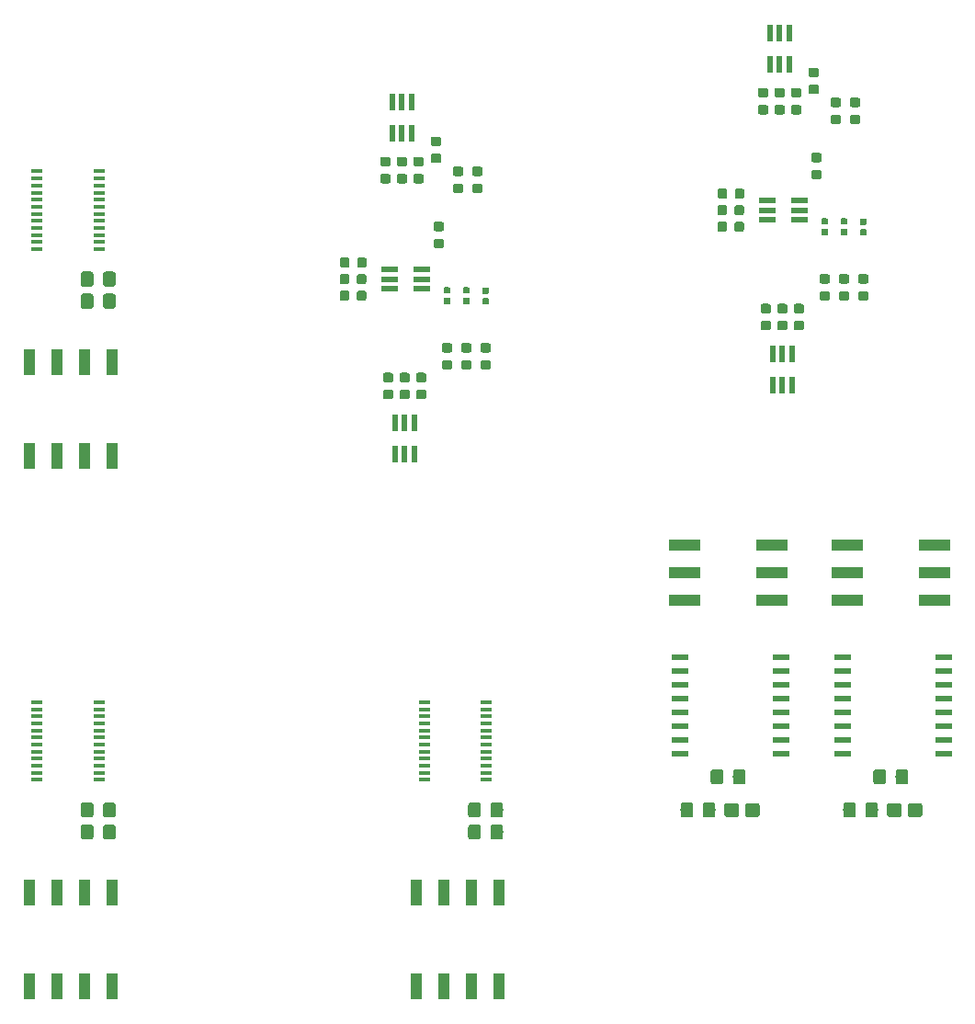
<source format=gtp>
G04 #@! TF.GenerationSoftware,KiCad,Pcbnew,5.0.2+dfsg1-1~bpo9+1*
G04 #@! TF.CreationDate,2020-01-19T21:42:18+01:00*
G04 #@! TF.ProjectId,PCB_I2C,5043425f-4932-4432-9e6b-696361645f70,V0-20*
G04 #@! TF.SameCoordinates,Original*
G04 #@! TF.FileFunction,Paste,Top*
G04 #@! TF.FilePolarity,Positive*
%FSLAX46Y46*%
G04 Gerber Fmt 4.6, Leading zero omitted, Abs format (unit mm)*
G04 Created by KiCad (PCBNEW 5.0.2+dfsg1-1~bpo9+1) date dim. 19 janv. 2020 21:42:18 CET*
%MOMM*%
%LPD*%
G01*
G04 APERTURE LIST*
%ADD10C,0.100000*%
%ADD11C,1.150000*%
%ADD12R,1.120000X2.440000*%
%ADD13R,1.100000X0.400000*%
%ADD14C,0.590000*%
%ADD15R,0.500000X1.600000*%
%ADD16C,0.875000*%
%ADD17R,1.600000X0.500000*%
%ADD18C,1.300000*%
%ADD19R,3.000000X1.000000*%
%ADD20R,1.500000X0.600000*%
G04 APERTURE END LIST*
D10*
G04 #@! TO.C,D301*
G36*
X137137505Y-126936204D02*
X137161773Y-126939804D01*
X137185572Y-126945765D01*
X137208671Y-126954030D01*
X137230850Y-126964520D01*
X137251893Y-126977132D01*
X137271599Y-126991747D01*
X137289777Y-127008223D01*
X137306253Y-127026401D01*
X137320868Y-127046107D01*
X137333480Y-127067150D01*
X137343970Y-127089329D01*
X137352235Y-127112428D01*
X137358196Y-127136227D01*
X137361796Y-127160495D01*
X137363000Y-127184999D01*
X137363000Y-128085001D01*
X137361796Y-128109505D01*
X137358196Y-128133773D01*
X137352235Y-128157572D01*
X137343970Y-128180671D01*
X137333480Y-128202850D01*
X137320868Y-128223893D01*
X137306253Y-128243599D01*
X137289777Y-128261777D01*
X137271599Y-128278253D01*
X137251893Y-128292868D01*
X137230850Y-128305480D01*
X137208671Y-128315970D01*
X137185572Y-128324235D01*
X137161773Y-128330196D01*
X137137505Y-128333796D01*
X137113001Y-128335000D01*
X136462999Y-128335000D01*
X136438495Y-128333796D01*
X136414227Y-128330196D01*
X136390428Y-128324235D01*
X136367329Y-128315970D01*
X136345150Y-128305480D01*
X136324107Y-128292868D01*
X136304401Y-128278253D01*
X136286223Y-128261777D01*
X136269747Y-128243599D01*
X136255132Y-128223893D01*
X136242520Y-128202850D01*
X136232030Y-128180671D01*
X136223765Y-128157572D01*
X136217804Y-128133773D01*
X136214204Y-128109505D01*
X136213000Y-128085001D01*
X136213000Y-127184999D01*
X136214204Y-127160495D01*
X136217804Y-127136227D01*
X136223765Y-127112428D01*
X136232030Y-127089329D01*
X136242520Y-127067150D01*
X136255132Y-127046107D01*
X136269747Y-127026401D01*
X136286223Y-127008223D01*
X136304401Y-126991747D01*
X136324107Y-126977132D01*
X136345150Y-126964520D01*
X136367329Y-126954030D01*
X136390428Y-126945765D01*
X136414227Y-126939804D01*
X136438495Y-126936204D01*
X136462999Y-126935000D01*
X137113001Y-126935000D01*
X137137505Y-126936204D01*
X137137505Y-126936204D01*
G37*
D11*
X136788000Y-127635000D03*
D10*
G36*
X135087505Y-126936204D02*
X135111773Y-126939804D01*
X135135572Y-126945765D01*
X135158671Y-126954030D01*
X135180850Y-126964520D01*
X135201893Y-126977132D01*
X135221599Y-126991747D01*
X135239777Y-127008223D01*
X135256253Y-127026401D01*
X135270868Y-127046107D01*
X135283480Y-127067150D01*
X135293970Y-127089329D01*
X135302235Y-127112428D01*
X135308196Y-127136227D01*
X135311796Y-127160495D01*
X135313000Y-127184999D01*
X135313000Y-128085001D01*
X135311796Y-128109505D01*
X135308196Y-128133773D01*
X135302235Y-128157572D01*
X135293970Y-128180671D01*
X135283480Y-128202850D01*
X135270868Y-128223893D01*
X135256253Y-128243599D01*
X135239777Y-128261777D01*
X135221599Y-128278253D01*
X135201893Y-128292868D01*
X135180850Y-128305480D01*
X135158671Y-128315970D01*
X135135572Y-128324235D01*
X135111773Y-128330196D01*
X135087505Y-128333796D01*
X135063001Y-128335000D01*
X134412999Y-128335000D01*
X134388495Y-128333796D01*
X134364227Y-128330196D01*
X134340428Y-128324235D01*
X134317329Y-128315970D01*
X134295150Y-128305480D01*
X134274107Y-128292868D01*
X134254401Y-128278253D01*
X134236223Y-128261777D01*
X134219747Y-128243599D01*
X134205132Y-128223893D01*
X134192520Y-128202850D01*
X134182030Y-128180671D01*
X134173765Y-128157572D01*
X134167804Y-128133773D01*
X134164204Y-128109505D01*
X134163000Y-128085001D01*
X134163000Y-127184999D01*
X134164204Y-127160495D01*
X134167804Y-127136227D01*
X134173765Y-127112428D01*
X134182030Y-127089329D01*
X134192520Y-127067150D01*
X134205132Y-127046107D01*
X134219747Y-127026401D01*
X134236223Y-127008223D01*
X134254401Y-126991747D01*
X134274107Y-126977132D01*
X134295150Y-126964520D01*
X134317329Y-126954030D01*
X134340428Y-126945765D01*
X134364227Y-126939804D01*
X134388495Y-126936204D01*
X134412999Y-126935000D01*
X135063001Y-126935000D01*
X135087505Y-126936204D01*
X135087505Y-126936204D01*
G37*
D11*
X134738000Y-127635000D03*
G04 #@! TD*
D10*
G04 #@! TO.C,R304*
G36*
X135087505Y-128968204D02*
X135111773Y-128971804D01*
X135135572Y-128977765D01*
X135158671Y-128986030D01*
X135180850Y-128996520D01*
X135201893Y-129009132D01*
X135221599Y-129023747D01*
X135239777Y-129040223D01*
X135256253Y-129058401D01*
X135270868Y-129078107D01*
X135283480Y-129099150D01*
X135293970Y-129121329D01*
X135302235Y-129144428D01*
X135308196Y-129168227D01*
X135311796Y-129192495D01*
X135313000Y-129216999D01*
X135313000Y-130117001D01*
X135311796Y-130141505D01*
X135308196Y-130165773D01*
X135302235Y-130189572D01*
X135293970Y-130212671D01*
X135283480Y-130234850D01*
X135270868Y-130255893D01*
X135256253Y-130275599D01*
X135239777Y-130293777D01*
X135221599Y-130310253D01*
X135201893Y-130324868D01*
X135180850Y-130337480D01*
X135158671Y-130347970D01*
X135135572Y-130356235D01*
X135111773Y-130362196D01*
X135087505Y-130365796D01*
X135063001Y-130367000D01*
X134412999Y-130367000D01*
X134388495Y-130365796D01*
X134364227Y-130362196D01*
X134340428Y-130356235D01*
X134317329Y-130347970D01*
X134295150Y-130337480D01*
X134274107Y-130324868D01*
X134254401Y-130310253D01*
X134236223Y-130293777D01*
X134219747Y-130275599D01*
X134205132Y-130255893D01*
X134192520Y-130234850D01*
X134182030Y-130212671D01*
X134173765Y-130189572D01*
X134167804Y-130165773D01*
X134164204Y-130141505D01*
X134163000Y-130117001D01*
X134163000Y-129216999D01*
X134164204Y-129192495D01*
X134167804Y-129168227D01*
X134173765Y-129144428D01*
X134182030Y-129121329D01*
X134192520Y-129099150D01*
X134205132Y-129078107D01*
X134219747Y-129058401D01*
X134236223Y-129040223D01*
X134254401Y-129023747D01*
X134274107Y-129009132D01*
X134295150Y-128996520D01*
X134317329Y-128986030D01*
X134340428Y-128977765D01*
X134364227Y-128971804D01*
X134388495Y-128968204D01*
X134412999Y-128967000D01*
X135063001Y-128967000D01*
X135087505Y-128968204D01*
X135087505Y-128968204D01*
G37*
D11*
X134738000Y-129667000D03*
D10*
G36*
X137137505Y-128968204D02*
X137161773Y-128971804D01*
X137185572Y-128977765D01*
X137208671Y-128986030D01*
X137230850Y-128996520D01*
X137251893Y-129009132D01*
X137271599Y-129023747D01*
X137289777Y-129040223D01*
X137306253Y-129058401D01*
X137320868Y-129078107D01*
X137333480Y-129099150D01*
X137343970Y-129121329D01*
X137352235Y-129144428D01*
X137358196Y-129168227D01*
X137361796Y-129192495D01*
X137363000Y-129216999D01*
X137363000Y-130117001D01*
X137361796Y-130141505D01*
X137358196Y-130165773D01*
X137352235Y-130189572D01*
X137343970Y-130212671D01*
X137333480Y-130234850D01*
X137320868Y-130255893D01*
X137306253Y-130275599D01*
X137289777Y-130293777D01*
X137271599Y-130310253D01*
X137251893Y-130324868D01*
X137230850Y-130337480D01*
X137208671Y-130347970D01*
X137185572Y-130356235D01*
X137161773Y-130362196D01*
X137137505Y-130365796D01*
X137113001Y-130367000D01*
X136462999Y-130367000D01*
X136438495Y-130365796D01*
X136414227Y-130362196D01*
X136390428Y-130356235D01*
X136367329Y-130347970D01*
X136345150Y-130337480D01*
X136324107Y-130324868D01*
X136304401Y-130310253D01*
X136286223Y-130293777D01*
X136269747Y-130275599D01*
X136255132Y-130255893D01*
X136242520Y-130234850D01*
X136232030Y-130212671D01*
X136223765Y-130189572D01*
X136217804Y-130165773D01*
X136214204Y-130141505D01*
X136213000Y-130117001D01*
X136213000Y-129216999D01*
X136214204Y-129192495D01*
X136217804Y-129168227D01*
X136223765Y-129144428D01*
X136232030Y-129121329D01*
X136242520Y-129099150D01*
X136255132Y-129078107D01*
X136269747Y-129058401D01*
X136286223Y-129040223D01*
X136304401Y-129023747D01*
X136324107Y-129009132D01*
X136345150Y-128996520D01*
X136367329Y-128986030D01*
X136390428Y-128977765D01*
X136414227Y-128971804D01*
X136438495Y-128968204D01*
X136462999Y-128967000D01*
X137113001Y-128967000D01*
X137137505Y-128968204D01*
X137137505Y-128968204D01*
G37*
D11*
X136788000Y-129667000D03*
G04 #@! TD*
D12*
G04 #@! TO.C,SW301*
X129413000Y-143878000D03*
X137033000Y-135268000D03*
X131953000Y-143878000D03*
X134493000Y-135268000D03*
X134493000Y-143878000D03*
X131953000Y-135268000D03*
X137033000Y-143878000D03*
X129413000Y-135268000D03*
G04 #@! TD*
D13*
G04 #@! TO.C,U301*
X135819000Y-117710000D03*
X135819000Y-118360000D03*
X135819000Y-119010000D03*
X135819000Y-119660000D03*
X135819000Y-120310000D03*
X135819000Y-120960000D03*
X135819000Y-121610000D03*
X135819000Y-122260000D03*
X135819000Y-122910000D03*
X135819000Y-123560000D03*
X135819000Y-124210000D03*
X135819000Y-124860000D03*
X130119000Y-124860000D03*
X130119000Y-124210000D03*
X130119000Y-123560000D03*
X130119000Y-122910000D03*
X130119000Y-122260000D03*
X130119000Y-121610000D03*
X130119000Y-120960000D03*
X130119000Y-120310000D03*
X130119000Y-119660000D03*
X130119000Y-119010000D03*
X130119000Y-118360000D03*
X130119000Y-117710000D03*
G04 #@! TD*
D10*
G04 #@! TO.C,R626*
G36*
X170747958Y-73160210D02*
X170762276Y-73162334D01*
X170776317Y-73165851D01*
X170789946Y-73170728D01*
X170803031Y-73176917D01*
X170815447Y-73184358D01*
X170827073Y-73192981D01*
X170837798Y-73202702D01*
X170847519Y-73213427D01*
X170856142Y-73225053D01*
X170863583Y-73237469D01*
X170869772Y-73250554D01*
X170874649Y-73264183D01*
X170878166Y-73278224D01*
X170880290Y-73292542D01*
X170881000Y-73307000D01*
X170881000Y-73602000D01*
X170880290Y-73616458D01*
X170878166Y-73630776D01*
X170874649Y-73644817D01*
X170869772Y-73658446D01*
X170863583Y-73671531D01*
X170856142Y-73683947D01*
X170847519Y-73695573D01*
X170837798Y-73706298D01*
X170827073Y-73716019D01*
X170815447Y-73724642D01*
X170803031Y-73732083D01*
X170789946Y-73738272D01*
X170776317Y-73743149D01*
X170762276Y-73746666D01*
X170747958Y-73748790D01*
X170733500Y-73749500D01*
X170388500Y-73749500D01*
X170374042Y-73748790D01*
X170359724Y-73746666D01*
X170345683Y-73743149D01*
X170332054Y-73738272D01*
X170318969Y-73732083D01*
X170306553Y-73724642D01*
X170294927Y-73716019D01*
X170284202Y-73706298D01*
X170274481Y-73695573D01*
X170265858Y-73683947D01*
X170258417Y-73671531D01*
X170252228Y-73658446D01*
X170247351Y-73644817D01*
X170243834Y-73630776D01*
X170241710Y-73616458D01*
X170241000Y-73602000D01*
X170241000Y-73307000D01*
X170241710Y-73292542D01*
X170243834Y-73278224D01*
X170247351Y-73264183D01*
X170252228Y-73250554D01*
X170258417Y-73237469D01*
X170265858Y-73225053D01*
X170274481Y-73213427D01*
X170284202Y-73202702D01*
X170294927Y-73192981D01*
X170306553Y-73184358D01*
X170318969Y-73176917D01*
X170332054Y-73170728D01*
X170345683Y-73165851D01*
X170359724Y-73162334D01*
X170374042Y-73160210D01*
X170388500Y-73159500D01*
X170733500Y-73159500D01*
X170747958Y-73160210D01*
X170747958Y-73160210D01*
G37*
D14*
X170561000Y-73454500D03*
D10*
G36*
X170747958Y-74130210D02*
X170762276Y-74132334D01*
X170776317Y-74135851D01*
X170789946Y-74140728D01*
X170803031Y-74146917D01*
X170815447Y-74154358D01*
X170827073Y-74162981D01*
X170837798Y-74172702D01*
X170847519Y-74183427D01*
X170856142Y-74195053D01*
X170863583Y-74207469D01*
X170869772Y-74220554D01*
X170874649Y-74234183D01*
X170878166Y-74248224D01*
X170880290Y-74262542D01*
X170881000Y-74277000D01*
X170881000Y-74572000D01*
X170880290Y-74586458D01*
X170878166Y-74600776D01*
X170874649Y-74614817D01*
X170869772Y-74628446D01*
X170863583Y-74641531D01*
X170856142Y-74653947D01*
X170847519Y-74665573D01*
X170837798Y-74676298D01*
X170827073Y-74686019D01*
X170815447Y-74694642D01*
X170803031Y-74702083D01*
X170789946Y-74708272D01*
X170776317Y-74713149D01*
X170762276Y-74716666D01*
X170747958Y-74718790D01*
X170733500Y-74719500D01*
X170388500Y-74719500D01*
X170374042Y-74718790D01*
X170359724Y-74716666D01*
X170345683Y-74713149D01*
X170332054Y-74708272D01*
X170318969Y-74702083D01*
X170306553Y-74694642D01*
X170294927Y-74686019D01*
X170284202Y-74676298D01*
X170274481Y-74665573D01*
X170265858Y-74653947D01*
X170258417Y-74641531D01*
X170252228Y-74628446D01*
X170247351Y-74614817D01*
X170243834Y-74600776D01*
X170241710Y-74586458D01*
X170241000Y-74572000D01*
X170241000Y-74277000D01*
X170241710Y-74262542D01*
X170243834Y-74248224D01*
X170247351Y-74234183D01*
X170252228Y-74220554D01*
X170258417Y-74207469D01*
X170265858Y-74195053D01*
X170274481Y-74183427D01*
X170284202Y-74172702D01*
X170294927Y-74162981D01*
X170306553Y-74154358D01*
X170318969Y-74146917D01*
X170332054Y-74140728D01*
X170345683Y-74135851D01*
X170359724Y-74132334D01*
X170374042Y-74130210D01*
X170388500Y-74129500D01*
X170733500Y-74129500D01*
X170747958Y-74130210D01*
X170747958Y-74130210D01*
G37*
D14*
X170561000Y-74424500D03*
G04 #@! TD*
D10*
G04 #@! TO.C,R627*
G36*
X168969958Y-73134710D02*
X168984276Y-73136834D01*
X168998317Y-73140351D01*
X169011946Y-73145228D01*
X169025031Y-73151417D01*
X169037447Y-73158858D01*
X169049073Y-73167481D01*
X169059798Y-73177202D01*
X169069519Y-73187927D01*
X169078142Y-73199553D01*
X169085583Y-73211969D01*
X169091772Y-73225054D01*
X169096649Y-73238683D01*
X169100166Y-73252724D01*
X169102290Y-73267042D01*
X169103000Y-73281500D01*
X169103000Y-73576500D01*
X169102290Y-73590958D01*
X169100166Y-73605276D01*
X169096649Y-73619317D01*
X169091772Y-73632946D01*
X169085583Y-73646031D01*
X169078142Y-73658447D01*
X169069519Y-73670073D01*
X169059798Y-73680798D01*
X169049073Y-73690519D01*
X169037447Y-73699142D01*
X169025031Y-73706583D01*
X169011946Y-73712772D01*
X168998317Y-73717649D01*
X168984276Y-73721166D01*
X168969958Y-73723290D01*
X168955500Y-73724000D01*
X168610500Y-73724000D01*
X168596042Y-73723290D01*
X168581724Y-73721166D01*
X168567683Y-73717649D01*
X168554054Y-73712772D01*
X168540969Y-73706583D01*
X168528553Y-73699142D01*
X168516927Y-73690519D01*
X168506202Y-73680798D01*
X168496481Y-73670073D01*
X168487858Y-73658447D01*
X168480417Y-73646031D01*
X168474228Y-73632946D01*
X168469351Y-73619317D01*
X168465834Y-73605276D01*
X168463710Y-73590958D01*
X168463000Y-73576500D01*
X168463000Y-73281500D01*
X168463710Y-73267042D01*
X168465834Y-73252724D01*
X168469351Y-73238683D01*
X168474228Y-73225054D01*
X168480417Y-73211969D01*
X168487858Y-73199553D01*
X168496481Y-73187927D01*
X168506202Y-73177202D01*
X168516927Y-73167481D01*
X168528553Y-73158858D01*
X168540969Y-73151417D01*
X168554054Y-73145228D01*
X168567683Y-73140351D01*
X168581724Y-73136834D01*
X168596042Y-73134710D01*
X168610500Y-73134000D01*
X168955500Y-73134000D01*
X168969958Y-73134710D01*
X168969958Y-73134710D01*
G37*
D14*
X168783000Y-73429000D03*
D10*
G36*
X168969958Y-74104710D02*
X168984276Y-74106834D01*
X168998317Y-74110351D01*
X169011946Y-74115228D01*
X169025031Y-74121417D01*
X169037447Y-74128858D01*
X169049073Y-74137481D01*
X169059798Y-74147202D01*
X169069519Y-74157927D01*
X169078142Y-74169553D01*
X169085583Y-74181969D01*
X169091772Y-74195054D01*
X169096649Y-74208683D01*
X169100166Y-74222724D01*
X169102290Y-74237042D01*
X169103000Y-74251500D01*
X169103000Y-74546500D01*
X169102290Y-74560958D01*
X169100166Y-74575276D01*
X169096649Y-74589317D01*
X169091772Y-74602946D01*
X169085583Y-74616031D01*
X169078142Y-74628447D01*
X169069519Y-74640073D01*
X169059798Y-74650798D01*
X169049073Y-74660519D01*
X169037447Y-74669142D01*
X169025031Y-74676583D01*
X169011946Y-74682772D01*
X168998317Y-74687649D01*
X168984276Y-74691166D01*
X168969958Y-74693290D01*
X168955500Y-74694000D01*
X168610500Y-74694000D01*
X168596042Y-74693290D01*
X168581724Y-74691166D01*
X168567683Y-74687649D01*
X168554054Y-74682772D01*
X168540969Y-74676583D01*
X168528553Y-74669142D01*
X168516927Y-74660519D01*
X168506202Y-74650798D01*
X168496481Y-74640073D01*
X168487858Y-74628447D01*
X168480417Y-74616031D01*
X168474228Y-74602946D01*
X168469351Y-74589317D01*
X168465834Y-74575276D01*
X168463710Y-74560958D01*
X168463000Y-74546500D01*
X168463000Y-74251500D01*
X168463710Y-74237042D01*
X168465834Y-74222724D01*
X168469351Y-74208683D01*
X168474228Y-74195054D01*
X168480417Y-74181969D01*
X168487858Y-74169553D01*
X168496481Y-74157927D01*
X168506202Y-74147202D01*
X168516927Y-74137481D01*
X168528553Y-74128858D01*
X168540969Y-74121417D01*
X168554054Y-74115228D01*
X168567683Y-74110351D01*
X168581724Y-74106834D01*
X168596042Y-74104710D01*
X168610500Y-74104000D01*
X168955500Y-74104000D01*
X168969958Y-74104710D01*
X168969958Y-74104710D01*
G37*
D14*
X168783000Y-74399000D03*
G04 #@! TD*
D10*
G04 #@! TO.C,R628*
G36*
X167191958Y-73134710D02*
X167206276Y-73136834D01*
X167220317Y-73140351D01*
X167233946Y-73145228D01*
X167247031Y-73151417D01*
X167259447Y-73158858D01*
X167271073Y-73167481D01*
X167281798Y-73177202D01*
X167291519Y-73187927D01*
X167300142Y-73199553D01*
X167307583Y-73211969D01*
X167313772Y-73225054D01*
X167318649Y-73238683D01*
X167322166Y-73252724D01*
X167324290Y-73267042D01*
X167325000Y-73281500D01*
X167325000Y-73576500D01*
X167324290Y-73590958D01*
X167322166Y-73605276D01*
X167318649Y-73619317D01*
X167313772Y-73632946D01*
X167307583Y-73646031D01*
X167300142Y-73658447D01*
X167291519Y-73670073D01*
X167281798Y-73680798D01*
X167271073Y-73690519D01*
X167259447Y-73699142D01*
X167247031Y-73706583D01*
X167233946Y-73712772D01*
X167220317Y-73717649D01*
X167206276Y-73721166D01*
X167191958Y-73723290D01*
X167177500Y-73724000D01*
X166832500Y-73724000D01*
X166818042Y-73723290D01*
X166803724Y-73721166D01*
X166789683Y-73717649D01*
X166776054Y-73712772D01*
X166762969Y-73706583D01*
X166750553Y-73699142D01*
X166738927Y-73690519D01*
X166728202Y-73680798D01*
X166718481Y-73670073D01*
X166709858Y-73658447D01*
X166702417Y-73646031D01*
X166696228Y-73632946D01*
X166691351Y-73619317D01*
X166687834Y-73605276D01*
X166685710Y-73590958D01*
X166685000Y-73576500D01*
X166685000Y-73281500D01*
X166685710Y-73267042D01*
X166687834Y-73252724D01*
X166691351Y-73238683D01*
X166696228Y-73225054D01*
X166702417Y-73211969D01*
X166709858Y-73199553D01*
X166718481Y-73187927D01*
X166728202Y-73177202D01*
X166738927Y-73167481D01*
X166750553Y-73158858D01*
X166762969Y-73151417D01*
X166776054Y-73145228D01*
X166789683Y-73140351D01*
X166803724Y-73136834D01*
X166818042Y-73134710D01*
X166832500Y-73134000D01*
X167177500Y-73134000D01*
X167191958Y-73134710D01*
X167191958Y-73134710D01*
G37*
D14*
X167005000Y-73429000D03*
D10*
G36*
X167191958Y-74104710D02*
X167206276Y-74106834D01*
X167220317Y-74110351D01*
X167233946Y-74115228D01*
X167247031Y-74121417D01*
X167259447Y-74128858D01*
X167271073Y-74137481D01*
X167281798Y-74147202D01*
X167291519Y-74157927D01*
X167300142Y-74169553D01*
X167307583Y-74181969D01*
X167313772Y-74195054D01*
X167318649Y-74208683D01*
X167322166Y-74222724D01*
X167324290Y-74237042D01*
X167325000Y-74251500D01*
X167325000Y-74546500D01*
X167324290Y-74560958D01*
X167322166Y-74575276D01*
X167318649Y-74589317D01*
X167313772Y-74602946D01*
X167307583Y-74616031D01*
X167300142Y-74628447D01*
X167291519Y-74640073D01*
X167281798Y-74650798D01*
X167271073Y-74660519D01*
X167259447Y-74669142D01*
X167247031Y-74676583D01*
X167233946Y-74682772D01*
X167220317Y-74687649D01*
X167206276Y-74691166D01*
X167191958Y-74693290D01*
X167177500Y-74694000D01*
X166832500Y-74694000D01*
X166818042Y-74693290D01*
X166803724Y-74691166D01*
X166789683Y-74687649D01*
X166776054Y-74682772D01*
X166762969Y-74676583D01*
X166750553Y-74669142D01*
X166738927Y-74660519D01*
X166728202Y-74650798D01*
X166718481Y-74640073D01*
X166709858Y-74628447D01*
X166702417Y-74616031D01*
X166696228Y-74602946D01*
X166691351Y-74589317D01*
X166687834Y-74575276D01*
X166685710Y-74560958D01*
X166685000Y-74546500D01*
X166685000Y-74251500D01*
X166685710Y-74237042D01*
X166687834Y-74222724D01*
X166691351Y-74208683D01*
X166696228Y-74195054D01*
X166702417Y-74181969D01*
X166709858Y-74169553D01*
X166718481Y-74157927D01*
X166728202Y-74147202D01*
X166738927Y-74137481D01*
X166750553Y-74128858D01*
X166762969Y-74121417D01*
X166776054Y-74115228D01*
X166789683Y-74110351D01*
X166803724Y-74106834D01*
X166818042Y-74104710D01*
X166832500Y-74104000D01*
X167177500Y-74104000D01*
X167191958Y-74104710D01*
X167191958Y-74104710D01*
G37*
D14*
X167005000Y-74399000D03*
G04 #@! TD*
D10*
G04 #@! TO.C,R626*
G36*
X135949958Y-79510210D02*
X135964276Y-79512334D01*
X135978317Y-79515851D01*
X135991946Y-79520728D01*
X136005031Y-79526917D01*
X136017447Y-79534358D01*
X136029073Y-79542981D01*
X136039798Y-79552702D01*
X136049519Y-79563427D01*
X136058142Y-79575053D01*
X136065583Y-79587469D01*
X136071772Y-79600554D01*
X136076649Y-79614183D01*
X136080166Y-79628224D01*
X136082290Y-79642542D01*
X136083000Y-79657000D01*
X136083000Y-79952000D01*
X136082290Y-79966458D01*
X136080166Y-79980776D01*
X136076649Y-79994817D01*
X136071772Y-80008446D01*
X136065583Y-80021531D01*
X136058142Y-80033947D01*
X136049519Y-80045573D01*
X136039798Y-80056298D01*
X136029073Y-80066019D01*
X136017447Y-80074642D01*
X136005031Y-80082083D01*
X135991946Y-80088272D01*
X135978317Y-80093149D01*
X135964276Y-80096666D01*
X135949958Y-80098790D01*
X135935500Y-80099500D01*
X135590500Y-80099500D01*
X135576042Y-80098790D01*
X135561724Y-80096666D01*
X135547683Y-80093149D01*
X135534054Y-80088272D01*
X135520969Y-80082083D01*
X135508553Y-80074642D01*
X135496927Y-80066019D01*
X135486202Y-80056298D01*
X135476481Y-80045573D01*
X135467858Y-80033947D01*
X135460417Y-80021531D01*
X135454228Y-80008446D01*
X135449351Y-79994817D01*
X135445834Y-79980776D01*
X135443710Y-79966458D01*
X135443000Y-79952000D01*
X135443000Y-79657000D01*
X135443710Y-79642542D01*
X135445834Y-79628224D01*
X135449351Y-79614183D01*
X135454228Y-79600554D01*
X135460417Y-79587469D01*
X135467858Y-79575053D01*
X135476481Y-79563427D01*
X135486202Y-79552702D01*
X135496927Y-79542981D01*
X135508553Y-79534358D01*
X135520969Y-79526917D01*
X135534054Y-79520728D01*
X135547683Y-79515851D01*
X135561724Y-79512334D01*
X135576042Y-79510210D01*
X135590500Y-79509500D01*
X135935500Y-79509500D01*
X135949958Y-79510210D01*
X135949958Y-79510210D01*
G37*
D14*
X135763000Y-79804500D03*
D10*
G36*
X135949958Y-80480210D02*
X135964276Y-80482334D01*
X135978317Y-80485851D01*
X135991946Y-80490728D01*
X136005031Y-80496917D01*
X136017447Y-80504358D01*
X136029073Y-80512981D01*
X136039798Y-80522702D01*
X136049519Y-80533427D01*
X136058142Y-80545053D01*
X136065583Y-80557469D01*
X136071772Y-80570554D01*
X136076649Y-80584183D01*
X136080166Y-80598224D01*
X136082290Y-80612542D01*
X136083000Y-80627000D01*
X136083000Y-80922000D01*
X136082290Y-80936458D01*
X136080166Y-80950776D01*
X136076649Y-80964817D01*
X136071772Y-80978446D01*
X136065583Y-80991531D01*
X136058142Y-81003947D01*
X136049519Y-81015573D01*
X136039798Y-81026298D01*
X136029073Y-81036019D01*
X136017447Y-81044642D01*
X136005031Y-81052083D01*
X135991946Y-81058272D01*
X135978317Y-81063149D01*
X135964276Y-81066666D01*
X135949958Y-81068790D01*
X135935500Y-81069500D01*
X135590500Y-81069500D01*
X135576042Y-81068790D01*
X135561724Y-81066666D01*
X135547683Y-81063149D01*
X135534054Y-81058272D01*
X135520969Y-81052083D01*
X135508553Y-81044642D01*
X135496927Y-81036019D01*
X135486202Y-81026298D01*
X135476481Y-81015573D01*
X135467858Y-81003947D01*
X135460417Y-80991531D01*
X135454228Y-80978446D01*
X135449351Y-80964817D01*
X135445834Y-80950776D01*
X135443710Y-80936458D01*
X135443000Y-80922000D01*
X135443000Y-80627000D01*
X135443710Y-80612542D01*
X135445834Y-80598224D01*
X135449351Y-80584183D01*
X135454228Y-80570554D01*
X135460417Y-80557469D01*
X135467858Y-80545053D01*
X135476481Y-80533427D01*
X135486202Y-80522702D01*
X135496927Y-80512981D01*
X135508553Y-80504358D01*
X135520969Y-80496917D01*
X135534054Y-80490728D01*
X135547683Y-80485851D01*
X135561724Y-80482334D01*
X135576042Y-80480210D01*
X135590500Y-80479500D01*
X135935500Y-80479500D01*
X135949958Y-80480210D01*
X135949958Y-80480210D01*
G37*
D14*
X135763000Y-80774500D03*
G04 #@! TD*
D10*
G04 #@! TO.C,R627*
G36*
X134171958Y-79484710D02*
X134186276Y-79486834D01*
X134200317Y-79490351D01*
X134213946Y-79495228D01*
X134227031Y-79501417D01*
X134239447Y-79508858D01*
X134251073Y-79517481D01*
X134261798Y-79527202D01*
X134271519Y-79537927D01*
X134280142Y-79549553D01*
X134287583Y-79561969D01*
X134293772Y-79575054D01*
X134298649Y-79588683D01*
X134302166Y-79602724D01*
X134304290Y-79617042D01*
X134305000Y-79631500D01*
X134305000Y-79926500D01*
X134304290Y-79940958D01*
X134302166Y-79955276D01*
X134298649Y-79969317D01*
X134293772Y-79982946D01*
X134287583Y-79996031D01*
X134280142Y-80008447D01*
X134271519Y-80020073D01*
X134261798Y-80030798D01*
X134251073Y-80040519D01*
X134239447Y-80049142D01*
X134227031Y-80056583D01*
X134213946Y-80062772D01*
X134200317Y-80067649D01*
X134186276Y-80071166D01*
X134171958Y-80073290D01*
X134157500Y-80074000D01*
X133812500Y-80074000D01*
X133798042Y-80073290D01*
X133783724Y-80071166D01*
X133769683Y-80067649D01*
X133756054Y-80062772D01*
X133742969Y-80056583D01*
X133730553Y-80049142D01*
X133718927Y-80040519D01*
X133708202Y-80030798D01*
X133698481Y-80020073D01*
X133689858Y-80008447D01*
X133682417Y-79996031D01*
X133676228Y-79982946D01*
X133671351Y-79969317D01*
X133667834Y-79955276D01*
X133665710Y-79940958D01*
X133665000Y-79926500D01*
X133665000Y-79631500D01*
X133665710Y-79617042D01*
X133667834Y-79602724D01*
X133671351Y-79588683D01*
X133676228Y-79575054D01*
X133682417Y-79561969D01*
X133689858Y-79549553D01*
X133698481Y-79537927D01*
X133708202Y-79527202D01*
X133718927Y-79517481D01*
X133730553Y-79508858D01*
X133742969Y-79501417D01*
X133756054Y-79495228D01*
X133769683Y-79490351D01*
X133783724Y-79486834D01*
X133798042Y-79484710D01*
X133812500Y-79484000D01*
X134157500Y-79484000D01*
X134171958Y-79484710D01*
X134171958Y-79484710D01*
G37*
D14*
X133985000Y-79779000D03*
D10*
G36*
X134171958Y-80454710D02*
X134186276Y-80456834D01*
X134200317Y-80460351D01*
X134213946Y-80465228D01*
X134227031Y-80471417D01*
X134239447Y-80478858D01*
X134251073Y-80487481D01*
X134261798Y-80497202D01*
X134271519Y-80507927D01*
X134280142Y-80519553D01*
X134287583Y-80531969D01*
X134293772Y-80545054D01*
X134298649Y-80558683D01*
X134302166Y-80572724D01*
X134304290Y-80587042D01*
X134305000Y-80601500D01*
X134305000Y-80896500D01*
X134304290Y-80910958D01*
X134302166Y-80925276D01*
X134298649Y-80939317D01*
X134293772Y-80952946D01*
X134287583Y-80966031D01*
X134280142Y-80978447D01*
X134271519Y-80990073D01*
X134261798Y-81000798D01*
X134251073Y-81010519D01*
X134239447Y-81019142D01*
X134227031Y-81026583D01*
X134213946Y-81032772D01*
X134200317Y-81037649D01*
X134186276Y-81041166D01*
X134171958Y-81043290D01*
X134157500Y-81044000D01*
X133812500Y-81044000D01*
X133798042Y-81043290D01*
X133783724Y-81041166D01*
X133769683Y-81037649D01*
X133756054Y-81032772D01*
X133742969Y-81026583D01*
X133730553Y-81019142D01*
X133718927Y-81010519D01*
X133708202Y-81000798D01*
X133698481Y-80990073D01*
X133689858Y-80978447D01*
X133682417Y-80966031D01*
X133676228Y-80952946D01*
X133671351Y-80939317D01*
X133667834Y-80925276D01*
X133665710Y-80910958D01*
X133665000Y-80896500D01*
X133665000Y-80601500D01*
X133665710Y-80587042D01*
X133667834Y-80572724D01*
X133671351Y-80558683D01*
X133676228Y-80545054D01*
X133682417Y-80531969D01*
X133689858Y-80519553D01*
X133698481Y-80507927D01*
X133708202Y-80497202D01*
X133718927Y-80487481D01*
X133730553Y-80478858D01*
X133742969Y-80471417D01*
X133756054Y-80465228D01*
X133769683Y-80460351D01*
X133783724Y-80456834D01*
X133798042Y-80454710D01*
X133812500Y-80454000D01*
X134157500Y-80454000D01*
X134171958Y-80454710D01*
X134171958Y-80454710D01*
G37*
D14*
X133985000Y-80749000D03*
G04 #@! TD*
D10*
G04 #@! TO.C,R628*
G36*
X132393958Y-79484710D02*
X132408276Y-79486834D01*
X132422317Y-79490351D01*
X132435946Y-79495228D01*
X132449031Y-79501417D01*
X132461447Y-79508858D01*
X132473073Y-79517481D01*
X132483798Y-79527202D01*
X132493519Y-79537927D01*
X132502142Y-79549553D01*
X132509583Y-79561969D01*
X132515772Y-79575054D01*
X132520649Y-79588683D01*
X132524166Y-79602724D01*
X132526290Y-79617042D01*
X132527000Y-79631500D01*
X132527000Y-79926500D01*
X132526290Y-79940958D01*
X132524166Y-79955276D01*
X132520649Y-79969317D01*
X132515772Y-79982946D01*
X132509583Y-79996031D01*
X132502142Y-80008447D01*
X132493519Y-80020073D01*
X132483798Y-80030798D01*
X132473073Y-80040519D01*
X132461447Y-80049142D01*
X132449031Y-80056583D01*
X132435946Y-80062772D01*
X132422317Y-80067649D01*
X132408276Y-80071166D01*
X132393958Y-80073290D01*
X132379500Y-80074000D01*
X132034500Y-80074000D01*
X132020042Y-80073290D01*
X132005724Y-80071166D01*
X131991683Y-80067649D01*
X131978054Y-80062772D01*
X131964969Y-80056583D01*
X131952553Y-80049142D01*
X131940927Y-80040519D01*
X131930202Y-80030798D01*
X131920481Y-80020073D01*
X131911858Y-80008447D01*
X131904417Y-79996031D01*
X131898228Y-79982946D01*
X131893351Y-79969317D01*
X131889834Y-79955276D01*
X131887710Y-79940958D01*
X131887000Y-79926500D01*
X131887000Y-79631500D01*
X131887710Y-79617042D01*
X131889834Y-79602724D01*
X131893351Y-79588683D01*
X131898228Y-79575054D01*
X131904417Y-79561969D01*
X131911858Y-79549553D01*
X131920481Y-79537927D01*
X131930202Y-79527202D01*
X131940927Y-79517481D01*
X131952553Y-79508858D01*
X131964969Y-79501417D01*
X131978054Y-79495228D01*
X131991683Y-79490351D01*
X132005724Y-79486834D01*
X132020042Y-79484710D01*
X132034500Y-79484000D01*
X132379500Y-79484000D01*
X132393958Y-79484710D01*
X132393958Y-79484710D01*
G37*
D14*
X132207000Y-79779000D03*
D10*
G36*
X132393958Y-80454710D02*
X132408276Y-80456834D01*
X132422317Y-80460351D01*
X132435946Y-80465228D01*
X132449031Y-80471417D01*
X132461447Y-80478858D01*
X132473073Y-80487481D01*
X132483798Y-80497202D01*
X132493519Y-80507927D01*
X132502142Y-80519553D01*
X132509583Y-80531969D01*
X132515772Y-80545054D01*
X132520649Y-80558683D01*
X132524166Y-80572724D01*
X132526290Y-80587042D01*
X132527000Y-80601500D01*
X132527000Y-80896500D01*
X132526290Y-80910958D01*
X132524166Y-80925276D01*
X132520649Y-80939317D01*
X132515772Y-80952946D01*
X132509583Y-80966031D01*
X132502142Y-80978447D01*
X132493519Y-80990073D01*
X132483798Y-81000798D01*
X132473073Y-81010519D01*
X132461447Y-81019142D01*
X132449031Y-81026583D01*
X132435946Y-81032772D01*
X132422317Y-81037649D01*
X132408276Y-81041166D01*
X132393958Y-81043290D01*
X132379500Y-81044000D01*
X132034500Y-81044000D01*
X132020042Y-81043290D01*
X132005724Y-81041166D01*
X131991683Y-81037649D01*
X131978054Y-81032772D01*
X131964969Y-81026583D01*
X131952553Y-81019142D01*
X131940927Y-81010519D01*
X131930202Y-81000798D01*
X131920481Y-80990073D01*
X131911858Y-80978447D01*
X131904417Y-80966031D01*
X131898228Y-80952946D01*
X131893351Y-80939317D01*
X131889834Y-80925276D01*
X131887710Y-80910958D01*
X131887000Y-80896500D01*
X131887000Y-80601500D01*
X131887710Y-80587042D01*
X131889834Y-80572724D01*
X131893351Y-80558683D01*
X131898228Y-80545054D01*
X131904417Y-80531969D01*
X131911858Y-80519553D01*
X131920481Y-80507927D01*
X131930202Y-80497202D01*
X131940927Y-80487481D01*
X131952553Y-80478858D01*
X131964969Y-80471417D01*
X131978054Y-80465228D01*
X131991683Y-80460351D01*
X132005724Y-80456834D01*
X132020042Y-80454710D01*
X132034500Y-80454000D01*
X132379500Y-80454000D01*
X132393958Y-80454710D01*
X132393958Y-80454710D01*
G37*
D14*
X132207000Y-80749000D03*
G04 #@! TD*
D15*
G04 #@! TO.C,D605*
X129213637Y-91934625D03*
X128313637Y-91934625D03*
X127413637Y-91934625D03*
X127413637Y-94884625D03*
X128313637Y-94884625D03*
X129213637Y-94884625D03*
G04 #@! TD*
D10*
G04 #@! TO.C,R609*
G36*
X135278691Y-69947053D02*
X135299926Y-69950203D01*
X135320750Y-69955419D01*
X135340962Y-69962651D01*
X135360368Y-69971830D01*
X135378781Y-69982866D01*
X135396024Y-69995654D01*
X135411930Y-70010070D01*
X135426346Y-70025976D01*
X135439134Y-70043219D01*
X135450170Y-70061632D01*
X135459349Y-70081038D01*
X135466581Y-70101250D01*
X135471797Y-70122074D01*
X135474947Y-70143309D01*
X135476000Y-70164750D01*
X135476000Y-70602250D01*
X135474947Y-70623691D01*
X135471797Y-70644926D01*
X135466581Y-70665750D01*
X135459349Y-70685962D01*
X135450170Y-70705368D01*
X135439134Y-70723781D01*
X135426346Y-70741024D01*
X135411930Y-70756930D01*
X135396024Y-70771346D01*
X135378781Y-70784134D01*
X135360368Y-70795170D01*
X135340962Y-70804349D01*
X135320750Y-70811581D01*
X135299926Y-70816797D01*
X135278691Y-70819947D01*
X135257250Y-70821000D01*
X134744750Y-70821000D01*
X134723309Y-70819947D01*
X134702074Y-70816797D01*
X134681250Y-70811581D01*
X134661038Y-70804349D01*
X134641632Y-70795170D01*
X134623219Y-70784134D01*
X134605976Y-70771346D01*
X134590070Y-70756930D01*
X134575654Y-70741024D01*
X134562866Y-70723781D01*
X134551830Y-70705368D01*
X134542651Y-70685962D01*
X134535419Y-70665750D01*
X134530203Y-70644926D01*
X134527053Y-70623691D01*
X134526000Y-70602250D01*
X134526000Y-70164750D01*
X134527053Y-70143309D01*
X134530203Y-70122074D01*
X134535419Y-70101250D01*
X134542651Y-70081038D01*
X134551830Y-70061632D01*
X134562866Y-70043219D01*
X134575654Y-70025976D01*
X134590070Y-70010070D01*
X134605976Y-69995654D01*
X134623219Y-69982866D01*
X134641632Y-69971830D01*
X134661038Y-69962651D01*
X134681250Y-69955419D01*
X134702074Y-69950203D01*
X134723309Y-69947053D01*
X134744750Y-69946000D01*
X135257250Y-69946000D01*
X135278691Y-69947053D01*
X135278691Y-69947053D01*
G37*
D16*
X135001000Y-70383500D03*
D10*
G36*
X135278691Y-68372053D02*
X135299926Y-68375203D01*
X135320750Y-68380419D01*
X135340962Y-68387651D01*
X135360368Y-68396830D01*
X135378781Y-68407866D01*
X135396024Y-68420654D01*
X135411930Y-68435070D01*
X135426346Y-68450976D01*
X135439134Y-68468219D01*
X135450170Y-68486632D01*
X135459349Y-68506038D01*
X135466581Y-68526250D01*
X135471797Y-68547074D01*
X135474947Y-68568309D01*
X135476000Y-68589750D01*
X135476000Y-69027250D01*
X135474947Y-69048691D01*
X135471797Y-69069926D01*
X135466581Y-69090750D01*
X135459349Y-69110962D01*
X135450170Y-69130368D01*
X135439134Y-69148781D01*
X135426346Y-69166024D01*
X135411930Y-69181930D01*
X135396024Y-69196346D01*
X135378781Y-69209134D01*
X135360368Y-69220170D01*
X135340962Y-69229349D01*
X135320750Y-69236581D01*
X135299926Y-69241797D01*
X135278691Y-69244947D01*
X135257250Y-69246000D01*
X134744750Y-69246000D01*
X134723309Y-69244947D01*
X134702074Y-69241797D01*
X134681250Y-69236581D01*
X134661038Y-69229349D01*
X134641632Y-69220170D01*
X134623219Y-69209134D01*
X134605976Y-69196346D01*
X134590070Y-69181930D01*
X134575654Y-69166024D01*
X134562866Y-69148781D01*
X134551830Y-69130368D01*
X134542651Y-69110962D01*
X134535419Y-69090750D01*
X134530203Y-69069926D01*
X134527053Y-69048691D01*
X134526000Y-69027250D01*
X134526000Y-68589750D01*
X134527053Y-68568309D01*
X134530203Y-68547074D01*
X134535419Y-68526250D01*
X134542651Y-68506038D01*
X134551830Y-68486632D01*
X134562866Y-68468219D01*
X134575654Y-68450976D01*
X134590070Y-68435070D01*
X134605976Y-68420654D01*
X134623219Y-68407866D01*
X134641632Y-68396830D01*
X134661038Y-68387651D01*
X134681250Y-68380419D01*
X134702074Y-68375203D01*
X134723309Y-68372053D01*
X134744750Y-68371000D01*
X135257250Y-68371000D01*
X135278691Y-68372053D01*
X135278691Y-68372053D01*
G37*
D16*
X135001000Y-68808500D03*
G04 #@! TD*
D10*
G04 #@! TO.C,R618*
G36*
X123023691Y-76742053D02*
X123044926Y-76745203D01*
X123065750Y-76750419D01*
X123085962Y-76757651D01*
X123105368Y-76766830D01*
X123123781Y-76777866D01*
X123141024Y-76790654D01*
X123156930Y-76805070D01*
X123171346Y-76820976D01*
X123184134Y-76838219D01*
X123195170Y-76856632D01*
X123204349Y-76876038D01*
X123211581Y-76896250D01*
X123216797Y-76917074D01*
X123219947Y-76938309D01*
X123221000Y-76959750D01*
X123221000Y-77472250D01*
X123219947Y-77493691D01*
X123216797Y-77514926D01*
X123211581Y-77535750D01*
X123204349Y-77555962D01*
X123195170Y-77575368D01*
X123184134Y-77593781D01*
X123171346Y-77611024D01*
X123156930Y-77626930D01*
X123141024Y-77641346D01*
X123123781Y-77654134D01*
X123105368Y-77665170D01*
X123085962Y-77674349D01*
X123065750Y-77681581D01*
X123044926Y-77686797D01*
X123023691Y-77689947D01*
X123002250Y-77691000D01*
X122564750Y-77691000D01*
X122543309Y-77689947D01*
X122522074Y-77686797D01*
X122501250Y-77681581D01*
X122481038Y-77674349D01*
X122461632Y-77665170D01*
X122443219Y-77654134D01*
X122425976Y-77641346D01*
X122410070Y-77626930D01*
X122395654Y-77611024D01*
X122382866Y-77593781D01*
X122371830Y-77575368D01*
X122362651Y-77555962D01*
X122355419Y-77535750D01*
X122350203Y-77514926D01*
X122347053Y-77493691D01*
X122346000Y-77472250D01*
X122346000Y-76959750D01*
X122347053Y-76938309D01*
X122350203Y-76917074D01*
X122355419Y-76896250D01*
X122362651Y-76876038D01*
X122371830Y-76856632D01*
X122382866Y-76838219D01*
X122395654Y-76820976D01*
X122410070Y-76805070D01*
X122425976Y-76790654D01*
X122443219Y-76777866D01*
X122461632Y-76766830D01*
X122481038Y-76757651D01*
X122501250Y-76750419D01*
X122522074Y-76745203D01*
X122543309Y-76742053D01*
X122564750Y-76741000D01*
X123002250Y-76741000D01*
X123023691Y-76742053D01*
X123023691Y-76742053D01*
G37*
D16*
X122783500Y-77216000D03*
D10*
G36*
X124598691Y-76742053D02*
X124619926Y-76745203D01*
X124640750Y-76750419D01*
X124660962Y-76757651D01*
X124680368Y-76766830D01*
X124698781Y-76777866D01*
X124716024Y-76790654D01*
X124731930Y-76805070D01*
X124746346Y-76820976D01*
X124759134Y-76838219D01*
X124770170Y-76856632D01*
X124779349Y-76876038D01*
X124786581Y-76896250D01*
X124791797Y-76917074D01*
X124794947Y-76938309D01*
X124796000Y-76959750D01*
X124796000Y-77472250D01*
X124794947Y-77493691D01*
X124791797Y-77514926D01*
X124786581Y-77535750D01*
X124779349Y-77555962D01*
X124770170Y-77575368D01*
X124759134Y-77593781D01*
X124746346Y-77611024D01*
X124731930Y-77626930D01*
X124716024Y-77641346D01*
X124698781Y-77654134D01*
X124680368Y-77665170D01*
X124660962Y-77674349D01*
X124640750Y-77681581D01*
X124619926Y-77686797D01*
X124598691Y-77689947D01*
X124577250Y-77691000D01*
X124139750Y-77691000D01*
X124118309Y-77689947D01*
X124097074Y-77686797D01*
X124076250Y-77681581D01*
X124056038Y-77674349D01*
X124036632Y-77665170D01*
X124018219Y-77654134D01*
X124000976Y-77641346D01*
X123985070Y-77626930D01*
X123970654Y-77611024D01*
X123957866Y-77593781D01*
X123946830Y-77575368D01*
X123937651Y-77555962D01*
X123930419Y-77535750D01*
X123925203Y-77514926D01*
X123922053Y-77493691D01*
X123921000Y-77472250D01*
X123921000Y-76959750D01*
X123922053Y-76938309D01*
X123925203Y-76917074D01*
X123930419Y-76896250D01*
X123937651Y-76876038D01*
X123946830Y-76856632D01*
X123957866Y-76838219D01*
X123970654Y-76820976D01*
X123985070Y-76805070D01*
X124000976Y-76790654D01*
X124018219Y-76777866D01*
X124036632Y-76766830D01*
X124056038Y-76757651D01*
X124076250Y-76750419D01*
X124097074Y-76745203D01*
X124118309Y-76742053D01*
X124139750Y-76741000D01*
X124577250Y-76741000D01*
X124598691Y-76742053D01*
X124598691Y-76742053D01*
G37*
D16*
X124358500Y-77216000D03*
G04 #@! TD*
D10*
G04 #@! TO.C,R625*
G36*
X127067328Y-87359678D02*
X127088563Y-87362828D01*
X127109387Y-87368044D01*
X127129599Y-87375276D01*
X127149005Y-87384455D01*
X127167418Y-87395491D01*
X127184661Y-87408279D01*
X127200567Y-87422695D01*
X127214983Y-87438601D01*
X127227771Y-87455844D01*
X127238807Y-87474257D01*
X127247986Y-87493663D01*
X127255218Y-87513875D01*
X127260434Y-87534699D01*
X127263584Y-87555934D01*
X127264637Y-87577375D01*
X127264637Y-88014875D01*
X127263584Y-88036316D01*
X127260434Y-88057551D01*
X127255218Y-88078375D01*
X127247986Y-88098587D01*
X127238807Y-88117993D01*
X127227771Y-88136406D01*
X127214983Y-88153649D01*
X127200567Y-88169555D01*
X127184661Y-88183971D01*
X127167418Y-88196759D01*
X127149005Y-88207795D01*
X127129599Y-88216974D01*
X127109387Y-88224206D01*
X127088563Y-88229422D01*
X127067328Y-88232572D01*
X127045887Y-88233625D01*
X126533387Y-88233625D01*
X126511946Y-88232572D01*
X126490711Y-88229422D01*
X126469887Y-88224206D01*
X126449675Y-88216974D01*
X126430269Y-88207795D01*
X126411856Y-88196759D01*
X126394613Y-88183971D01*
X126378707Y-88169555D01*
X126364291Y-88153649D01*
X126351503Y-88136406D01*
X126340467Y-88117993D01*
X126331288Y-88098587D01*
X126324056Y-88078375D01*
X126318840Y-88057551D01*
X126315690Y-88036316D01*
X126314637Y-88014875D01*
X126314637Y-87577375D01*
X126315690Y-87555934D01*
X126318840Y-87534699D01*
X126324056Y-87513875D01*
X126331288Y-87493663D01*
X126340467Y-87474257D01*
X126351503Y-87455844D01*
X126364291Y-87438601D01*
X126378707Y-87422695D01*
X126394613Y-87408279D01*
X126411856Y-87395491D01*
X126430269Y-87384455D01*
X126449675Y-87375276D01*
X126469887Y-87368044D01*
X126490711Y-87362828D01*
X126511946Y-87359678D01*
X126533387Y-87358625D01*
X127045887Y-87358625D01*
X127067328Y-87359678D01*
X127067328Y-87359678D01*
G37*
D16*
X126789637Y-87796125D03*
D10*
G36*
X127067328Y-88934678D02*
X127088563Y-88937828D01*
X127109387Y-88943044D01*
X127129599Y-88950276D01*
X127149005Y-88959455D01*
X127167418Y-88970491D01*
X127184661Y-88983279D01*
X127200567Y-88997695D01*
X127214983Y-89013601D01*
X127227771Y-89030844D01*
X127238807Y-89049257D01*
X127247986Y-89068663D01*
X127255218Y-89088875D01*
X127260434Y-89109699D01*
X127263584Y-89130934D01*
X127264637Y-89152375D01*
X127264637Y-89589875D01*
X127263584Y-89611316D01*
X127260434Y-89632551D01*
X127255218Y-89653375D01*
X127247986Y-89673587D01*
X127238807Y-89692993D01*
X127227771Y-89711406D01*
X127214983Y-89728649D01*
X127200567Y-89744555D01*
X127184661Y-89758971D01*
X127167418Y-89771759D01*
X127149005Y-89782795D01*
X127129599Y-89791974D01*
X127109387Y-89799206D01*
X127088563Y-89804422D01*
X127067328Y-89807572D01*
X127045887Y-89808625D01*
X126533387Y-89808625D01*
X126511946Y-89807572D01*
X126490711Y-89804422D01*
X126469887Y-89799206D01*
X126449675Y-89791974D01*
X126430269Y-89782795D01*
X126411856Y-89771759D01*
X126394613Y-89758971D01*
X126378707Y-89744555D01*
X126364291Y-89728649D01*
X126351503Y-89711406D01*
X126340467Y-89692993D01*
X126331288Y-89673587D01*
X126324056Y-89653375D01*
X126318840Y-89632551D01*
X126315690Y-89611316D01*
X126314637Y-89589875D01*
X126314637Y-89152375D01*
X126315690Y-89130934D01*
X126318840Y-89109699D01*
X126324056Y-89088875D01*
X126331288Y-89068663D01*
X126340467Y-89049257D01*
X126351503Y-89030844D01*
X126364291Y-89013601D01*
X126378707Y-88997695D01*
X126394613Y-88983279D01*
X126411856Y-88970491D01*
X126430269Y-88959455D01*
X126449675Y-88950276D01*
X126469887Y-88943044D01*
X126490711Y-88937828D01*
X126511946Y-88934678D01*
X126533387Y-88933625D01*
X127045887Y-88933625D01*
X127067328Y-88934678D01*
X127067328Y-88934678D01*
G37*
D16*
X126789637Y-89371125D03*
G04 #@! TD*
D10*
G04 #@! TO.C,R624*
G36*
X122998191Y-79790053D02*
X123019426Y-79793203D01*
X123040250Y-79798419D01*
X123060462Y-79805651D01*
X123079868Y-79814830D01*
X123098281Y-79825866D01*
X123115524Y-79838654D01*
X123131430Y-79853070D01*
X123145846Y-79868976D01*
X123158634Y-79886219D01*
X123169670Y-79904632D01*
X123178849Y-79924038D01*
X123186081Y-79944250D01*
X123191297Y-79965074D01*
X123194447Y-79986309D01*
X123195500Y-80007750D01*
X123195500Y-80520250D01*
X123194447Y-80541691D01*
X123191297Y-80562926D01*
X123186081Y-80583750D01*
X123178849Y-80603962D01*
X123169670Y-80623368D01*
X123158634Y-80641781D01*
X123145846Y-80659024D01*
X123131430Y-80674930D01*
X123115524Y-80689346D01*
X123098281Y-80702134D01*
X123079868Y-80713170D01*
X123060462Y-80722349D01*
X123040250Y-80729581D01*
X123019426Y-80734797D01*
X122998191Y-80737947D01*
X122976750Y-80739000D01*
X122539250Y-80739000D01*
X122517809Y-80737947D01*
X122496574Y-80734797D01*
X122475750Y-80729581D01*
X122455538Y-80722349D01*
X122436132Y-80713170D01*
X122417719Y-80702134D01*
X122400476Y-80689346D01*
X122384570Y-80674930D01*
X122370154Y-80659024D01*
X122357366Y-80641781D01*
X122346330Y-80623368D01*
X122337151Y-80603962D01*
X122329919Y-80583750D01*
X122324703Y-80562926D01*
X122321553Y-80541691D01*
X122320500Y-80520250D01*
X122320500Y-80007750D01*
X122321553Y-79986309D01*
X122324703Y-79965074D01*
X122329919Y-79944250D01*
X122337151Y-79924038D01*
X122346330Y-79904632D01*
X122357366Y-79886219D01*
X122370154Y-79868976D01*
X122384570Y-79853070D01*
X122400476Y-79838654D01*
X122417719Y-79825866D01*
X122436132Y-79814830D01*
X122455538Y-79805651D01*
X122475750Y-79798419D01*
X122496574Y-79793203D01*
X122517809Y-79790053D01*
X122539250Y-79789000D01*
X122976750Y-79789000D01*
X122998191Y-79790053D01*
X122998191Y-79790053D01*
G37*
D16*
X122758000Y-80264000D03*
D10*
G36*
X124573191Y-79790053D02*
X124594426Y-79793203D01*
X124615250Y-79798419D01*
X124635462Y-79805651D01*
X124654868Y-79814830D01*
X124673281Y-79825866D01*
X124690524Y-79838654D01*
X124706430Y-79853070D01*
X124720846Y-79868976D01*
X124733634Y-79886219D01*
X124744670Y-79904632D01*
X124753849Y-79924038D01*
X124761081Y-79944250D01*
X124766297Y-79965074D01*
X124769447Y-79986309D01*
X124770500Y-80007750D01*
X124770500Y-80520250D01*
X124769447Y-80541691D01*
X124766297Y-80562926D01*
X124761081Y-80583750D01*
X124753849Y-80603962D01*
X124744670Y-80623368D01*
X124733634Y-80641781D01*
X124720846Y-80659024D01*
X124706430Y-80674930D01*
X124690524Y-80689346D01*
X124673281Y-80702134D01*
X124654868Y-80713170D01*
X124635462Y-80722349D01*
X124615250Y-80729581D01*
X124594426Y-80734797D01*
X124573191Y-80737947D01*
X124551750Y-80739000D01*
X124114250Y-80739000D01*
X124092809Y-80737947D01*
X124071574Y-80734797D01*
X124050750Y-80729581D01*
X124030538Y-80722349D01*
X124011132Y-80713170D01*
X123992719Y-80702134D01*
X123975476Y-80689346D01*
X123959570Y-80674930D01*
X123945154Y-80659024D01*
X123932366Y-80641781D01*
X123921330Y-80623368D01*
X123912151Y-80603962D01*
X123904919Y-80583750D01*
X123899703Y-80562926D01*
X123896553Y-80541691D01*
X123895500Y-80520250D01*
X123895500Y-80007750D01*
X123896553Y-79986309D01*
X123899703Y-79965074D01*
X123904919Y-79944250D01*
X123912151Y-79924038D01*
X123921330Y-79904632D01*
X123932366Y-79886219D01*
X123945154Y-79868976D01*
X123959570Y-79853070D01*
X123975476Y-79838654D01*
X123992719Y-79825866D01*
X124011132Y-79814830D01*
X124030538Y-79805651D01*
X124050750Y-79798419D01*
X124071574Y-79793203D01*
X124092809Y-79790053D01*
X124114250Y-79789000D01*
X124551750Y-79789000D01*
X124573191Y-79790053D01*
X124573191Y-79790053D01*
G37*
D16*
X124333000Y-80264000D03*
G04 #@! TD*
D10*
G04 #@! TO.C,R603*
G36*
X131722691Y-73452053D02*
X131743926Y-73455203D01*
X131764750Y-73460419D01*
X131784962Y-73467651D01*
X131804368Y-73476830D01*
X131822781Y-73487866D01*
X131840024Y-73500654D01*
X131855930Y-73515070D01*
X131870346Y-73530976D01*
X131883134Y-73548219D01*
X131894170Y-73566632D01*
X131903349Y-73586038D01*
X131910581Y-73606250D01*
X131915797Y-73627074D01*
X131918947Y-73648309D01*
X131920000Y-73669750D01*
X131920000Y-74107250D01*
X131918947Y-74128691D01*
X131915797Y-74149926D01*
X131910581Y-74170750D01*
X131903349Y-74190962D01*
X131894170Y-74210368D01*
X131883134Y-74228781D01*
X131870346Y-74246024D01*
X131855930Y-74261930D01*
X131840024Y-74276346D01*
X131822781Y-74289134D01*
X131804368Y-74300170D01*
X131784962Y-74309349D01*
X131764750Y-74316581D01*
X131743926Y-74321797D01*
X131722691Y-74324947D01*
X131701250Y-74326000D01*
X131188750Y-74326000D01*
X131167309Y-74324947D01*
X131146074Y-74321797D01*
X131125250Y-74316581D01*
X131105038Y-74309349D01*
X131085632Y-74300170D01*
X131067219Y-74289134D01*
X131049976Y-74276346D01*
X131034070Y-74261930D01*
X131019654Y-74246024D01*
X131006866Y-74228781D01*
X130995830Y-74210368D01*
X130986651Y-74190962D01*
X130979419Y-74170750D01*
X130974203Y-74149926D01*
X130971053Y-74128691D01*
X130970000Y-74107250D01*
X130970000Y-73669750D01*
X130971053Y-73648309D01*
X130974203Y-73627074D01*
X130979419Y-73606250D01*
X130986651Y-73586038D01*
X130995830Y-73566632D01*
X131006866Y-73548219D01*
X131019654Y-73530976D01*
X131034070Y-73515070D01*
X131049976Y-73500654D01*
X131067219Y-73487866D01*
X131085632Y-73476830D01*
X131105038Y-73467651D01*
X131125250Y-73460419D01*
X131146074Y-73455203D01*
X131167309Y-73452053D01*
X131188750Y-73451000D01*
X131701250Y-73451000D01*
X131722691Y-73452053D01*
X131722691Y-73452053D01*
G37*
D16*
X131445000Y-73888500D03*
D10*
G36*
X131722691Y-75027053D02*
X131743926Y-75030203D01*
X131764750Y-75035419D01*
X131784962Y-75042651D01*
X131804368Y-75051830D01*
X131822781Y-75062866D01*
X131840024Y-75075654D01*
X131855930Y-75090070D01*
X131870346Y-75105976D01*
X131883134Y-75123219D01*
X131894170Y-75141632D01*
X131903349Y-75161038D01*
X131910581Y-75181250D01*
X131915797Y-75202074D01*
X131918947Y-75223309D01*
X131920000Y-75244750D01*
X131920000Y-75682250D01*
X131918947Y-75703691D01*
X131915797Y-75724926D01*
X131910581Y-75745750D01*
X131903349Y-75765962D01*
X131894170Y-75785368D01*
X131883134Y-75803781D01*
X131870346Y-75821024D01*
X131855930Y-75836930D01*
X131840024Y-75851346D01*
X131822781Y-75864134D01*
X131804368Y-75875170D01*
X131784962Y-75884349D01*
X131764750Y-75891581D01*
X131743926Y-75896797D01*
X131722691Y-75899947D01*
X131701250Y-75901000D01*
X131188750Y-75901000D01*
X131167309Y-75899947D01*
X131146074Y-75896797D01*
X131125250Y-75891581D01*
X131105038Y-75884349D01*
X131085632Y-75875170D01*
X131067219Y-75864134D01*
X131049976Y-75851346D01*
X131034070Y-75836930D01*
X131019654Y-75821024D01*
X131006866Y-75803781D01*
X130995830Y-75785368D01*
X130986651Y-75765962D01*
X130979419Y-75745750D01*
X130974203Y-75724926D01*
X130971053Y-75703691D01*
X130970000Y-75682250D01*
X130970000Y-75244750D01*
X130971053Y-75223309D01*
X130974203Y-75202074D01*
X130979419Y-75181250D01*
X130986651Y-75161038D01*
X130995830Y-75141632D01*
X131006866Y-75123219D01*
X131019654Y-75105976D01*
X131034070Y-75090070D01*
X131049976Y-75075654D01*
X131067219Y-75062866D01*
X131085632Y-75051830D01*
X131105038Y-75042651D01*
X131125250Y-75035419D01*
X131146074Y-75030203D01*
X131167309Y-75027053D01*
X131188750Y-75026000D01*
X131701250Y-75026000D01*
X131722691Y-75027053D01*
X131722691Y-75027053D01*
G37*
D16*
X131445000Y-75463500D03*
G04 #@! TD*
D10*
G04 #@! TO.C,R619*
G36*
X130115328Y-87359678D02*
X130136563Y-87362828D01*
X130157387Y-87368044D01*
X130177599Y-87375276D01*
X130197005Y-87384455D01*
X130215418Y-87395491D01*
X130232661Y-87408279D01*
X130248567Y-87422695D01*
X130262983Y-87438601D01*
X130275771Y-87455844D01*
X130286807Y-87474257D01*
X130295986Y-87493663D01*
X130303218Y-87513875D01*
X130308434Y-87534699D01*
X130311584Y-87555934D01*
X130312637Y-87577375D01*
X130312637Y-88014875D01*
X130311584Y-88036316D01*
X130308434Y-88057551D01*
X130303218Y-88078375D01*
X130295986Y-88098587D01*
X130286807Y-88117993D01*
X130275771Y-88136406D01*
X130262983Y-88153649D01*
X130248567Y-88169555D01*
X130232661Y-88183971D01*
X130215418Y-88196759D01*
X130197005Y-88207795D01*
X130177599Y-88216974D01*
X130157387Y-88224206D01*
X130136563Y-88229422D01*
X130115328Y-88232572D01*
X130093887Y-88233625D01*
X129581387Y-88233625D01*
X129559946Y-88232572D01*
X129538711Y-88229422D01*
X129517887Y-88224206D01*
X129497675Y-88216974D01*
X129478269Y-88207795D01*
X129459856Y-88196759D01*
X129442613Y-88183971D01*
X129426707Y-88169555D01*
X129412291Y-88153649D01*
X129399503Y-88136406D01*
X129388467Y-88117993D01*
X129379288Y-88098587D01*
X129372056Y-88078375D01*
X129366840Y-88057551D01*
X129363690Y-88036316D01*
X129362637Y-88014875D01*
X129362637Y-87577375D01*
X129363690Y-87555934D01*
X129366840Y-87534699D01*
X129372056Y-87513875D01*
X129379288Y-87493663D01*
X129388467Y-87474257D01*
X129399503Y-87455844D01*
X129412291Y-87438601D01*
X129426707Y-87422695D01*
X129442613Y-87408279D01*
X129459856Y-87395491D01*
X129478269Y-87384455D01*
X129497675Y-87375276D01*
X129517887Y-87368044D01*
X129538711Y-87362828D01*
X129559946Y-87359678D01*
X129581387Y-87358625D01*
X130093887Y-87358625D01*
X130115328Y-87359678D01*
X130115328Y-87359678D01*
G37*
D16*
X129837637Y-87796125D03*
D10*
G36*
X130115328Y-88934678D02*
X130136563Y-88937828D01*
X130157387Y-88943044D01*
X130177599Y-88950276D01*
X130197005Y-88959455D01*
X130215418Y-88970491D01*
X130232661Y-88983279D01*
X130248567Y-88997695D01*
X130262983Y-89013601D01*
X130275771Y-89030844D01*
X130286807Y-89049257D01*
X130295986Y-89068663D01*
X130303218Y-89088875D01*
X130308434Y-89109699D01*
X130311584Y-89130934D01*
X130312637Y-89152375D01*
X130312637Y-89589875D01*
X130311584Y-89611316D01*
X130308434Y-89632551D01*
X130303218Y-89653375D01*
X130295986Y-89673587D01*
X130286807Y-89692993D01*
X130275771Y-89711406D01*
X130262983Y-89728649D01*
X130248567Y-89744555D01*
X130232661Y-89758971D01*
X130215418Y-89771759D01*
X130197005Y-89782795D01*
X130177599Y-89791974D01*
X130157387Y-89799206D01*
X130136563Y-89804422D01*
X130115328Y-89807572D01*
X130093887Y-89808625D01*
X129581387Y-89808625D01*
X129559946Y-89807572D01*
X129538711Y-89804422D01*
X129517887Y-89799206D01*
X129497675Y-89791974D01*
X129478269Y-89782795D01*
X129459856Y-89771759D01*
X129442613Y-89758971D01*
X129426707Y-89744555D01*
X129412291Y-89728649D01*
X129399503Y-89711406D01*
X129388467Y-89692993D01*
X129379288Y-89673587D01*
X129372056Y-89653375D01*
X129366840Y-89632551D01*
X129363690Y-89611316D01*
X129362637Y-89589875D01*
X129362637Y-89152375D01*
X129363690Y-89130934D01*
X129366840Y-89109699D01*
X129372056Y-89088875D01*
X129379288Y-89068663D01*
X129388467Y-89049257D01*
X129399503Y-89030844D01*
X129412291Y-89013601D01*
X129426707Y-88997695D01*
X129442613Y-88983279D01*
X129459856Y-88970491D01*
X129478269Y-88959455D01*
X129497675Y-88950276D01*
X129517887Y-88943044D01*
X129538711Y-88937828D01*
X129559946Y-88934678D01*
X129581387Y-88933625D01*
X130093887Y-88933625D01*
X130115328Y-88934678D01*
X130115328Y-88934678D01*
G37*
D16*
X129837637Y-89371125D03*
G04 #@! TD*
D10*
G04 #@! TO.C,R610*
G36*
X136040691Y-86203053D02*
X136061926Y-86206203D01*
X136082750Y-86211419D01*
X136102962Y-86218651D01*
X136122368Y-86227830D01*
X136140781Y-86238866D01*
X136158024Y-86251654D01*
X136173930Y-86266070D01*
X136188346Y-86281976D01*
X136201134Y-86299219D01*
X136212170Y-86317632D01*
X136221349Y-86337038D01*
X136228581Y-86357250D01*
X136233797Y-86378074D01*
X136236947Y-86399309D01*
X136238000Y-86420750D01*
X136238000Y-86858250D01*
X136236947Y-86879691D01*
X136233797Y-86900926D01*
X136228581Y-86921750D01*
X136221349Y-86941962D01*
X136212170Y-86961368D01*
X136201134Y-86979781D01*
X136188346Y-86997024D01*
X136173930Y-87012930D01*
X136158024Y-87027346D01*
X136140781Y-87040134D01*
X136122368Y-87051170D01*
X136102962Y-87060349D01*
X136082750Y-87067581D01*
X136061926Y-87072797D01*
X136040691Y-87075947D01*
X136019250Y-87077000D01*
X135506750Y-87077000D01*
X135485309Y-87075947D01*
X135464074Y-87072797D01*
X135443250Y-87067581D01*
X135423038Y-87060349D01*
X135403632Y-87051170D01*
X135385219Y-87040134D01*
X135367976Y-87027346D01*
X135352070Y-87012930D01*
X135337654Y-86997024D01*
X135324866Y-86979781D01*
X135313830Y-86961368D01*
X135304651Y-86941962D01*
X135297419Y-86921750D01*
X135292203Y-86900926D01*
X135289053Y-86879691D01*
X135288000Y-86858250D01*
X135288000Y-86420750D01*
X135289053Y-86399309D01*
X135292203Y-86378074D01*
X135297419Y-86357250D01*
X135304651Y-86337038D01*
X135313830Y-86317632D01*
X135324866Y-86299219D01*
X135337654Y-86281976D01*
X135352070Y-86266070D01*
X135367976Y-86251654D01*
X135385219Y-86238866D01*
X135403632Y-86227830D01*
X135423038Y-86218651D01*
X135443250Y-86211419D01*
X135464074Y-86206203D01*
X135485309Y-86203053D01*
X135506750Y-86202000D01*
X136019250Y-86202000D01*
X136040691Y-86203053D01*
X136040691Y-86203053D01*
G37*
D16*
X135763000Y-86639500D03*
D10*
G36*
X136040691Y-84628053D02*
X136061926Y-84631203D01*
X136082750Y-84636419D01*
X136102962Y-84643651D01*
X136122368Y-84652830D01*
X136140781Y-84663866D01*
X136158024Y-84676654D01*
X136173930Y-84691070D01*
X136188346Y-84706976D01*
X136201134Y-84724219D01*
X136212170Y-84742632D01*
X136221349Y-84762038D01*
X136228581Y-84782250D01*
X136233797Y-84803074D01*
X136236947Y-84824309D01*
X136238000Y-84845750D01*
X136238000Y-85283250D01*
X136236947Y-85304691D01*
X136233797Y-85325926D01*
X136228581Y-85346750D01*
X136221349Y-85366962D01*
X136212170Y-85386368D01*
X136201134Y-85404781D01*
X136188346Y-85422024D01*
X136173930Y-85437930D01*
X136158024Y-85452346D01*
X136140781Y-85465134D01*
X136122368Y-85476170D01*
X136102962Y-85485349D01*
X136082750Y-85492581D01*
X136061926Y-85497797D01*
X136040691Y-85500947D01*
X136019250Y-85502000D01*
X135506750Y-85502000D01*
X135485309Y-85500947D01*
X135464074Y-85497797D01*
X135443250Y-85492581D01*
X135423038Y-85485349D01*
X135403632Y-85476170D01*
X135385219Y-85465134D01*
X135367976Y-85452346D01*
X135352070Y-85437930D01*
X135337654Y-85422024D01*
X135324866Y-85404781D01*
X135313830Y-85386368D01*
X135304651Y-85366962D01*
X135297419Y-85346750D01*
X135292203Y-85325926D01*
X135289053Y-85304691D01*
X135288000Y-85283250D01*
X135288000Y-84845750D01*
X135289053Y-84824309D01*
X135292203Y-84803074D01*
X135297419Y-84782250D01*
X135304651Y-84762038D01*
X135313830Y-84742632D01*
X135324866Y-84724219D01*
X135337654Y-84706976D01*
X135352070Y-84691070D01*
X135367976Y-84676654D01*
X135385219Y-84663866D01*
X135403632Y-84652830D01*
X135423038Y-84643651D01*
X135443250Y-84636419D01*
X135464074Y-84631203D01*
X135485309Y-84628053D01*
X135506750Y-84627000D01*
X136019250Y-84627000D01*
X136040691Y-84628053D01*
X136040691Y-84628053D01*
G37*
D16*
X135763000Y-85064500D03*
G04 #@! TD*
D10*
G04 #@! TO.C,R604*
G36*
X131468691Y-65603553D02*
X131489926Y-65606703D01*
X131510750Y-65611919D01*
X131530962Y-65619151D01*
X131550368Y-65628330D01*
X131568781Y-65639366D01*
X131586024Y-65652154D01*
X131601930Y-65666570D01*
X131616346Y-65682476D01*
X131629134Y-65699719D01*
X131640170Y-65718132D01*
X131649349Y-65737538D01*
X131656581Y-65757750D01*
X131661797Y-65778574D01*
X131664947Y-65799809D01*
X131666000Y-65821250D01*
X131666000Y-66258750D01*
X131664947Y-66280191D01*
X131661797Y-66301426D01*
X131656581Y-66322250D01*
X131649349Y-66342462D01*
X131640170Y-66361868D01*
X131629134Y-66380281D01*
X131616346Y-66397524D01*
X131601930Y-66413430D01*
X131586024Y-66427846D01*
X131568781Y-66440634D01*
X131550368Y-66451670D01*
X131530962Y-66460849D01*
X131510750Y-66468081D01*
X131489926Y-66473297D01*
X131468691Y-66476447D01*
X131447250Y-66477500D01*
X130934750Y-66477500D01*
X130913309Y-66476447D01*
X130892074Y-66473297D01*
X130871250Y-66468081D01*
X130851038Y-66460849D01*
X130831632Y-66451670D01*
X130813219Y-66440634D01*
X130795976Y-66427846D01*
X130780070Y-66413430D01*
X130765654Y-66397524D01*
X130752866Y-66380281D01*
X130741830Y-66361868D01*
X130732651Y-66342462D01*
X130725419Y-66322250D01*
X130720203Y-66301426D01*
X130717053Y-66280191D01*
X130716000Y-66258750D01*
X130716000Y-65821250D01*
X130717053Y-65799809D01*
X130720203Y-65778574D01*
X130725419Y-65757750D01*
X130732651Y-65737538D01*
X130741830Y-65718132D01*
X130752866Y-65699719D01*
X130765654Y-65682476D01*
X130780070Y-65666570D01*
X130795976Y-65652154D01*
X130813219Y-65639366D01*
X130831632Y-65628330D01*
X130851038Y-65619151D01*
X130871250Y-65611919D01*
X130892074Y-65606703D01*
X130913309Y-65603553D01*
X130934750Y-65602500D01*
X131447250Y-65602500D01*
X131468691Y-65603553D01*
X131468691Y-65603553D01*
G37*
D16*
X131191000Y-66040000D03*
D10*
G36*
X131468691Y-67178553D02*
X131489926Y-67181703D01*
X131510750Y-67186919D01*
X131530962Y-67194151D01*
X131550368Y-67203330D01*
X131568781Y-67214366D01*
X131586024Y-67227154D01*
X131601930Y-67241570D01*
X131616346Y-67257476D01*
X131629134Y-67274719D01*
X131640170Y-67293132D01*
X131649349Y-67312538D01*
X131656581Y-67332750D01*
X131661797Y-67353574D01*
X131664947Y-67374809D01*
X131666000Y-67396250D01*
X131666000Y-67833750D01*
X131664947Y-67855191D01*
X131661797Y-67876426D01*
X131656581Y-67897250D01*
X131649349Y-67917462D01*
X131640170Y-67936868D01*
X131629134Y-67955281D01*
X131616346Y-67972524D01*
X131601930Y-67988430D01*
X131586024Y-68002846D01*
X131568781Y-68015634D01*
X131550368Y-68026670D01*
X131530962Y-68035849D01*
X131510750Y-68043081D01*
X131489926Y-68048297D01*
X131468691Y-68051447D01*
X131447250Y-68052500D01*
X130934750Y-68052500D01*
X130913309Y-68051447D01*
X130892074Y-68048297D01*
X130871250Y-68043081D01*
X130851038Y-68035849D01*
X130831632Y-68026670D01*
X130813219Y-68015634D01*
X130795976Y-68002846D01*
X130780070Y-67988430D01*
X130765654Y-67972524D01*
X130752866Y-67955281D01*
X130741830Y-67936868D01*
X130732651Y-67917462D01*
X130725419Y-67897250D01*
X130720203Y-67876426D01*
X130717053Y-67855191D01*
X130716000Y-67833750D01*
X130716000Y-67396250D01*
X130717053Y-67374809D01*
X130720203Y-67353574D01*
X130725419Y-67332750D01*
X130732651Y-67312538D01*
X130741830Y-67293132D01*
X130752866Y-67274719D01*
X130765654Y-67257476D01*
X130780070Y-67241570D01*
X130795976Y-67227154D01*
X130813219Y-67214366D01*
X130831632Y-67203330D01*
X130851038Y-67194151D01*
X130871250Y-67186919D01*
X130892074Y-67181703D01*
X130913309Y-67178553D01*
X130934750Y-67177500D01*
X131447250Y-67177500D01*
X131468691Y-67178553D01*
X131468691Y-67178553D01*
G37*
D16*
X131191000Y-67615000D03*
G04 #@! TD*
D10*
G04 #@! TO.C,R622*
G36*
X128591328Y-87359678D02*
X128612563Y-87362828D01*
X128633387Y-87368044D01*
X128653599Y-87375276D01*
X128673005Y-87384455D01*
X128691418Y-87395491D01*
X128708661Y-87408279D01*
X128724567Y-87422695D01*
X128738983Y-87438601D01*
X128751771Y-87455844D01*
X128762807Y-87474257D01*
X128771986Y-87493663D01*
X128779218Y-87513875D01*
X128784434Y-87534699D01*
X128787584Y-87555934D01*
X128788637Y-87577375D01*
X128788637Y-88014875D01*
X128787584Y-88036316D01*
X128784434Y-88057551D01*
X128779218Y-88078375D01*
X128771986Y-88098587D01*
X128762807Y-88117993D01*
X128751771Y-88136406D01*
X128738983Y-88153649D01*
X128724567Y-88169555D01*
X128708661Y-88183971D01*
X128691418Y-88196759D01*
X128673005Y-88207795D01*
X128653599Y-88216974D01*
X128633387Y-88224206D01*
X128612563Y-88229422D01*
X128591328Y-88232572D01*
X128569887Y-88233625D01*
X128057387Y-88233625D01*
X128035946Y-88232572D01*
X128014711Y-88229422D01*
X127993887Y-88224206D01*
X127973675Y-88216974D01*
X127954269Y-88207795D01*
X127935856Y-88196759D01*
X127918613Y-88183971D01*
X127902707Y-88169555D01*
X127888291Y-88153649D01*
X127875503Y-88136406D01*
X127864467Y-88117993D01*
X127855288Y-88098587D01*
X127848056Y-88078375D01*
X127842840Y-88057551D01*
X127839690Y-88036316D01*
X127838637Y-88014875D01*
X127838637Y-87577375D01*
X127839690Y-87555934D01*
X127842840Y-87534699D01*
X127848056Y-87513875D01*
X127855288Y-87493663D01*
X127864467Y-87474257D01*
X127875503Y-87455844D01*
X127888291Y-87438601D01*
X127902707Y-87422695D01*
X127918613Y-87408279D01*
X127935856Y-87395491D01*
X127954269Y-87384455D01*
X127973675Y-87375276D01*
X127993887Y-87368044D01*
X128014711Y-87362828D01*
X128035946Y-87359678D01*
X128057387Y-87358625D01*
X128569887Y-87358625D01*
X128591328Y-87359678D01*
X128591328Y-87359678D01*
G37*
D16*
X128313637Y-87796125D03*
D10*
G36*
X128591328Y-88934678D02*
X128612563Y-88937828D01*
X128633387Y-88943044D01*
X128653599Y-88950276D01*
X128673005Y-88959455D01*
X128691418Y-88970491D01*
X128708661Y-88983279D01*
X128724567Y-88997695D01*
X128738983Y-89013601D01*
X128751771Y-89030844D01*
X128762807Y-89049257D01*
X128771986Y-89068663D01*
X128779218Y-89088875D01*
X128784434Y-89109699D01*
X128787584Y-89130934D01*
X128788637Y-89152375D01*
X128788637Y-89589875D01*
X128787584Y-89611316D01*
X128784434Y-89632551D01*
X128779218Y-89653375D01*
X128771986Y-89673587D01*
X128762807Y-89692993D01*
X128751771Y-89711406D01*
X128738983Y-89728649D01*
X128724567Y-89744555D01*
X128708661Y-89758971D01*
X128691418Y-89771759D01*
X128673005Y-89782795D01*
X128653599Y-89791974D01*
X128633387Y-89799206D01*
X128612563Y-89804422D01*
X128591328Y-89807572D01*
X128569887Y-89808625D01*
X128057387Y-89808625D01*
X128035946Y-89807572D01*
X128014711Y-89804422D01*
X127993887Y-89799206D01*
X127973675Y-89791974D01*
X127954269Y-89782795D01*
X127935856Y-89771759D01*
X127918613Y-89758971D01*
X127902707Y-89744555D01*
X127888291Y-89728649D01*
X127875503Y-89711406D01*
X127864467Y-89692993D01*
X127855288Y-89673587D01*
X127848056Y-89653375D01*
X127842840Y-89632551D01*
X127839690Y-89611316D01*
X127838637Y-89589875D01*
X127838637Y-89152375D01*
X127839690Y-89130934D01*
X127842840Y-89109699D01*
X127848056Y-89088875D01*
X127855288Y-89068663D01*
X127864467Y-89049257D01*
X127875503Y-89030844D01*
X127888291Y-89013601D01*
X127902707Y-88997695D01*
X127918613Y-88983279D01*
X127935856Y-88970491D01*
X127954269Y-88959455D01*
X127973675Y-88950276D01*
X127993887Y-88943044D01*
X128014711Y-88937828D01*
X128035946Y-88934678D01*
X128057387Y-88933625D01*
X128569887Y-88933625D01*
X128591328Y-88934678D01*
X128591328Y-88934678D01*
G37*
D16*
X128313637Y-89371125D03*
G04 #@! TD*
D17*
G04 #@! TO.C,D604*
X126922000Y-77840000D03*
X126922000Y-78740000D03*
X126922000Y-79640000D03*
X129872000Y-79640000D03*
X129872000Y-78740000D03*
X129872000Y-77840000D03*
G04 #@! TD*
D10*
G04 #@! TO.C,R617*
G36*
X126806917Y-69046509D02*
X126828152Y-69049659D01*
X126848976Y-69054875D01*
X126869188Y-69062107D01*
X126888594Y-69071286D01*
X126907007Y-69082322D01*
X126924250Y-69095110D01*
X126940156Y-69109526D01*
X126954572Y-69125432D01*
X126967360Y-69142675D01*
X126978396Y-69161088D01*
X126987575Y-69180494D01*
X126994807Y-69200706D01*
X127000023Y-69221530D01*
X127003173Y-69242765D01*
X127004226Y-69264206D01*
X127004226Y-69701706D01*
X127003173Y-69723147D01*
X127000023Y-69744382D01*
X126994807Y-69765206D01*
X126987575Y-69785418D01*
X126978396Y-69804824D01*
X126967360Y-69823237D01*
X126954572Y-69840480D01*
X126940156Y-69856386D01*
X126924250Y-69870802D01*
X126907007Y-69883590D01*
X126888594Y-69894626D01*
X126869188Y-69903805D01*
X126848976Y-69911037D01*
X126828152Y-69916253D01*
X126806917Y-69919403D01*
X126785476Y-69920456D01*
X126272976Y-69920456D01*
X126251535Y-69919403D01*
X126230300Y-69916253D01*
X126209476Y-69911037D01*
X126189264Y-69903805D01*
X126169858Y-69894626D01*
X126151445Y-69883590D01*
X126134202Y-69870802D01*
X126118296Y-69856386D01*
X126103880Y-69840480D01*
X126091092Y-69823237D01*
X126080056Y-69804824D01*
X126070877Y-69785418D01*
X126063645Y-69765206D01*
X126058429Y-69744382D01*
X126055279Y-69723147D01*
X126054226Y-69701706D01*
X126054226Y-69264206D01*
X126055279Y-69242765D01*
X126058429Y-69221530D01*
X126063645Y-69200706D01*
X126070877Y-69180494D01*
X126080056Y-69161088D01*
X126091092Y-69142675D01*
X126103880Y-69125432D01*
X126118296Y-69109526D01*
X126134202Y-69095110D01*
X126151445Y-69082322D01*
X126169858Y-69071286D01*
X126189264Y-69062107D01*
X126209476Y-69054875D01*
X126230300Y-69049659D01*
X126251535Y-69046509D01*
X126272976Y-69045456D01*
X126785476Y-69045456D01*
X126806917Y-69046509D01*
X126806917Y-69046509D01*
G37*
D16*
X126529226Y-69482956D03*
D10*
G36*
X126806917Y-67471509D02*
X126828152Y-67474659D01*
X126848976Y-67479875D01*
X126869188Y-67487107D01*
X126888594Y-67496286D01*
X126907007Y-67507322D01*
X126924250Y-67520110D01*
X126940156Y-67534526D01*
X126954572Y-67550432D01*
X126967360Y-67567675D01*
X126978396Y-67586088D01*
X126987575Y-67605494D01*
X126994807Y-67625706D01*
X127000023Y-67646530D01*
X127003173Y-67667765D01*
X127004226Y-67689206D01*
X127004226Y-68126706D01*
X127003173Y-68148147D01*
X127000023Y-68169382D01*
X126994807Y-68190206D01*
X126987575Y-68210418D01*
X126978396Y-68229824D01*
X126967360Y-68248237D01*
X126954572Y-68265480D01*
X126940156Y-68281386D01*
X126924250Y-68295802D01*
X126907007Y-68308590D01*
X126888594Y-68319626D01*
X126869188Y-68328805D01*
X126848976Y-68336037D01*
X126828152Y-68341253D01*
X126806917Y-68344403D01*
X126785476Y-68345456D01*
X126272976Y-68345456D01*
X126251535Y-68344403D01*
X126230300Y-68341253D01*
X126209476Y-68336037D01*
X126189264Y-68328805D01*
X126169858Y-68319626D01*
X126151445Y-68308590D01*
X126134202Y-68295802D01*
X126118296Y-68281386D01*
X126103880Y-68265480D01*
X126091092Y-68248237D01*
X126080056Y-68229824D01*
X126070877Y-68210418D01*
X126063645Y-68190206D01*
X126058429Y-68169382D01*
X126055279Y-68148147D01*
X126054226Y-68126706D01*
X126054226Y-67689206D01*
X126055279Y-67667765D01*
X126058429Y-67646530D01*
X126063645Y-67625706D01*
X126070877Y-67605494D01*
X126080056Y-67586088D01*
X126091092Y-67567675D01*
X126103880Y-67550432D01*
X126118296Y-67534526D01*
X126134202Y-67520110D01*
X126151445Y-67507322D01*
X126169858Y-67496286D01*
X126189264Y-67487107D01*
X126209476Y-67479875D01*
X126230300Y-67474659D01*
X126251535Y-67471509D01*
X126272976Y-67470456D01*
X126785476Y-67470456D01*
X126806917Y-67471509D01*
X126806917Y-67471509D01*
G37*
D16*
X126529226Y-67907956D03*
G04 #@! TD*
D10*
G04 #@! TO.C,R606*
G36*
X132484691Y-86203053D02*
X132505926Y-86206203D01*
X132526750Y-86211419D01*
X132546962Y-86218651D01*
X132566368Y-86227830D01*
X132584781Y-86238866D01*
X132602024Y-86251654D01*
X132617930Y-86266070D01*
X132632346Y-86281976D01*
X132645134Y-86299219D01*
X132656170Y-86317632D01*
X132665349Y-86337038D01*
X132672581Y-86357250D01*
X132677797Y-86378074D01*
X132680947Y-86399309D01*
X132682000Y-86420750D01*
X132682000Y-86858250D01*
X132680947Y-86879691D01*
X132677797Y-86900926D01*
X132672581Y-86921750D01*
X132665349Y-86941962D01*
X132656170Y-86961368D01*
X132645134Y-86979781D01*
X132632346Y-86997024D01*
X132617930Y-87012930D01*
X132602024Y-87027346D01*
X132584781Y-87040134D01*
X132566368Y-87051170D01*
X132546962Y-87060349D01*
X132526750Y-87067581D01*
X132505926Y-87072797D01*
X132484691Y-87075947D01*
X132463250Y-87077000D01*
X131950750Y-87077000D01*
X131929309Y-87075947D01*
X131908074Y-87072797D01*
X131887250Y-87067581D01*
X131867038Y-87060349D01*
X131847632Y-87051170D01*
X131829219Y-87040134D01*
X131811976Y-87027346D01*
X131796070Y-87012930D01*
X131781654Y-86997024D01*
X131768866Y-86979781D01*
X131757830Y-86961368D01*
X131748651Y-86941962D01*
X131741419Y-86921750D01*
X131736203Y-86900926D01*
X131733053Y-86879691D01*
X131732000Y-86858250D01*
X131732000Y-86420750D01*
X131733053Y-86399309D01*
X131736203Y-86378074D01*
X131741419Y-86357250D01*
X131748651Y-86337038D01*
X131757830Y-86317632D01*
X131768866Y-86299219D01*
X131781654Y-86281976D01*
X131796070Y-86266070D01*
X131811976Y-86251654D01*
X131829219Y-86238866D01*
X131847632Y-86227830D01*
X131867038Y-86218651D01*
X131887250Y-86211419D01*
X131908074Y-86206203D01*
X131929309Y-86203053D01*
X131950750Y-86202000D01*
X132463250Y-86202000D01*
X132484691Y-86203053D01*
X132484691Y-86203053D01*
G37*
D16*
X132207000Y-86639500D03*
D10*
G36*
X132484691Y-84628053D02*
X132505926Y-84631203D01*
X132526750Y-84636419D01*
X132546962Y-84643651D01*
X132566368Y-84652830D01*
X132584781Y-84663866D01*
X132602024Y-84676654D01*
X132617930Y-84691070D01*
X132632346Y-84706976D01*
X132645134Y-84724219D01*
X132656170Y-84742632D01*
X132665349Y-84762038D01*
X132672581Y-84782250D01*
X132677797Y-84803074D01*
X132680947Y-84824309D01*
X132682000Y-84845750D01*
X132682000Y-85283250D01*
X132680947Y-85304691D01*
X132677797Y-85325926D01*
X132672581Y-85346750D01*
X132665349Y-85366962D01*
X132656170Y-85386368D01*
X132645134Y-85404781D01*
X132632346Y-85422024D01*
X132617930Y-85437930D01*
X132602024Y-85452346D01*
X132584781Y-85465134D01*
X132566368Y-85476170D01*
X132546962Y-85485349D01*
X132526750Y-85492581D01*
X132505926Y-85497797D01*
X132484691Y-85500947D01*
X132463250Y-85502000D01*
X131950750Y-85502000D01*
X131929309Y-85500947D01*
X131908074Y-85497797D01*
X131887250Y-85492581D01*
X131867038Y-85485349D01*
X131847632Y-85476170D01*
X131829219Y-85465134D01*
X131811976Y-85452346D01*
X131796070Y-85437930D01*
X131781654Y-85422024D01*
X131768866Y-85404781D01*
X131757830Y-85386368D01*
X131748651Y-85366962D01*
X131741419Y-85346750D01*
X131736203Y-85325926D01*
X131733053Y-85304691D01*
X131732000Y-85283250D01*
X131732000Y-84845750D01*
X131733053Y-84824309D01*
X131736203Y-84803074D01*
X131741419Y-84782250D01*
X131748651Y-84762038D01*
X131757830Y-84742632D01*
X131768866Y-84724219D01*
X131781654Y-84706976D01*
X131796070Y-84691070D01*
X131811976Y-84676654D01*
X131829219Y-84663866D01*
X131847632Y-84652830D01*
X131867038Y-84643651D01*
X131887250Y-84636419D01*
X131908074Y-84631203D01*
X131929309Y-84628053D01*
X131950750Y-84627000D01*
X132463250Y-84627000D01*
X132484691Y-84628053D01*
X132484691Y-84628053D01*
G37*
D16*
X132207000Y-85064500D03*
G04 #@! TD*
D10*
G04 #@! TO.C,R608*
G36*
X134262691Y-86203053D02*
X134283926Y-86206203D01*
X134304750Y-86211419D01*
X134324962Y-86218651D01*
X134344368Y-86227830D01*
X134362781Y-86238866D01*
X134380024Y-86251654D01*
X134395930Y-86266070D01*
X134410346Y-86281976D01*
X134423134Y-86299219D01*
X134434170Y-86317632D01*
X134443349Y-86337038D01*
X134450581Y-86357250D01*
X134455797Y-86378074D01*
X134458947Y-86399309D01*
X134460000Y-86420750D01*
X134460000Y-86858250D01*
X134458947Y-86879691D01*
X134455797Y-86900926D01*
X134450581Y-86921750D01*
X134443349Y-86941962D01*
X134434170Y-86961368D01*
X134423134Y-86979781D01*
X134410346Y-86997024D01*
X134395930Y-87012930D01*
X134380024Y-87027346D01*
X134362781Y-87040134D01*
X134344368Y-87051170D01*
X134324962Y-87060349D01*
X134304750Y-87067581D01*
X134283926Y-87072797D01*
X134262691Y-87075947D01*
X134241250Y-87077000D01*
X133728750Y-87077000D01*
X133707309Y-87075947D01*
X133686074Y-87072797D01*
X133665250Y-87067581D01*
X133645038Y-87060349D01*
X133625632Y-87051170D01*
X133607219Y-87040134D01*
X133589976Y-87027346D01*
X133574070Y-87012930D01*
X133559654Y-86997024D01*
X133546866Y-86979781D01*
X133535830Y-86961368D01*
X133526651Y-86941962D01*
X133519419Y-86921750D01*
X133514203Y-86900926D01*
X133511053Y-86879691D01*
X133510000Y-86858250D01*
X133510000Y-86420750D01*
X133511053Y-86399309D01*
X133514203Y-86378074D01*
X133519419Y-86357250D01*
X133526651Y-86337038D01*
X133535830Y-86317632D01*
X133546866Y-86299219D01*
X133559654Y-86281976D01*
X133574070Y-86266070D01*
X133589976Y-86251654D01*
X133607219Y-86238866D01*
X133625632Y-86227830D01*
X133645038Y-86218651D01*
X133665250Y-86211419D01*
X133686074Y-86206203D01*
X133707309Y-86203053D01*
X133728750Y-86202000D01*
X134241250Y-86202000D01*
X134262691Y-86203053D01*
X134262691Y-86203053D01*
G37*
D16*
X133985000Y-86639500D03*
D10*
G36*
X134262691Y-84628053D02*
X134283926Y-84631203D01*
X134304750Y-84636419D01*
X134324962Y-84643651D01*
X134344368Y-84652830D01*
X134362781Y-84663866D01*
X134380024Y-84676654D01*
X134395930Y-84691070D01*
X134410346Y-84706976D01*
X134423134Y-84724219D01*
X134434170Y-84742632D01*
X134443349Y-84762038D01*
X134450581Y-84782250D01*
X134455797Y-84803074D01*
X134458947Y-84824309D01*
X134460000Y-84845750D01*
X134460000Y-85283250D01*
X134458947Y-85304691D01*
X134455797Y-85325926D01*
X134450581Y-85346750D01*
X134443349Y-85366962D01*
X134434170Y-85386368D01*
X134423134Y-85404781D01*
X134410346Y-85422024D01*
X134395930Y-85437930D01*
X134380024Y-85452346D01*
X134362781Y-85465134D01*
X134344368Y-85476170D01*
X134324962Y-85485349D01*
X134304750Y-85492581D01*
X134283926Y-85497797D01*
X134262691Y-85500947D01*
X134241250Y-85502000D01*
X133728750Y-85502000D01*
X133707309Y-85500947D01*
X133686074Y-85497797D01*
X133665250Y-85492581D01*
X133645038Y-85485349D01*
X133625632Y-85476170D01*
X133607219Y-85465134D01*
X133589976Y-85452346D01*
X133574070Y-85437930D01*
X133559654Y-85422024D01*
X133546866Y-85404781D01*
X133535830Y-85386368D01*
X133526651Y-85366962D01*
X133519419Y-85346750D01*
X133514203Y-85325926D01*
X133511053Y-85304691D01*
X133510000Y-85283250D01*
X133510000Y-84845750D01*
X133511053Y-84824309D01*
X133514203Y-84803074D01*
X133519419Y-84782250D01*
X133526651Y-84762038D01*
X133535830Y-84742632D01*
X133546866Y-84724219D01*
X133559654Y-84706976D01*
X133574070Y-84691070D01*
X133589976Y-84676654D01*
X133607219Y-84663866D01*
X133625632Y-84652830D01*
X133645038Y-84643651D01*
X133665250Y-84636419D01*
X133686074Y-84631203D01*
X133707309Y-84628053D01*
X133728750Y-84627000D01*
X134241250Y-84627000D01*
X134262691Y-84628053D01*
X134262691Y-84628053D01*
G37*
D16*
X133985000Y-85064500D03*
G04 #@! TD*
D15*
G04 #@! TO.C,D603*
X127153226Y-62394456D03*
X128053226Y-62394456D03*
X128953226Y-62394456D03*
X128953226Y-65344456D03*
X128053226Y-65344456D03*
X127153226Y-65344456D03*
G04 #@! TD*
D10*
G04 #@! TO.C,R621*
G36*
X122998191Y-78266053D02*
X123019426Y-78269203D01*
X123040250Y-78274419D01*
X123060462Y-78281651D01*
X123079868Y-78290830D01*
X123098281Y-78301866D01*
X123115524Y-78314654D01*
X123131430Y-78329070D01*
X123145846Y-78344976D01*
X123158634Y-78362219D01*
X123169670Y-78380632D01*
X123178849Y-78400038D01*
X123186081Y-78420250D01*
X123191297Y-78441074D01*
X123194447Y-78462309D01*
X123195500Y-78483750D01*
X123195500Y-78996250D01*
X123194447Y-79017691D01*
X123191297Y-79038926D01*
X123186081Y-79059750D01*
X123178849Y-79079962D01*
X123169670Y-79099368D01*
X123158634Y-79117781D01*
X123145846Y-79135024D01*
X123131430Y-79150930D01*
X123115524Y-79165346D01*
X123098281Y-79178134D01*
X123079868Y-79189170D01*
X123060462Y-79198349D01*
X123040250Y-79205581D01*
X123019426Y-79210797D01*
X122998191Y-79213947D01*
X122976750Y-79215000D01*
X122539250Y-79215000D01*
X122517809Y-79213947D01*
X122496574Y-79210797D01*
X122475750Y-79205581D01*
X122455538Y-79198349D01*
X122436132Y-79189170D01*
X122417719Y-79178134D01*
X122400476Y-79165346D01*
X122384570Y-79150930D01*
X122370154Y-79135024D01*
X122357366Y-79117781D01*
X122346330Y-79099368D01*
X122337151Y-79079962D01*
X122329919Y-79059750D01*
X122324703Y-79038926D01*
X122321553Y-79017691D01*
X122320500Y-78996250D01*
X122320500Y-78483750D01*
X122321553Y-78462309D01*
X122324703Y-78441074D01*
X122329919Y-78420250D01*
X122337151Y-78400038D01*
X122346330Y-78380632D01*
X122357366Y-78362219D01*
X122370154Y-78344976D01*
X122384570Y-78329070D01*
X122400476Y-78314654D01*
X122417719Y-78301866D01*
X122436132Y-78290830D01*
X122455538Y-78281651D01*
X122475750Y-78274419D01*
X122496574Y-78269203D01*
X122517809Y-78266053D01*
X122539250Y-78265000D01*
X122976750Y-78265000D01*
X122998191Y-78266053D01*
X122998191Y-78266053D01*
G37*
D16*
X122758000Y-78740000D03*
D10*
G36*
X124573191Y-78266053D02*
X124594426Y-78269203D01*
X124615250Y-78274419D01*
X124635462Y-78281651D01*
X124654868Y-78290830D01*
X124673281Y-78301866D01*
X124690524Y-78314654D01*
X124706430Y-78329070D01*
X124720846Y-78344976D01*
X124733634Y-78362219D01*
X124744670Y-78380632D01*
X124753849Y-78400038D01*
X124761081Y-78420250D01*
X124766297Y-78441074D01*
X124769447Y-78462309D01*
X124770500Y-78483750D01*
X124770500Y-78996250D01*
X124769447Y-79017691D01*
X124766297Y-79038926D01*
X124761081Y-79059750D01*
X124753849Y-79079962D01*
X124744670Y-79099368D01*
X124733634Y-79117781D01*
X124720846Y-79135024D01*
X124706430Y-79150930D01*
X124690524Y-79165346D01*
X124673281Y-79178134D01*
X124654868Y-79189170D01*
X124635462Y-79198349D01*
X124615250Y-79205581D01*
X124594426Y-79210797D01*
X124573191Y-79213947D01*
X124551750Y-79215000D01*
X124114250Y-79215000D01*
X124092809Y-79213947D01*
X124071574Y-79210797D01*
X124050750Y-79205581D01*
X124030538Y-79198349D01*
X124011132Y-79189170D01*
X123992719Y-79178134D01*
X123975476Y-79165346D01*
X123959570Y-79150930D01*
X123945154Y-79135024D01*
X123932366Y-79117781D01*
X123921330Y-79099368D01*
X123912151Y-79079962D01*
X123904919Y-79059750D01*
X123899703Y-79038926D01*
X123896553Y-79017691D01*
X123895500Y-78996250D01*
X123895500Y-78483750D01*
X123896553Y-78462309D01*
X123899703Y-78441074D01*
X123904919Y-78420250D01*
X123912151Y-78400038D01*
X123921330Y-78380632D01*
X123932366Y-78362219D01*
X123945154Y-78344976D01*
X123959570Y-78329070D01*
X123975476Y-78314654D01*
X123992719Y-78301866D01*
X124011132Y-78290830D01*
X124030538Y-78281651D01*
X124050750Y-78274419D01*
X124071574Y-78269203D01*
X124092809Y-78266053D01*
X124114250Y-78265000D01*
X124551750Y-78265000D01*
X124573191Y-78266053D01*
X124573191Y-78266053D01*
G37*
D16*
X124333000Y-78740000D03*
G04 #@! TD*
D10*
G04 #@! TO.C,R623*
G36*
X129854917Y-69046509D02*
X129876152Y-69049659D01*
X129896976Y-69054875D01*
X129917188Y-69062107D01*
X129936594Y-69071286D01*
X129955007Y-69082322D01*
X129972250Y-69095110D01*
X129988156Y-69109526D01*
X130002572Y-69125432D01*
X130015360Y-69142675D01*
X130026396Y-69161088D01*
X130035575Y-69180494D01*
X130042807Y-69200706D01*
X130048023Y-69221530D01*
X130051173Y-69242765D01*
X130052226Y-69264206D01*
X130052226Y-69701706D01*
X130051173Y-69723147D01*
X130048023Y-69744382D01*
X130042807Y-69765206D01*
X130035575Y-69785418D01*
X130026396Y-69804824D01*
X130015360Y-69823237D01*
X130002572Y-69840480D01*
X129988156Y-69856386D01*
X129972250Y-69870802D01*
X129955007Y-69883590D01*
X129936594Y-69894626D01*
X129917188Y-69903805D01*
X129896976Y-69911037D01*
X129876152Y-69916253D01*
X129854917Y-69919403D01*
X129833476Y-69920456D01*
X129320976Y-69920456D01*
X129299535Y-69919403D01*
X129278300Y-69916253D01*
X129257476Y-69911037D01*
X129237264Y-69903805D01*
X129217858Y-69894626D01*
X129199445Y-69883590D01*
X129182202Y-69870802D01*
X129166296Y-69856386D01*
X129151880Y-69840480D01*
X129139092Y-69823237D01*
X129128056Y-69804824D01*
X129118877Y-69785418D01*
X129111645Y-69765206D01*
X129106429Y-69744382D01*
X129103279Y-69723147D01*
X129102226Y-69701706D01*
X129102226Y-69264206D01*
X129103279Y-69242765D01*
X129106429Y-69221530D01*
X129111645Y-69200706D01*
X129118877Y-69180494D01*
X129128056Y-69161088D01*
X129139092Y-69142675D01*
X129151880Y-69125432D01*
X129166296Y-69109526D01*
X129182202Y-69095110D01*
X129199445Y-69082322D01*
X129217858Y-69071286D01*
X129237264Y-69062107D01*
X129257476Y-69054875D01*
X129278300Y-69049659D01*
X129299535Y-69046509D01*
X129320976Y-69045456D01*
X129833476Y-69045456D01*
X129854917Y-69046509D01*
X129854917Y-69046509D01*
G37*
D16*
X129577226Y-69482956D03*
D10*
G36*
X129854917Y-67471509D02*
X129876152Y-67474659D01*
X129896976Y-67479875D01*
X129917188Y-67487107D01*
X129936594Y-67496286D01*
X129955007Y-67507322D01*
X129972250Y-67520110D01*
X129988156Y-67534526D01*
X130002572Y-67550432D01*
X130015360Y-67567675D01*
X130026396Y-67586088D01*
X130035575Y-67605494D01*
X130042807Y-67625706D01*
X130048023Y-67646530D01*
X130051173Y-67667765D01*
X130052226Y-67689206D01*
X130052226Y-68126706D01*
X130051173Y-68148147D01*
X130048023Y-68169382D01*
X130042807Y-68190206D01*
X130035575Y-68210418D01*
X130026396Y-68229824D01*
X130015360Y-68248237D01*
X130002572Y-68265480D01*
X129988156Y-68281386D01*
X129972250Y-68295802D01*
X129955007Y-68308590D01*
X129936594Y-68319626D01*
X129917188Y-68328805D01*
X129896976Y-68336037D01*
X129876152Y-68341253D01*
X129854917Y-68344403D01*
X129833476Y-68345456D01*
X129320976Y-68345456D01*
X129299535Y-68344403D01*
X129278300Y-68341253D01*
X129257476Y-68336037D01*
X129237264Y-68328805D01*
X129217858Y-68319626D01*
X129199445Y-68308590D01*
X129182202Y-68295802D01*
X129166296Y-68281386D01*
X129151880Y-68265480D01*
X129139092Y-68248237D01*
X129128056Y-68229824D01*
X129118877Y-68210418D01*
X129111645Y-68190206D01*
X129106429Y-68169382D01*
X129103279Y-68148147D01*
X129102226Y-68126706D01*
X129102226Y-67689206D01*
X129103279Y-67667765D01*
X129106429Y-67646530D01*
X129111645Y-67625706D01*
X129118877Y-67605494D01*
X129128056Y-67586088D01*
X129139092Y-67567675D01*
X129151880Y-67550432D01*
X129166296Y-67534526D01*
X129182202Y-67520110D01*
X129199445Y-67507322D01*
X129217858Y-67496286D01*
X129237264Y-67487107D01*
X129257476Y-67479875D01*
X129278300Y-67474659D01*
X129299535Y-67471509D01*
X129320976Y-67470456D01*
X129833476Y-67470456D01*
X129854917Y-67471509D01*
X129854917Y-67471509D01*
G37*
D16*
X129577226Y-67907956D03*
G04 #@! TD*
D10*
G04 #@! TO.C,R607*
G36*
X133500691Y-69947053D02*
X133521926Y-69950203D01*
X133542750Y-69955419D01*
X133562962Y-69962651D01*
X133582368Y-69971830D01*
X133600781Y-69982866D01*
X133618024Y-69995654D01*
X133633930Y-70010070D01*
X133648346Y-70025976D01*
X133661134Y-70043219D01*
X133672170Y-70061632D01*
X133681349Y-70081038D01*
X133688581Y-70101250D01*
X133693797Y-70122074D01*
X133696947Y-70143309D01*
X133698000Y-70164750D01*
X133698000Y-70602250D01*
X133696947Y-70623691D01*
X133693797Y-70644926D01*
X133688581Y-70665750D01*
X133681349Y-70685962D01*
X133672170Y-70705368D01*
X133661134Y-70723781D01*
X133648346Y-70741024D01*
X133633930Y-70756930D01*
X133618024Y-70771346D01*
X133600781Y-70784134D01*
X133582368Y-70795170D01*
X133562962Y-70804349D01*
X133542750Y-70811581D01*
X133521926Y-70816797D01*
X133500691Y-70819947D01*
X133479250Y-70821000D01*
X132966750Y-70821000D01*
X132945309Y-70819947D01*
X132924074Y-70816797D01*
X132903250Y-70811581D01*
X132883038Y-70804349D01*
X132863632Y-70795170D01*
X132845219Y-70784134D01*
X132827976Y-70771346D01*
X132812070Y-70756930D01*
X132797654Y-70741024D01*
X132784866Y-70723781D01*
X132773830Y-70705368D01*
X132764651Y-70685962D01*
X132757419Y-70665750D01*
X132752203Y-70644926D01*
X132749053Y-70623691D01*
X132748000Y-70602250D01*
X132748000Y-70164750D01*
X132749053Y-70143309D01*
X132752203Y-70122074D01*
X132757419Y-70101250D01*
X132764651Y-70081038D01*
X132773830Y-70061632D01*
X132784866Y-70043219D01*
X132797654Y-70025976D01*
X132812070Y-70010070D01*
X132827976Y-69995654D01*
X132845219Y-69982866D01*
X132863632Y-69971830D01*
X132883038Y-69962651D01*
X132903250Y-69955419D01*
X132924074Y-69950203D01*
X132945309Y-69947053D01*
X132966750Y-69946000D01*
X133479250Y-69946000D01*
X133500691Y-69947053D01*
X133500691Y-69947053D01*
G37*
D16*
X133223000Y-70383500D03*
D10*
G36*
X133500691Y-68372053D02*
X133521926Y-68375203D01*
X133542750Y-68380419D01*
X133562962Y-68387651D01*
X133582368Y-68396830D01*
X133600781Y-68407866D01*
X133618024Y-68420654D01*
X133633930Y-68435070D01*
X133648346Y-68450976D01*
X133661134Y-68468219D01*
X133672170Y-68486632D01*
X133681349Y-68506038D01*
X133688581Y-68526250D01*
X133693797Y-68547074D01*
X133696947Y-68568309D01*
X133698000Y-68589750D01*
X133698000Y-69027250D01*
X133696947Y-69048691D01*
X133693797Y-69069926D01*
X133688581Y-69090750D01*
X133681349Y-69110962D01*
X133672170Y-69130368D01*
X133661134Y-69148781D01*
X133648346Y-69166024D01*
X133633930Y-69181930D01*
X133618024Y-69196346D01*
X133600781Y-69209134D01*
X133582368Y-69220170D01*
X133562962Y-69229349D01*
X133542750Y-69236581D01*
X133521926Y-69241797D01*
X133500691Y-69244947D01*
X133479250Y-69246000D01*
X132966750Y-69246000D01*
X132945309Y-69244947D01*
X132924074Y-69241797D01*
X132903250Y-69236581D01*
X132883038Y-69229349D01*
X132863632Y-69220170D01*
X132845219Y-69209134D01*
X132827976Y-69196346D01*
X132812070Y-69181930D01*
X132797654Y-69166024D01*
X132784866Y-69148781D01*
X132773830Y-69130368D01*
X132764651Y-69110962D01*
X132757419Y-69090750D01*
X132752203Y-69069926D01*
X132749053Y-69048691D01*
X132748000Y-69027250D01*
X132748000Y-68589750D01*
X132749053Y-68568309D01*
X132752203Y-68547074D01*
X132757419Y-68526250D01*
X132764651Y-68506038D01*
X132773830Y-68486632D01*
X132784866Y-68468219D01*
X132797654Y-68450976D01*
X132812070Y-68435070D01*
X132827976Y-68420654D01*
X132845219Y-68407866D01*
X132863632Y-68396830D01*
X132883038Y-68387651D01*
X132903250Y-68380419D01*
X132924074Y-68375203D01*
X132945309Y-68372053D01*
X132966750Y-68371000D01*
X133479250Y-68371000D01*
X133500691Y-68372053D01*
X133500691Y-68372053D01*
G37*
D16*
X133223000Y-68808500D03*
G04 #@! TD*
D10*
G04 #@! TO.C,R620*
G36*
X128330917Y-69046509D02*
X128352152Y-69049659D01*
X128372976Y-69054875D01*
X128393188Y-69062107D01*
X128412594Y-69071286D01*
X128431007Y-69082322D01*
X128448250Y-69095110D01*
X128464156Y-69109526D01*
X128478572Y-69125432D01*
X128491360Y-69142675D01*
X128502396Y-69161088D01*
X128511575Y-69180494D01*
X128518807Y-69200706D01*
X128524023Y-69221530D01*
X128527173Y-69242765D01*
X128528226Y-69264206D01*
X128528226Y-69701706D01*
X128527173Y-69723147D01*
X128524023Y-69744382D01*
X128518807Y-69765206D01*
X128511575Y-69785418D01*
X128502396Y-69804824D01*
X128491360Y-69823237D01*
X128478572Y-69840480D01*
X128464156Y-69856386D01*
X128448250Y-69870802D01*
X128431007Y-69883590D01*
X128412594Y-69894626D01*
X128393188Y-69903805D01*
X128372976Y-69911037D01*
X128352152Y-69916253D01*
X128330917Y-69919403D01*
X128309476Y-69920456D01*
X127796976Y-69920456D01*
X127775535Y-69919403D01*
X127754300Y-69916253D01*
X127733476Y-69911037D01*
X127713264Y-69903805D01*
X127693858Y-69894626D01*
X127675445Y-69883590D01*
X127658202Y-69870802D01*
X127642296Y-69856386D01*
X127627880Y-69840480D01*
X127615092Y-69823237D01*
X127604056Y-69804824D01*
X127594877Y-69785418D01*
X127587645Y-69765206D01*
X127582429Y-69744382D01*
X127579279Y-69723147D01*
X127578226Y-69701706D01*
X127578226Y-69264206D01*
X127579279Y-69242765D01*
X127582429Y-69221530D01*
X127587645Y-69200706D01*
X127594877Y-69180494D01*
X127604056Y-69161088D01*
X127615092Y-69142675D01*
X127627880Y-69125432D01*
X127642296Y-69109526D01*
X127658202Y-69095110D01*
X127675445Y-69082322D01*
X127693858Y-69071286D01*
X127713264Y-69062107D01*
X127733476Y-69054875D01*
X127754300Y-69049659D01*
X127775535Y-69046509D01*
X127796976Y-69045456D01*
X128309476Y-69045456D01*
X128330917Y-69046509D01*
X128330917Y-69046509D01*
G37*
D16*
X128053226Y-69482956D03*
D10*
G36*
X128330917Y-67471509D02*
X128352152Y-67474659D01*
X128372976Y-67479875D01*
X128393188Y-67487107D01*
X128412594Y-67496286D01*
X128431007Y-67507322D01*
X128448250Y-67520110D01*
X128464156Y-67534526D01*
X128478572Y-67550432D01*
X128491360Y-67567675D01*
X128502396Y-67586088D01*
X128511575Y-67605494D01*
X128518807Y-67625706D01*
X128524023Y-67646530D01*
X128527173Y-67667765D01*
X128528226Y-67689206D01*
X128528226Y-68126706D01*
X128527173Y-68148147D01*
X128524023Y-68169382D01*
X128518807Y-68190206D01*
X128511575Y-68210418D01*
X128502396Y-68229824D01*
X128491360Y-68248237D01*
X128478572Y-68265480D01*
X128464156Y-68281386D01*
X128448250Y-68295802D01*
X128431007Y-68308590D01*
X128412594Y-68319626D01*
X128393188Y-68328805D01*
X128372976Y-68336037D01*
X128352152Y-68341253D01*
X128330917Y-68344403D01*
X128309476Y-68345456D01*
X127796976Y-68345456D01*
X127775535Y-68344403D01*
X127754300Y-68341253D01*
X127733476Y-68336037D01*
X127713264Y-68328805D01*
X127693858Y-68319626D01*
X127675445Y-68308590D01*
X127658202Y-68295802D01*
X127642296Y-68281386D01*
X127627880Y-68265480D01*
X127615092Y-68248237D01*
X127604056Y-68229824D01*
X127594877Y-68210418D01*
X127587645Y-68190206D01*
X127582429Y-68169382D01*
X127579279Y-68148147D01*
X127578226Y-68126706D01*
X127578226Y-67689206D01*
X127579279Y-67667765D01*
X127582429Y-67646530D01*
X127587645Y-67625706D01*
X127594877Y-67605494D01*
X127604056Y-67586088D01*
X127615092Y-67567675D01*
X127627880Y-67550432D01*
X127642296Y-67534526D01*
X127658202Y-67520110D01*
X127675445Y-67507322D01*
X127693858Y-67496286D01*
X127713264Y-67487107D01*
X127733476Y-67479875D01*
X127754300Y-67474659D01*
X127775535Y-67471509D01*
X127796976Y-67470456D01*
X128309476Y-67470456D01*
X128330917Y-67471509D01*
X128330917Y-67471509D01*
G37*
D16*
X128053226Y-67907956D03*
G04 #@! TD*
D10*
G04 #@! TO.C,C501*
G36*
X159480505Y-123888204D02*
X159504773Y-123891804D01*
X159528572Y-123897765D01*
X159551671Y-123906030D01*
X159573850Y-123916520D01*
X159594893Y-123929132D01*
X159614599Y-123943747D01*
X159632777Y-123960223D01*
X159649253Y-123978401D01*
X159663868Y-123998107D01*
X159676480Y-124019150D01*
X159686970Y-124041329D01*
X159695235Y-124064428D01*
X159701196Y-124088227D01*
X159704796Y-124112495D01*
X159706000Y-124136999D01*
X159706000Y-125037001D01*
X159704796Y-125061505D01*
X159701196Y-125085773D01*
X159695235Y-125109572D01*
X159686970Y-125132671D01*
X159676480Y-125154850D01*
X159663868Y-125175893D01*
X159649253Y-125195599D01*
X159632777Y-125213777D01*
X159614599Y-125230253D01*
X159594893Y-125244868D01*
X159573850Y-125257480D01*
X159551671Y-125267970D01*
X159528572Y-125276235D01*
X159504773Y-125282196D01*
X159480505Y-125285796D01*
X159456001Y-125287000D01*
X158805999Y-125287000D01*
X158781495Y-125285796D01*
X158757227Y-125282196D01*
X158733428Y-125276235D01*
X158710329Y-125267970D01*
X158688150Y-125257480D01*
X158667107Y-125244868D01*
X158647401Y-125230253D01*
X158629223Y-125213777D01*
X158612747Y-125195599D01*
X158598132Y-125175893D01*
X158585520Y-125154850D01*
X158575030Y-125132671D01*
X158566765Y-125109572D01*
X158560804Y-125085773D01*
X158557204Y-125061505D01*
X158556000Y-125037001D01*
X158556000Y-124136999D01*
X158557204Y-124112495D01*
X158560804Y-124088227D01*
X158566765Y-124064428D01*
X158575030Y-124041329D01*
X158585520Y-124019150D01*
X158598132Y-123998107D01*
X158612747Y-123978401D01*
X158629223Y-123960223D01*
X158647401Y-123943747D01*
X158667107Y-123929132D01*
X158688150Y-123916520D01*
X158710329Y-123906030D01*
X158733428Y-123897765D01*
X158757227Y-123891804D01*
X158781495Y-123888204D01*
X158805999Y-123887000D01*
X159456001Y-123887000D01*
X159480505Y-123888204D01*
X159480505Y-123888204D01*
G37*
D11*
X159131000Y-124587000D03*
D10*
G36*
X157430505Y-123888204D02*
X157454773Y-123891804D01*
X157478572Y-123897765D01*
X157501671Y-123906030D01*
X157523850Y-123916520D01*
X157544893Y-123929132D01*
X157564599Y-123943747D01*
X157582777Y-123960223D01*
X157599253Y-123978401D01*
X157613868Y-123998107D01*
X157626480Y-124019150D01*
X157636970Y-124041329D01*
X157645235Y-124064428D01*
X157651196Y-124088227D01*
X157654796Y-124112495D01*
X157656000Y-124136999D01*
X157656000Y-125037001D01*
X157654796Y-125061505D01*
X157651196Y-125085773D01*
X157645235Y-125109572D01*
X157636970Y-125132671D01*
X157626480Y-125154850D01*
X157613868Y-125175893D01*
X157599253Y-125195599D01*
X157582777Y-125213777D01*
X157564599Y-125230253D01*
X157544893Y-125244868D01*
X157523850Y-125257480D01*
X157501671Y-125267970D01*
X157478572Y-125276235D01*
X157454773Y-125282196D01*
X157430505Y-125285796D01*
X157406001Y-125287000D01*
X156755999Y-125287000D01*
X156731495Y-125285796D01*
X156707227Y-125282196D01*
X156683428Y-125276235D01*
X156660329Y-125267970D01*
X156638150Y-125257480D01*
X156617107Y-125244868D01*
X156597401Y-125230253D01*
X156579223Y-125213777D01*
X156562747Y-125195599D01*
X156548132Y-125175893D01*
X156535520Y-125154850D01*
X156525030Y-125132671D01*
X156516765Y-125109572D01*
X156510804Y-125085773D01*
X156507204Y-125061505D01*
X156506000Y-125037001D01*
X156506000Y-124136999D01*
X156507204Y-124112495D01*
X156510804Y-124088227D01*
X156516765Y-124064428D01*
X156525030Y-124041329D01*
X156535520Y-124019150D01*
X156548132Y-123998107D01*
X156562747Y-123978401D01*
X156579223Y-123960223D01*
X156597401Y-123943747D01*
X156617107Y-123929132D01*
X156638150Y-123916520D01*
X156660329Y-123906030D01*
X156683428Y-123897765D01*
X156707227Y-123891804D01*
X156731495Y-123888204D01*
X156755999Y-123887000D01*
X157406001Y-123887000D01*
X157430505Y-123888204D01*
X157430505Y-123888204D01*
G37*
D11*
X157081000Y-124587000D03*
G04 #@! TD*
D10*
G04 #@! TO.C,D501*
G36*
X160784504Y-126986204D02*
X160808773Y-126989804D01*
X160832571Y-126995765D01*
X160855671Y-127004030D01*
X160877849Y-127014520D01*
X160898893Y-127027133D01*
X160918598Y-127041747D01*
X160936777Y-127058223D01*
X160953253Y-127076402D01*
X160967867Y-127096107D01*
X160980480Y-127117151D01*
X160990970Y-127139329D01*
X160999235Y-127162429D01*
X161005196Y-127186227D01*
X161008796Y-127210496D01*
X161010000Y-127235000D01*
X161010000Y-128035000D01*
X161008796Y-128059504D01*
X161005196Y-128083773D01*
X160999235Y-128107571D01*
X160990970Y-128130671D01*
X160980480Y-128152849D01*
X160967867Y-128173893D01*
X160953253Y-128193598D01*
X160936777Y-128211777D01*
X160918598Y-128228253D01*
X160898893Y-128242867D01*
X160877849Y-128255480D01*
X160855671Y-128265970D01*
X160832571Y-128274235D01*
X160808773Y-128280196D01*
X160784504Y-128283796D01*
X160760000Y-128285000D01*
X159935000Y-128285000D01*
X159910496Y-128283796D01*
X159886227Y-128280196D01*
X159862429Y-128274235D01*
X159839329Y-128265970D01*
X159817151Y-128255480D01*
X159796107Y-128242867D01*
X159776402Y-128228253D01*
X159758223Y-128211777D01*
X159741747Y-128193598D01*
X159727133Y-128173893D01*
X159714520Y-128152849D01*
X159704030Y-128130671D01*
X159695765Y-128107571D01*
X159689804Y-128083773D01*
X159686204Y-128059504D01*
X159685000Y-128035000D01*
X159685000Y-127235000D01*
X159686204Y-127210496D01*
X159689804Y-127186227D01*
X159695765Y-127162429D01*
X159704030Y-127139329D01*
X159714520Y-127117151D01*
X159727133Y-127096107D01*
X159741747Y-127076402D01*
X159758223Y-127058223D01*
X159776402Y-127041747D01*
X159796107Y-127027133D01*
X159817151Y-127014520D01*
X159839329Y-127004030D01*
X159862429Y-126995765D01*
X159886227Y-126989804D01*
X159910496Y-126986204D01*
X159935000Y-126985000D01*
X160760000Y-126985000D01*
X160784504Y-126986204D01*
X160784504Y-126986204D01*
G37*
D18*
X160347500Y-127635000D03*
D10*
G36*
X158859504Y-126986204D02*
X158883773Y-126989804D01*
X158907571Y-126995765D01*
X158930671Y-127004030D01*
X158952849Y-127014520D01*
X158973893Y-127027133D01*
X158993598Y-127041747D01*
X159011777Y-127058223D01*
X159028253Y-127076402D01*
X159042867Y-127096107D01*
X159055480Y-127117151D01*
X159065970Y-127139329D01*
X159074235Y-127162429D01*
X159080196Y-127186227D01*
X159083796Y-127210496D01*
X159085000Y-127235000D01*
X159085000Y-128035000D01*
X159083796Y-128059504D01*
X159080196Y-128083773D01*
X159074235Y-128107571D01*
X159065970Y-128130671D01*
X159055480Y-128152849D01*
X159042867Y-128173893D01*
X159028253Y-128193598D01*
X159011777Y-128211777D01*
X158993598Y-128228253D01*
X158973893Y-128242867D01*
X158952849Y-128255480D01*
X158930671Y-128265970D01*
X158907571Y-128274235D01*
X158883773Y-128280196D01*
X158859504Y-128283796D01*
X158835000Y-128285000D01*
X158010000Y-128285000D01*
X157985496Y-128283796D01*
X157961227Y-128280196D01*
X157937429Y-128274235D01*
X157914329Y-128265970D01*
X157892151Y-128255480D01*
X157871107Y-128242867D01*
X157851402Y-128228253D01*
X157833223Y-128211777D01*
X157816747Y-128193598D01*
X157802133Y-128173893D01*
X157789520Y-128152849D01*
X157779030Y-128130671D01*
X157770765Y-128107571D01*
X157764804Y-128083773D01*
X157761204Y-128059504D01*
X157760000Y-128035000D01*
X157760000Y-127235000D01*
X157761204Y-127210496D01*
X157764804Y-127186227D01*
X157770765Y-127162429D01*
X157779030Y-127139329D01*
X157789520Y-127117151D01*
X157802133Y-127096107D01*
X157816747Y-127076402D01*
X157833223Y-127058223D01*
X157851402Y-127041747D01*
X157871107Y-127027133D01*
X157892151Y-127014520D01*
X157914329Y-127004030D01*
X157937429Y-126995765D01*
X157961227Y-126989804D01*
X157985496Y-126986204D01*
X158010000Y-126985000D01*
X158835000Y-126985000D01*
X158859504Y-126986204D01*
X158859504Y-126986204D01*
G37*
D18*
X158422500Y-127635000D03*
G04 #@! TD*
D19*
G04 #@! TO.C,SW502*
X154115000Y-103251000D03*
X162115000Y-103251000D03*
X154115000Y-105791000D03*
X162115000Y-105791000D03*
X154115000Y-108331000D03*
X162115000Y-108331000D03*
G04 #@! TD*
D20*
G04 #@! TO.C,U501*
X153719000Y-122428000D03*
X153719000Y-121158000D03*
X153719000Y-119888000D03*
X153719000Y-118618000D03*
X153719000Y-117348000D03*
X153719000Y-116078000D03*
X153719000Y-114808000D03*
X153719000Y-113538000D03*
X163019000Y-113538000D03*
X163019000Y-114808000D03*
X163019000Y-116078000D03*
X163019000Y-117348000D03*
X163019000Y-118618000D03*
X163019000Y-119888000D03*
X163019000Y-121158000D03*
X163019000Y-122428000D03*
G04 #@! TD*
D10*
G04 #@! TO.C,R501*
G36*
X156704505Y-126936204D02*
X156728773Y-126939804D01*
X156752572Y-126945765D01*
X156775671Y-126954030D01*
X156797850Y-126964520D01*
X156818893Y-126977132D01*
X156838599Y-126991747D01*
X156856777Y-127008223D01*
X156873253Y-127026401D01*
X156887868Y-127046107D01*
X156900480Y-127067150D01*
X156910970Y-127089329D01*
X156919235Y-127112428D01*
X156925196Y-127136227D01*
X156928796Y-127160495D01*
X156930000Y-127184999D01*
X156930000Y-128085001D01*
X156928796Y-128109505D01*
X156925196Y-128133773D01*
X156919235Y-128157572D01*
X156910970Y-128180671D01*
X156900480Y-128202850D01*
X156887868Y-128223893D01*
X156873253Y-128243599D01*
X156856777Y-128261777D01*
X156838599Y-128278253D01*
X156818893Y-128292868D01*
X156797850Y-128305480D01*
X156775671Y-128315970D01*
X156752572Y-128324235D01*
X156728773Y-128330196D01*
X156704505Y-128333796D01*
X156680001Y-128335000D01*
X156029999Y-128335000D01*
X156005495Y-128333796D01*
X155981227Y-128330196D01*
X155957428Y-128324235D01*
X155934329Y-128315970D01*
X155912150Y-128305480D01*
X155891107Y-128292868D01*
X155871401Y-128278253D01*
X155853223Y-128261777D01*
X155836747Y-128243599D01*
X155822132Y-128223893D01*
X155809520Y-128202850D01*
X155799030Y-128180671D01*
X155790765Y-128157572D01*
X155784804Y-128133773D01*
X155781204Y-128109505D01*
X155780000Y-128085001D01*
X155780000Y-127184999D01*
X155781204Y-127160495D01*
X155784804Y-127136227D01*
X155790765Y-127112428D01*
X155799030Y-127089329D01*
X155809520Y-127067150D01*
X155822132Y-127046107D01*
X155836747Y-127026401D01*
X155853223Y-127008223D01*
X155871401Y-126991747D01*
X155891107Y-126977132D01*
X155912150Y-126964520D01*
X155934329Y-126954030D01*
X155957428Y-126945765D01*
X155981227Y-126939804D01*
X156005495Y-126936204D01*
X156029999Y-126935000D01*
X156680001Y-126935000D01*
X156704505Y-126936204D01*
X156704505Y-126936204D01*
G37*
D11*
X156355000Y-127635000D03*
D10*
G36*
X154654505Y-126936204D02*
X154678773Y-126939804D01*
X154702572Y-126945765D01*
X154725671Y-126954030D01*
X154747850Y-126964520D01*
X154768893Y-126977132D01*
X154788599Y-126991747D01*
X154806777Y-127008223D01*
X154823253Y-127026401D01*
X154837868Y-127046107D01*
X154850480Y-127067150D01*
X154860970Y-127089329D01*
X154869235Y-127112428D01*
X154875196Y-127136227D01*
X154878796Y-127160495D01*
X154880000Y-127184999D01*
X154880000Y-128085001D01*
X154878796Y-128109505D01*
X154875196Y-128133773D01*
X154869235Y-128157572D01*
X154860970Y-128180671D01*
X154850480Y-128202850D01*
X154837868Y-128223893D01*
X154823253Y-128243599D01*
X154806777Y-128261777D01*
X154788599Y-128278253D01*
X154768893Y-128292868D01*
X154747850Y-128305480D01*
X154725671Y-128315970D01*
X154702572Y-128324235D01*
X154678773Y-128330196D01*
X154654505Y-128333796D01*
X154630001Y-128335000D01*
X153979999Y-128335000D01*
X153955495Y-128333796D01*
X153931227Y-128330196D01*
X153907428Y-128324235D01*
X153884329Y-128315970D01*
X153862150Y-128305480D01*
X153841107Y-128292868D01*
X153821401Y-128278253D01*
X153803223Y-128261777D01*
X153786747Y-128243599D01*
X153772132Y-128223893D01*
X153759520Y-128202850D01*
X153749030Y-128180671D01*
X153740765Y-128157572D01*
X153734804Y-128133773D01*
X153731204Y-128109505D01*
X153730000Y-128085001D01*
X153730000Y-127184999D01*
X153731204Y-127160495D01*
X153734804Y-127136227D01*
X153740765Y-127112428D01*
X153749030Y-127089329D01*
X153759520Y-127067150D01*
X153772132Y-127046107D01*
X153786747Y-127026401D01*
X153803223Y-127008223D01*
X153821401Y-126991747D01*
X153841107Y-126977132D01*
X153862150Y-126964520D01*
X153884329Y-126954030D01*
X153907428Y-126945765D01*
X153931227Y-126939804D01*
X153955495Y-126936204D01*
X153979999Y-126935000D01*
X154630001Y-126935000D01*
X154654505Y-126936204D01*
X154654505Y-126936204D01*
G37*
D11*
X154305000Y-127635000D03*
G04 #@! TD*
D10*
G04 #@! TO.C,C501*
G36*
X174466505Y-123888204D02*
X174490773Y-123891804D01*
X174514572Y-123897765D01*
X174537671Y-123906030D01*
X174559850Y-123916520D01*
X174580893Y-123929132D01*
X174600599Y-123943747D01*
X174618777Y-123960223D01*
X174635253Y-123978401D01*
X174649868Y-123998107D01*
X174662480Y-124019150D01*
X174672970Y-124041329D01*
X174681235Y-124064428D01*
X174687196Y-124088227D01*
X174690796Y-124112495D01*
X174692000Y-124136999D01*
X174692000Y-125037001D01*
X174690796Y-125061505D01*
X174687196Y-125085773D01*
X174681235Y-125109572D01*
X174672970Y-125132671D01*
X174662480Y-125154850D01*
X174649868Y-125175893D01*
X174635253Y-125195599D01*
X174618777Y-125213777D01*
X174600599Y-125230253D01*
X174580893Y-125244868D01*
X174559850Y-125257480D01*
X174537671Y-125267970D01*
X174514572Y-125276235D01*
X174490773Y-125282196D01*
X174466505Y-125285796D01*
X174442001Y-125287000D01*
X173791999Y-125287000D01*
X173767495Y-125285796D01*
X173743227Y-125282196D01*
X173719428Y-125276235D01*
X173696329Y-125267970D01*
X173674150Y-125257480D01*
X173653107Y-125244868D01*
X173633401Y-125230253D01*
X173615223Y-125213777D01*
X173598747Y-125195599D01*
X173584132Y-125175893D01*
X173571520Y-125154850D01*
X173561030Y-125132671D01*
X173552765Y-125109572D01*
X173546804Y-125085773D01*
X173543204Y-125061505D01*
X173542000Y-125037001D01*
X173542000Y-124136999D01*
X173543204Y-124112495D01*
X173546804Y-124088227D01*
X173552765Y-124064428D01*
X173561030Y-124041329D01*
X173571520Y-124019150D01*
X173584132Y-123998107D01*
X173598747Y-123978401D01*
X173615223Y-123960223D01*
X173633401Y-123943747D01*
X173653107Y-123929132D01*
X173674150Y-123916520D01*
X173696329Y-123906030D01*
X173719428Y-123897765D01*
X173743227Y-123891804D01*
X173767495Y-123888204D01*
X173791999Y-123887000D01*
X174442001Y-123887000D01*
X174466505Y-123888204D01*
X174466505Y-123888204D01*
G37*
D11*
X174117000Y-124587000D03*
D10*
G36*
X172416505Y-123888204D02*
X172440773Y-123891804D01*
X172464572Y-123897765D01*
X172487671Y-123906030D01*
X172509850Y-123916520D01*
X172530893Y-123929132D01*
X172550599Y-123943747D01*
X172568777Y-123960223D01*
X172585253Y-123978401D01*
X172599868Y-123998107D01*
X172612480Y-124019150D01*
X172622970Y-124041329D01*
X172631235Y-124064428D01*
X172637196Y-124088227D01*
X172640796Y-124112495D01*
X172642000Y-124136999D01*
X172642000Y-125037001D01*
X172640796Y-125061505D01*
X172637196Y-125085773D01*
X172631235Y-125109572D01*
X172622970Y-125132671D01*
X172612480Y-125154850D01*
X172599868Y-125175893D01*
X172585253Y-125195599D01*
X172568777Y-125213777D01*
X172550599Y-125230253D01*
X172530893Y-125244868D01*
X172509850Y-125257480D01*
X172487671Y-125267970D01*
X172464572Y-125276235D01*
X172440773Y-125282196D01*
X172416505Y-125285796D01*
X172392001Y-125287000D01*
X171741999Y-125287000D01*
X171717495Y-125285796D01*
X171693227Y-125282196D01*
X171669428Y-125276235D01*
X171646329Y-125267970D01*
X171624150Y-125257480D01*
X171603107Y-125244868D01*
X171583401Y-125230253D01*
X171565223Y-125213777D01*
X171548747Y-125195599D01*
X171534132Y-125175893D01*
X171521520Y-125154850D01*
X171511030Y-125132671D01*
X171502765Y-125109572D01*
X171496804Y-125085773D01*
X171493204Y-125061505D01*
X171492000Y-125037001D01*
X171492000Y-124136999D01*
X171493204Y-124112495D01*
X171496804Y-124088227D01*
X171502765Y-124064428D01*
X171511030Y-124041329D01*
X171521520Y-124019150D01*
X171534132Y-123998107D01*
X171548747Y-123978401D01*
X171565223Y-123960223D01*
X171583401Y-123943747D01*
X171603107Y-123929132D01*
X171624150Y-123916520D01*
X171646329Y-123906030D01*
X171669428Y-123897765D01*
X171693227Y-123891804D01*
X171717495Y-123888204D01*
X171741999Y-123887000D01*
X172392001Y-123887000D01*
X172416505Y-123888204D01*
X172416505Y-123888204D01*
G37*
D11*
X172067000Y-124587000D03*
G04 #@! TD*
D10*
G04 #@! TO.C,D501*
G36*
X175770504Y-126986204D02*
X175794773Y-126989804D01*
X175818571Y-126995765D01*
X175841671Y-127004030D01*
X175863849Y-127014520D01*
X175884893Y-127027133D01*
X175904598Y-127041747D01*
X175922777Y-127058223D01*
X175939253Y-127076402D01*
X175953867Y-127096107D01*
X175966480Y-127117151D01*
X175976970Y-127139329D01*
X175985235Y-127162429D01*
X175991196Y-127186227D01*
X175994796Y-127210496D01*
X175996000Y-127235000D01*
X175996000Y-128035000D01*
X175994796Y-128059504D01*
X175991196Y-128083773D01*
X175985235Y-128107571D01*
X175976970Y-128130671D01*
X175966480Y-128152849D01*
X175953867Y-128173893D01*
X175939253Y-128193598D01*
X175922777Y-128211777D01*
X175904598Y-128228253D01*
X175884893Y-128242867D01*
X175863849Y-128255480D01*
X175841671Y-128265970D01*
X175818571Y-128274235D01*
X175794773Y-128280196D01*
X175770504Y-128283796D01*
X175746000Y-128285000D01*
X174921000Y-128285000D01*
X174896496Y-128283796D01*
X174872227Y-128280196D01*
X174848429Y-128274235D01*
X174825329Y-128265970D01*
X174803151Y-128255480D01*
X174782107Y-128242867D01*
X174762402Y-128228253D01*
X174744223Y-128211777D01*
X174727747Y-128193598D01*
X174713133Y-128173893D01*
X174700520Y-128152849D01*
X174690030Y-128130671D01*
X174681765Y-128107571D01*
X174675804Y-128083773D01*
X174672204Y-128059504D01*
X174671000Y-128035000D01*
X174671000Y-127235000D01*
X174672204Y-127210496D01*
X174675804Y-127186227D01*
X174681765Y-127162429D01*
X174690030Y-127139329D01*
X174700520Y-127117151D01*
X174713133Y-127096107D01*
X174727747Y-127076402D01*
X174744223Y-127058223D01*
X174762402Y-127041747D01*
X174782107Y-127027133D01*
X174803151Y-127014520D01*
X174825329Y-127004030D01*
X174848429Y-126995765D01*
X174872227Y-126989804D01*
X174896496Y-126986204D01*
X174921000Y-126985000D01*
X175746000Y-126985000D01*
X175770504Y-126986204D01*
X175770504Y-126986204D01*
G37*
D18*
X175333500Y-127635000D03*
D10*
G36*
X173845504Y-126986204D02*
X173869773Y-126989804D01*
X173893571Y-126995765D01*
X173916671Y-127004030D01*
X173938849Y-127014520D01*
X173959893Y-127027133D01*
X173979598Y-127041747D01*
X173997777Y-127058223D01*
X174014253Y-127076402D01*
X174028867Y-127096107D01*
X174041480Y-127117151D01*
X174051970Y-127139329D01*
X174060235Y-127162429D01*
X174066196Y-127186227D01*
X174069796Y-127210496D01*
X174071000Y-127235000D01*
X174071000Y-128035000D01*
X174069796Y-128059504D01*
X174066196Y-128083773D01*
X174060235Y-128107571D01*
X174051970Y-128130671D01*
X174041480Y-128152849D01*
X174028867Y-128173893D01*
X174014253Y-128193598D01*
X173997777Y-128211777D01*
X173979598Y-128228253D01*
X173959893Y-128242867D01*
X173938849Y-128255480D01*
X173916671Y-128265970D01*
X173893571Y-128274235D01*
X173869773Y-128280196D01*
X173845504Y-128283796D01*
X173821000Y-128285000D01*
X172996000Y-128285000D01*
X172971496Y-128283796D01*
X172947227Y-128280196D01*
X172923429Y-128274235D01*
X172900329Y-128265970D01*
X172878151Y-128255480D01*
X172857107Y-128242867D01*
X172837402Y-128228253D01*
X172819223Y-128211777D01*
X172802747Y-128193598D01*
X172788133Y-128173893D01*
X172775520Y-128152849D01*
X172765030Y-128130671D01*
X172756765Y-128107571D01*
X172750804Y-128083773D01*
X172747204Y-128059504D01*
X172746000Y-128035000D01*
X172746000Y-127235000D01*
X172747204Y-127210496D01*
X172750804Y-127186227D01*
X172756765Y-127162429D01*
X172765030Y-127139329D01*
X172775520Y-127117151D01*
X172788133Y-127096107D01*
X172802747Y-127076402D01*
X172819223Y-127058223D01*
X172837402Y-127041747D01*
X172857107Y-127027133D01*
X172878151Y-127014520D01*
X172900329Y-127004030D01*
X172923429Y-126995765D01*
X172947227Y-126989804D01*
X172971496Y-126986204D01*
X172996000Y-126985000D01*
X173821000Y-126985000D01*
X173845504Y-126986204D01*
X173845504Y-126986204D01*
G37*
D18*
X173408500Y-127635000D03*
G04 #@! TD*
D19*
G04 #@! TO.C,SW502*
X169101000Y-103251000D03*
X177101000Y-103251000D03*
X169101000Y-105791000D03*
X177101000Y-105791000D03*
X169101000Y-108331000D03*
X177101000Y-108331000D03*
G04 #@! TD*
D20*
G04 #@! TO.C,U501*
X168705000Y-122428000D03*
X168705000Y-121158000D03*
X168705000Y-119888000D03*
X168705000Y-118618000D03*
X168705000Y-117348000D03*
X168705000Y-116078000D03*
X168705000Y-114808000D03*
X168705000Y-113538000D03*
X178005000Y-113538000D03*
X178005000Y-114808000D03*
X178005000Y-116078000D03*
X178005000Y-117348000D03*
X178005000Y-118618000D03*
X178005000Y-119888000D03*
X178005000Y-121158000D03*
X178005000Y-122428000D03*
G04 #@! TD*
D10*
G04 #@! TO.C,R501*
G36*
X171690505Y-126936204D02*
X171714773Y-126939804D01*
X171738572Y-126945765D01*
X171761671Y-126954030D01*
X171783850Y-126964520D01*
X171804893Y-126977132D01*
X171824599Y-126991747D01*
X171842777Y-127008223D01*
X171859253Y-127026401D01*
X171873868Y-127046107D01*
X171886480Y-127067150D01*
X171896970Y-127089329D01*
X171905235Y-127112428D01*
X171911196Y-127136227D01*
X171914796Y-127160495D01*
X171916000Y-127184999D01*
X171916000Y-128085001D01*
X171914796Y-128109505D01*
X171911196Y-128133773D01*
X171905235Y-128157572D01*
X171896970Y-128180671D01*
X171886480Y-128202850D01*
X171873868Y-128223893D01*
X171859253Y-128243599D01*
X171842777Y-128261777D01*
X171824599Y-128278253D01*
X171804893Y-128292868D01*
X171783850Y-128305480D01*
X171761671Y-128315970D01*
X171738572Y-128324235D01*
X171714773Y-128330196D01*
X171690505Y-128333796D01*
X171666001Y-128335000D01*
X171015999Y-128335000D01*
X170991495Y-128333796D01*
X170967227Y-128330196D01*
X170943428Y-128324235D01*
X170920329Y-128315970D01*
X170898150Y-128305480D01*
X170877107Y-128292868D01*
X170857401Y-128278253D01*
X170839223Y-128261777D01*
X170822747Y-128243599D01*
X170808132Y-128223893D01*
X170795520Y-128202850D01*
X170785030Y-128180671D01*
X170776765Y-128157572D01*
X170770804Y-128133773D01*
X170767204Y-128109505D01*
X170766000Y-128085001D01*
X170766000Y-127184999D01*
X170767204Y-127160495D01*
X170770804Y-127136227D01*
X170776765Y-127112428D01*
X170785030Y-127089329D01*
X170795520Y-127067150D01*
X170808132Y-127046107D01*
X170822747Y-127026401D01*
X170839223Y-127008223D01*
X170857401Y-126991747D01*
X170877107Y-126977132D01*
X170898150Y-126964520D01*
X170920329Y-126954030D01*
X170943428Y-126945765D01*
X170967227Y-126939804D01*
X170991495Y-126936204D01*
X171015999Y-126935000D01*
X171666001Y-126935000D01*
X171690505Y-126936204D01*
X171690505Y-126936204D01*
G37*
D11*
X171341000Y-127635000D03*
D10*
G36*
X169640505Y-126936204D02*
X169664773Y-126939804D01*
X169688572Y-126945765D01*
X169711671Y-126954030D01*
X169733850Y-126964520D01*
X169754893Y-126977132D01*
X169774599Y-126991747D01*
X169792777Y-127008223D01*
X169809253Y-127026401D01*
X169823868Y-127046107D01*
X169836480Y-127067150D01*
X169846970Y-127089329D01*
X169855235Y-127112428D01*
X169861196Y-127136227D01*
X169864796Y-127160495D01*
X169866000Y-127184999D01*
X169866000Y-128085001D01*
X169864796Y-128109505D01*
X169861196Y-128133773D01*
X169855235Y-128157572D01*
X169846970Y-128180671D01*
X169836480Y-128202850D01*
X169823868Y-128223893D01*
X169809253Y-128243599D01*
X169792777Y-128261777D01*
X169774599Y-128278253D01*
X169754893Y-128292868D01*
X169733850Y-128305480D01*
X169711671Y-128315970D01*
X169688572Y-128324235D01*
X169664773Y-128330196D01*
X169640505Y-128333796D01*
X169616001Y-128335000D01*
X168965999Y-128335000D01*
X168941495Y-128333796D01*
X168917227Y-128330196D01*
X168893428Y-128324235D01*
X168870329Y-128315970D01*
X168848150Y-128305480D01*
X168827107Y-128292868D01*
X168807401Y-128278253D01*
X168789223Y-128261777D01*
X168772747Y-128243599D01*
X168758132Y-128223893D01*
X168745520Y-128202850D01*
X168735030Y-128180671D01*
X168726765Y-128157572D01*
X168720804Y-128133773D01*
X168717204Y-128109505D01*
X168716000Y-128085001D01*
X168716000Y-127184999D01*
X168717204Y-127160495D01*
X168720804Y-127136227D01*
X168726765Y-127112428D01*
X168735030Y-127089329D01*
X168745520Y-127067150D01*
X168758132Y-127046107D01*
X168772747Y-127026401D01*
X168789223Y-127008223D01*
X168807401Y-126991747D01*
X168827107Y-126977132D01*
X168848150Y-126964520D01*
X168870329Y-126954030D01*
X168893428Y-126945765D01*
X168917227Y-126939804D01*
X168941495Y-126936204D01*
X168965999Y-126935000D01*
X169616001Y-126935000D01*
X169640505Y-126936204D01*
X169640505Y-126936204D01*
G37*
D11*
X169291000Y-127635000D03*
G04 #@! TD*
D15*
G04 #@! TO.C,D605*
X164011637Y-88534625D03*
X163111637Y-88534625D03*
X162211637Y-88534625D03*
X162211637Y-85584625D03*
X163111637Y-85584625D03*
X164011637Y-85584625D03*
G04 #@! TD*
D10*
G04 #@! TO.C,R609*
G36*
X170076691Y-62022053D02*
X170097926Y-62025203D01*
X170118750Y-62030419D01*
X170138962Y-62037651D01*
X170158368Y-62046830D01*
X170176781Y-62057866D01*
X170194024Y-62070654D01*
X170209930Y-62085070D01*
X170224346Y-62100976D01*
X170237134Y-62118219D01*
X170248170Y-62136632D01*
X170257349Y-62156038D01*
X170264581Y-62176250D01*
X170269797Y-62197074D01*
X170272947Y-62218309D01*
X170274000Y-62239750D01*
X170274000Y-62677250D01*
X170272947Y-62698691D01*
X170269797Y-62719926D01*
X170264581Y-62740750D01*
X170257349Y-62760962D01*
X170248170Y-62780368D01*
X170237134Y-62798781D01*
X170224346Y-62816024D01*
X170209930Y-62831930D01*
X170194024Y-62846346D01*
X170176781Y-62859134D01*
X170158368Y-62870170D01*
X170138962Y-62879349D01*
X170118750Y-62886581D01*
X170097926Y-62891797D01*
X170076691Y-62894947D01*
X170055250Y-62896000D01*
X169542750Y-62896000D01*
X169521309Y-62894947D01*
X169500074Y-62891797D01*
X169479250Y-62886581D01*
X169459038Y-62879349D01*
X169439632Y-62870170D01*
X169421219Y-62859134D01*
X169403976Y-62846346D01*
X169388070Y-62831930D01*
X169373654Y-62816024D01*
X169360866Y-62798781D01*
X169349830Y-62780368D01*
X169340651Y-62760962D01*
X169333419Y-62740750D01*
X169328203Y-62719926D01*
X169325053Y-62698691D01*
X169324000Y-62677250D01*
X169324000Y-62239750D01*
X169325053Y-62218309D01*
X169328203Y-62197074D01*
X169333419Y-62176250D01*
X169340651Y-62156038D01*
X169349830Y-62136632D01*
X169360866Y-62118219D01*
X169373654Y-62100976D01*
X169388070Y-62085070D01*
X169403976Y-62070654D01*
X169421219Y-62057866D01*
X169439632Y-62046830D01*
X169459038Y-62037651D01*
X169479250Y-62030419D01*
X169500074Y-62025203D01*
X169521309Y-62022053D01*
X169542750Y-62021000D01*
X170055250Y-62021000D01*
X170076691Y-62022053D01*
X170076691Y-62022053D01*
G37*
D16*
X169799000Y-62458500D03*
D10*
G36*
X170076691Y-63597053D02*
X170097926Y-63600203D01*
X170118750Y-63605419D01*
X170138962Y-63612651D01*
X170158368Y-63621830D01*
X170176781Y-63632866D01*
X170194024Y-63645654D01*
X170209930Y-63660070D01*
X170224346Y-63675976D01*
X170237134Y-63693219D01*
X170248170Y-63711632D01*
X170257349Y-63731038D01*
X170264581Y-63751250D01*
X170269797Y-63772074D01*
X170272947Y-63793309D01*
X170274000Y-63814750D01*
X170274000Y-64252250D01*
X170272947Y-64273691D01*
X170269797Y-64294926D01*
X170264581Y-64315750D01*
X170257349Y-64335962D01*
X170248170Y-64355368D01*
X170237134Y-64373781D01*
X170224346Y-64391024D01*
X170209930Y-64406930D01*
X170194024Y-64421346D01*
X170176781Y-64434134D01*
X170158368Y-64445170D01*
X170138962Y-64454349D01*
X170118750Y-64461581D01*
X170097926Y-64466797D01*
X170076691Y-64469947D01*
X170055250Y-64471000D01*
X169542750Y-64471000D01*
X169521309Y-64469947D01*
X169500074Y-64466797D01*
X169479250Y-64461581D01*
X169459038Y-64454349D01*
X169439632Y-64445170D01*
X169421219Y-64434134D01*
X169403976Y-64421346D01*
X169388070Y-64406930D01*
X169373654Y-64391024D01*
X169360866Y-64373781D01*
X169349830Y-64355368D01*
X169340651Y-64335962D01*
X169333419Y-64315750D01*
X169328203Y-64294926D01*
X169325053Y-64273691D01*
X169324000Y-64252250D01*
X169324000Y-63814750D01*
X169325053Y-63793309D01*
X169328203Y-63772074D01*
X169333419Y-63751250D01*
X169340651Y-63731038D01*
X169349830Y-63711632D01*
X169360866Y-63693219D01*
X169373654Y-63675976D01*
X169388070Y-63660070D01*
X169403976Y-63645654D01*
X169421219Y-63632866D01*
X169439632Y-63621830D01*
X169459038Y-63612651D01*
X169479250Y-63605419D01*
X169500074Y-63600203D01*
X169521309Y-63597053D01*
X169542750Y-63596000D01*
X170055250Y-63596000D01*
X170076691Y-63597053D01*
X170076691Y-63597053D01*
G37*
D16*
X169799000Y-64033500D03*
G04 #@! TD*
D10*
G04 #@! TO.C,R618*
G36*
X159396691Y-70392053D02*
X159417926Y-70395203D01*
X159438750Y-70400419D01*
X159458962Y-70407651D01*
X159478368Y-70416830D01*
X159496781Y-70427866D01*
X159514024Y-70440654D01*
X159529930Y-70455070D01*
X159544346Y-70470976D01*
X159557134Y-70488219D01*
X159568170Y-70506632D01*
X159577349Y-70526038D01*
X159584581Y-70546250D01*
X159589797Y-70567074D01*
X159592947Y-70588309D01*
X159594000Y-70609750D01*
X159594000Y-71122250D01*
X159592947Y-71143691D01*
X159589797Y-71164926D01*
X159584581Y-71185750D01*
X159577349Y-71205962D01*
X159568170Y-71225368D01*
X159557134Y-71243781D01*
X159544346Y-71261024D01*
X159529930Y-71276930D01*
X159514024Y-71291346D01*
X159496781Y-71304134D01*
X159478368Y-71315170D01*
X159458962Y-71324349D01*
X159438750Y-71331581D01*
X159417926Y-71336797D01*
X159396691Y-71339947D01*
X159375250Y-71341000D01*
X158937750Y-71341000D01*
X158916309Y-71339947D01*
X158895074Y-71336797D01*
X158874250Y-71331581D01*
X158854038Y-71324349D01*
X158834632Y-71315170D01*
X158816219Y-71304134D01*
X158798976Y-71291346D01*
X158783070Y-71276930D01*
X158768654Y-71261024D01*
X158755866Y-71243781D01*
X158744830Y-71225368D01*
X158735651Y-71205962D01*
X158728419Y-71185750D01*
X158723203Y-71164926D01*
X158720053Y-71143691D01*
X158719000Y-71122250D01*
X158719000Y-70609750D01*
X158720053Y-70588309D01*
X158723203Y-70567074D01*
X158728419Y-70546250D01*
X158735651Y-70526038D01*
X158744830Y-70506632D01*
X158755866Y-70488219D01*
X158768654Y-70470976D01*
X158783070Y-70455070D01*
X158798976Y-70440654D01*
X158816219Y-70427866D01*
X158834632Y-70416830D01*
X158854038Y-70407651D01*
X158874250Y-70400419D01*
X158895074Y-70395203D01*
X158916309Y-70392053D01*
X158937750Y-70391000D01*
X159375250Y-70391000D01*
X159396691Y-70392053D01*
X159396691Y-70392053D01*
G37*
D16*
X159156500Y-70866000D03*
D10*
G36*
X157821691Y-70392053D02*
X157842926Y-70395203D01*
X157863750Y-70400419D01*
X157883962Y-70407651D01*
X157903368Y-70416830D01*
X157921781Y-70427866D01*
X157939024Y-70440654D01*
X157954930Y-70455070D01*
X157969346Y-70470976D01*
X157982134Y-70488219D01*
X157993170Y-70506632D01*
X158002349Y-70526038D01*
X158009581Y-70546250D01*
X158014797Y-70567074D01*
X158017947Y-70588309D01*
X158019000Y-70609750D01*
X158019000Y-71122250D01*
X158017947Y-71143691D01*
X158014797Y-71164926D01*
X158009581Y-71185750D01*
X158002349Y-71205962D01*
X157993170Y-71225368D01*
X157982134Y-71243781D01*
X157969346Y-71261024D01*
X157954930Y-71276930D01*
X157939024Y-71291346D01*
X157921781Y-71304134D01*
X157903368Y-71315170D01*
X157883962Y-71324349D01*
X157863750Y-71331581D01*
X157842926Y-71336797D01*
X157821691Y-71339947D01*
X157800250Y-71341000D01*
X157362750Y-71341000D01*
X157341309Y-71339947D01*
X157320074Y-71336797D01*
X157299250Y-71331581D01*
X157279038Y-71324349D01*
X157259632Y-71315170D01*
X157241219Y-71304134D01*
X157223976Y-71291346D01*
X157208070Y-71276930D01*
X157193654Y-71261024D01*
X157180866Y-71243781D01*
X157169830Y-71225368D01*
X157160651Y-71205962D01*
X157153419Y-71185750D01*
X157148203Y-71164926D01*
X157145053Y-71143691D01*
X157144000Y-71122250D01*
X157144000Y-70609750D01*
X157145053Y-70588309D01*
X157148203Y-70567074D01*
X157153419Y-70546250D01*
X157160651Y-70526038D01*
X157169830Y-70506632D01*
X157180866Y-70488219D01*
X157193654Y-70470976D01*
X157208070Y-70455070D01*
X157223976Y-70440654D01*
X157241219Y-70427866D01*
X157259632Y-70416830D01*
X157279038Y-70407651D01*
X157299250Y-70400419D01*
X157320074Y-70395203D01*
X157341309Y-70392053D01*
X157362750Y-70391000D01*
X157800250Y-70391000D01*
X157821691Y-70392053D01*
X157821691Y-70392053D01*
G37*
D16*
X157581500Y-70866000D03*
G04 #@! TD*
D10*
G04 #@! TO.C,R625*
G36*
X161865328Y-82584678D02*
X161886563Y-82587828D01*
X161907387Y-82593044D01*
X161927599Y-82600276D01*
X161947005Y-82609455D01*
X161965418Y-82620491D01*
X161982661Y-82633279D01*
X161998567Y-82647695D01*
X162012983Y-82663601D01*
X162025771Y-82680844D01*
X162036807Y-82699257D01*
X162045986Y-82718663D01*
X162053218Y-82738875D01*
X162058434Y-82759699D01*
X162061584Y-82780934D01*
X162062637Y-82802375D01*
X162062637Y-83239875D01*
X162061584Y-83261316D01*
X162058434Y-83282551D01*
X162053218Y-83303375D01*
X162045986Y-83323587D01*
X162036807Y-83342993D01*
X162025771Y-83361406D01*
X162012983Y-83378649D01*
X161998567Y-83394555D01*
X161982661Y-83408971D01*
X161965418Y-83421759D01*
X161947005Y-83432795D01*
X161927599Y-83441974D01*
X161907387Y-83449206D01*
X161886563Y-83454422D01*
X161865328Y-83457572D01*
X161843887Y-83458625D01*
X161331387Y-83458625D01*
X161309946Y-83457572D01*
X161288711Y-83454422D01*
X161267887Y-83449206D01*
X161247675Y-83441974D01*
X161228269Y-83432795D01*
X161209856Y-83421759D01*
X161192613Y-83408971D01*
X161176707Y-83394555D01*
X161162291Y-83378649D01*
X161149503Y-83361406D01*
X161138467Y-83342993D01*
X161129288Y-83323587D01*
X161122056Y-83303375D01*
X161116840Y-83282551D01*
X161113690Y-83261316D01*
X161112637Y-83239875D01*
X161112637Y-82802375D01*
X161113690Y-82780934D01*
X161116840Y-82759699D01*
X161122056Y-82738875D01*
X161129288Y-82718663D01*
X161138467Y-82699257D01*
X161149503Y-82680844D01*
X161162291Y-82663601D01*
X161176707Y-82647695D01*
X161192613Y-82633279D01*
X161209856Y-82620491D01*
X161228269Y-82609455D01*
X161247675Y-82600276D01*
X161267887Y-82593044D01*
X161288711Y-82587828D01*
X161309946Y-82584678D01*
X161331387Y-82583625D01*
X161843887Y-82583625D01*
X161865328Y-82584678D01*
X161865328Y-82584678D01*
G37*
D16*
X161587637Y-83021125D03*
D10*
G36*
X161865328Y-81009678D02*
X161886563Y-81012828D01*
X161907387Y-81018044D01*
X161927599Y-81025276D01*
X161947005Y-81034455D01*
X161965418Y-81045491D01*
X161982661Y-81058279D01*
X161998567Y-81072695D01*
X162012983Y-81088601D01*
X162025771Y-81105844D01*
X162036807Y-81124257D01*
X162045986Y-81143663D01*
X162053218Y-81163875D01*
X162058434Y-81184699D01*
X162061584Y-81205934D01*
X162062637Y-81227375D01*
X162062637Y-81664875D01*
X162061584Y-81686316D01*
X162058434Y-81707551D01*
X162053218Y-81728375D01*
X162045986Y-81748587D01*
X162036807Y-81767993D01*
X162025771Y-81786406D01*
X162012983Y-81803649D01*
X161998567Y-81819555D01*
X161982661Y-81833971D01*
X161965418Y-81846759D01*
X161947005Y-81857795D01*
X161927599Y-81866974D01*
X161907387Y-81874206D01*
X161886563Y-81879422D01*
X161865328Y-81882572D01*
X161843887Y-81883625D01*
X161331387Y-81883625D01*
X161309946Y-81882572D01*
X161288711Y-81879422D01*
X161267887Y-81874206D01*
X161247675Y-81866974D01*
X161228269Y-81857795D01*
X161209856Y-81846759D01*
X161192613Y-81833971D01*
X161176707Y-81819555D01*
X161162291Y-81803649D01*
X161149503Y-81786406D01*
X161138467Y-81767993D01*
X161129288Y-81748587D01*
X161122056Y-81728375D01*
X161116840Y-81707551D01*
X161113690Y-81686316D01*
X161112637Y-81664875D01*
X161112637Y-81227375D01*
X161113690Y-81205934D01*
X161116840Y-81184699D01*
X161122056Y-81163875D01*
X161129288Y-81143663D01*
X161138467Y-81124257D01*
X161149503Y-81105844D01*
X161162291Y-81088601D01*
X161176707Y-81072695D01*
X161192613Y-81058279D01*
X161209856Y-81045491D01*
X161228269Y-81034455D01*
X161247675Y-81025276D01*
X161267887Y-81018044D01*
X161288711Y-81012828D01*
X161309946Y-81009678D01*
X161331387Y-81008625D01*
X161843887Y-81008625D01*
X161865328Y-81009678D01*
X161865328Y-81009678D01*
G37*
D16*
X161587637Y-81446125D03*
G04 #@! TD*
D10*
G04 #@! TO.C,R624*
G36*
X159371191Y-73440053D02*
X159392426Y-73443203D01*
X159413250Y-73448419D01*
X159433462Y-73455651D01*
X159452868Y-73464830D01*
X159471281Y-73475866D01*
X159488524Y-73488654D01*
X159504430Y-73503070D01*
X159518846Y-73518976D01*
X159531634Y-73536219D01*
X159542670Y-73554632D01*
X159551849Y-73574038D01*
X159559081Y-73594250D01*
X159564297Y-73615074D01*
X159567447Y-73636309D01*
X159568500Y-73657750D01*
X159568500Y-74170250D01*
X159567447Y-74191691D01*
X159564297Y-74212926D01*
X159559081Y-74233750D01*
X159551849Y-74253962D01*
X159542670Y-74273368D01*
X159531634Y-74291781D01*
X159518846Y-74309024D01*
X159504430Y-74324930D01*
X159488524Y-74339346D01*
X159471281Y-74352134D01*
X159452868Y-74363170D01*
X159433462Y-74372349D01*
X159413250Y-74379581D01*
X159392426Y-74384797D01*
X159371191Y-74387947D01*
X159349750Y-74389000D01*
X158912250Y-74389000D01*
X158890809Y-74387947D01*
X158869574Y-74384797D01*
X158848750Y-74379581D01*
X158828538Y-74372349D01*
X158809132Y-74363170D01*
X158790719Y-74352134D01*
X158773476Y-74339346D01*
X158757570Y-74324930D01*
X158743154Y-74309024D01*
X158730366Y-74291781D01*
X158719330Y-74273368D01*
X158710151Y-74253962D01*
X158702919Y-74233750D01*
X158697703Y-74212926D01*
X158694553Y-74191691D01*
X158693500Y-74170250D01*
X158693500Y-73657750D01*
X158694553Y-73636309D01*
X158697703Y-73615074D01*
X158702919Y-73594250D01*
X158710151Y-73574038D01*
X158719330Y-73554632D01*
X158730366Y-73536219D01*
X158743154Y-73518976D01*
X158757570Y-73503070D01*
X158773476Y-73488654D01*
X158790719Y-73475866D01*
X158809132Y-73464830D01*
X158828538Y-73455651D01*
X158848750Y-73448419D01*
X158869574Y-73443203D01*
X158890809Y-73440053D01*
X158912250Y-73439000D01*
X159349750Y-73439000D01*
X159371191Y-73440053D01*
X159371191Y-73440053D01*
G37*
D16*
X159131000Y-73914000D03*
D10*
G36*
X157796191Y-73440053D02*
X157817426Y-73443203D01*
X157838250Y-73448419D01*
X157858462Y-73455651D01*
X157877868Y-73464830D01*
X157896281Y-73475866D01*
X157913524Y-73488654D01*
X157929430Y-73503070D01*
X157943846Y-73518976D01*
X157956634Y-73536219D01*
X157967670Y-73554632D01*
X157976849Y-73574038D01*
X157984081Y-73594250D01*
X157989297Y-73615074D01*
X157992447Y-73636309D01*
X157993500Y-73657750D01*
X157993500Y-74170250D01*
X157992447Y-74191691D01*
X157989297Y-74212926D01*
X157984081Y-74233750D01*
X157976849Y-74253962D01*
X157967670Y-74273368D01*
X157956634Y-74291781D01*
X157943846Y-74309024D01*
X157929430Y-74324930D01*
X157913524Y-74339346D01*
X157896281Y-74352134D01*
X157877868Y-74363170D01*
X157858462Y-74372349D01*
X157838250Y-74379581D01*
X157817426Y-74384797D01*
X157796191Y-74387947D01*
X157774750Y-74389000D01*
X157337250Y-74389000D01*
X157315809Y-74387947D01*
X157294574Y-74384797D01*
X157273750Y-74379581D01*
X157253538Y-74372349D01*
X157234132Y-74363170D01*
X157215719Y-74352134D01*
X157198476Y-74339346D01*
X157182570Y-74324930D01*
X157168154Y-74309024D01*
X157155366Y-74291781D01*
X157144330Y-74273368D01*
X157135151Y-74253962D01*
X157127919Y-74233750D01*
X157122703Y-74212926D01*
X157119553Y-74191691D01*
X157118500Y-74170250D01*
X157118500Y-73657750D01*
X157119553Y-73636309D01*
X157122703Y-73615074D01*
X157127919Y-73594250D01*
X157135151Y-73574038D01*
X157144330Y-73554632D01*
X157155366Y-73536219D01*
X157168154Y-73518976D01*
X157182570Y-73503070D01*
X157198476Y-73488654D01*
X157215719Y-73475866D01*
X157234132Y-73464830D01*
X157253538Y-73455651D01*
X157273750Y-73448419D01*
X157294574Y-73443203D01*
X157315809Y-73440053D01*
X157337250Y-73439000D01*
X157774750Y-73439000D01*
X157796191Y-73440053D01*
X157796191Y-73440053D01*
G37*
D16*
X157556000Y-73914000D03*
G04 #@! TD*
D10*
G04 #@! TO.C,R603*
G36*
X166520691Y-68677053D02*
X166541926Y-68680203D01*
X166562750Y-68685419D01*
X166582962Y-68692651D01*
X166602368Y-68701830D01*
X166620781Y-68712866D01*
X166638024Y-68725654D01*
X166653930Y-68740070D01*
X166668346Y-68755976D01*
X166681134Y-68773219D01*
X166692170Y-68791632D01*
X166701349Y-68811038D01*
X166708581Y-68831250D01*
X166713797Y-68852074D01*
X166716947Y-68873309D01*
X166718000Y-68894750D01*
X166718000Y-69332250D01*
X166716947Y-69353691D01*
X166713797Y-69374926D01*
X166708581Y-69395750D01*
X166701349Y-69415962D01*
X166692170Y-69435368D01*
X166681134Y-69453781D01*
X166668346Y-69471024D01*
X166653930Y-69486930D01*
X166638024Y-69501346D01*
X166620781Y-69514134D01*
X166602368Y-69525170D01*
X166582962Y-69534349D01*
X166562750Y-69541581D01*
X166541926Y-69546797D01*
X166520691Y-69549947D01*
X166499250Y-69551000D01*
X165986750Y-69551000D01*
X165965309Y-69549947D01*
X165944074Y-69546797D01*
X165923250Y-69541581D01*
X165903038Y-69534349D01*
X165883632Y-69525170D01*
X165865219Y-69514134D01*
X165847976Y-69501346D01*
X165832070Y-69486930D01*
X165817654Y-69471024D01*
X165804866Y-69453781D01*
X165793830Y-69435368D01*
X165784651Y-69415962D01*
X165777419Y-69395750D01*
X165772203Y-69374926D01*
X165769053Y-69353691D01*
X165768000Y-69332250D01*
X165768000Y-68894750D01*
X165769053Y-68873309D01*
X165772203Y-68852074D01*
X165777419Y-68831250D01*
X165784651Y-68811038D01*
X165793830Y-68791632D01*
X165804866Y-68773219D01*
X165817654Y-68755976D01*
X165832070Y-68740070D01*
X165847976Y-68725654D01*
X165865219Y-68712866D01*
X165883632Y-68701830D01*
X165903038Y-68692651D01*
X165923250Y-68685419D01*
X165944074Y-68680203D01*
X165965309Y-68677053D01*
X165986750Y-68676000D01*
X166499250Y-68676000D01*
X166520691Y-68677053D01*
X166520691Y-68677053D01*
G37*
D16*
X166243000Y-69113500D03*
D10*
G36*
X166520691Y-67102053D02*
X166541926Y-67105203D01*
X166562750Y-67110419D01*
X166582962Y-67117651D01*
X166602368Y-67126830D01*
X166620781Y-67137866D01*
X166638024Y-67150654D01*
X166653930Y-67165070D01*
X166668346Y-67180976D01*
X166681134Y-67198219D01*
X166692170Y-67216632D01*
X166701349Y-67236038D01*
X166708581Y-67256250D01*
X166713797Y-67277074D01*
X166716947Y-67298309D01*
X166718000Y-67319750D01*
X166718000Y-67757250D01*
X166716947Y-67778691D01*
X166713797Y-67799926D01*
X166708581Y-67820750D01*
X166701349Y-67840962D01*
X166692170Y-67860368D01*
X166681134Y-67878781D01*
X166668346Y-67896024D01*
X166653930Y-67911930D01*
X166638024Y-67926346D01*
X166620781Y-67939134D01*
X166602368Y-67950170D01*
X166582962Y-67959349D01*
X166562750Y-67966581D01*
X166541926Y-67971797D01*
X166520691Y-67974947D01*
X166499250Y-67976000D01*
X165986750Y-67976000D01*
X165965309Y-67974947D01*
X165944074Y-67971797D01*
X165923250Y-67966581D01*
X165903038Y-67959349D01*
X165883632Y-67950170D01*
X165865219Y-67939134D01*
X165847976Y-67926346D01*
X165832070Y-67911930D01*
X165817654Y-67896024D01*
X165804866Y-67878781D01*
X165793830Y-67860368D01*
X165784651Y-67840962D01*
X165777419Y-67820750D01*
X165772203Y-67799926D01*
X165769053Y-67778691D01*
X165768000Y-67757250D01*
X165768000Y-67319750D01*
X165769053Y-67298309D01*
X165772203Y-67277074D01*
X165777419Y-67256250D01*
X165784651Y-67236038D01*
X165793830Y-67216632D01*
X165804866Y-67198219D01*
X165817654Y-67180976D01*
X165832070Y-67165070D01*
X165847976Y-67150654D01*
X165865219Y-67137866D01*
X165883632Y-67126830D01*
X165903038Y-67117651D01*
X165923250Y-67110419D01*
X165944074Y-67105203D01*
X165965309Y-67102053D01*
X165986750Y-67101000D01*
X166499250Y-67101000D01*
X166520691Y-67102053D01*
X166520691Y-67102053D01*
G37*
D16*
X166243000Y-67538500D03*
G04 #@! TD*
D10*
G04 #@! TO.C,R619*
G36*
X164913328Y-82584678D02*
X164934563Y-82587828D01*
X164955387Y-82593044D01*
X164975599Y-82600276D01*
X164995005Y-82609455D01*
X165013418Y-82620491D01*
X165030661Y-82633279D01*
X165046567Y-82647695D01*
X165060983Y-82663601D01*
X165073771Y-82680844D01*
X165084807Y-82699257D01*
X165093986Y-82718663D01*
X165101218Y-82738875D01*
X165106434Y-82759699D01*
X165109584Y-82780934D01*
X165110637Y-82802375D01*
X165110637Y-83239875D01*
X165109584Y-83261316D01*
X165106434Y-83282551D01*
X165101218Y-83303375D01*
X165093986Y-83323587D01*
X165084807Y-83342993D01*
X165073771Y-83361406D01*
X165060983Y-83378649D01*
X165046567Y-83394555D01*
X165030661Y-83408971D01*
X165013418Y-83421759D01*
X164995005Y-83432795D01*
X164975599Y-83441974D01*
X164955387Y-83449206D01*
X164934563Y-83454422D01*
X164913328Y-83457572D01*
X164891887Y-83458625D01*
X164379387Y-83458625D01*
X164357946Y-83457572D01*
X164336711Y-83454422D01*
X164315887Y-83449206D01*
X164295675Y-83441974D01*
X164276269Y-83432795D01*
X164257856Y-83421759D01*
X164240613Y-83408971D01*
X164224707Y-83394555D01*
X164210291Y-83378649D01*
X164197503Y-83361406D01*
X164186467Y-83342993D01*
X164177288Y-83323587D01*
X164170056Y-83303375D01*
X164164840Y-83282551D01*
X164161690Y-83261316D01*
X164160637Y-83239875D01*
X164160637Y-82802375D01*
X164161690Y-82780934D01*
X164164840Y-82759699D01*
X164170056Y-82738875D01*
X164177288Y-82718663D01*
X164186467Y-82699257D01*
X164197503Y-82680844D01*
X164210291Y-82663601D01*
X164224707Y-82647695D01*
X164240613Y-82633279D01*
X164257856Y-82620491D01*
X164276269Y-82609455D01*
X164295675Y-82600276D01*
X164315887Y-82593044D01*
X164336711Y-82587828D01*
X164357946Y-82584678D01*
X164379387Y-82583625D01*
X164891887Y-82583625D01*
X164913328Y-82584678D01*
X164913328Y-82584678D01*
G37*
D16*
X164635637Y-83021125D03*
D10*
G36*
X164913328Y-81009678D02*
X164934563Y-81012828D01*
X164955387Y-81018044D01*
X164975599Y-81025276D01*
X164995005Y-81034455D01*
X165013418Y-81045491D01*
X165030661Y-81058279D01*
X165046567Y-81072695D01*
X165060983Y-81088601D01*
X165073771Y-81105844D01*
X165084807Y-81124257D01*
X165093986Y-81143663D01*
X165101218Y-81163875D01*
X165106434Y-81184699D01*
X165109584Y-81205934D01*
X165110637Y-81227375D01*
X165110637Y-81664875D01*
X165109584Y-81686316D01*
X165106434Y-81707551D01*
X165101218Y-81728375D01*
X165093986Y-81748587D01*
X165084807Y-81767993D01*
X165073771Y-81786406D01*
X165060983Y-81803649D01*
X165046567Y-81819555D01*
X165030661Y-81833971D01*
X165013418Y-81846759D01*
X164995005Y-81857795D01*
X164975599Y-81866974D01*
X164955387Y-81874206D01*
X164934563Y-81879422D01*
X164913328Y-81882572D01*
X164891887Y-81883625D01*
X164379387Y-81883625D01*
X164357946Y-81882572D01*
X164336711Y-81879422D01*
X164315887Y-81874206D01*
X164295675Y-81866974D01*
X164276269Y-81857795D01*
X164257856Y-81846759D01*
X164240613Y-81833971D01*
X164224707Y-81819555D01*
X164210291Y-81803649D01*
X164197503Y-81786406D01*
X164186467Y-81767993D01*
X164177288Y-81748587D01*
X164170056Y-81728375D01*
X164164840Y-81707551D01*
X164161690Y-81686316D01*
X164160637Y-81664875D01*
X164160637Y-81227375D01*
X164161690Y-81205934D01*
X164164840Y-81184699D01*
X164170056Y-81163875D01*
X164177288Y-81143663D01*
X164186467Y-81124257D01*
X164197503Y-81105844D01*
X164210291Y-81088601D01*
X164224707Y-81072695D01*
X164240613Y-81058279D01*
X164257856Y-81045491D01*
X164276269Y-81034455D01*
X164295675Y-81025276D01*
X164315887Y-81018044D01*
X164336711Y-81012828D01*
X164357946Y-81009678D01*
X164379387Y-81008625D01*
X164891887Y-81008625D01*
X164913328Y-81009678D01*
X164913328Y-81009678D01*
G37*
D16*
X164635637Y-81446125D03*
G04 #@! TD*
D10*
G04 #@! TO.C,R610*
G36*
X170838691Y-78278053D02*
X170859926Y-78281203D01*
X170880750Y-78286419D01*
X170900962Y-78293651D01*
X170920368Y-78302830D01*
X170938781Y-78313866D01*
X170956024Y-78326654D01*
X170971930Y-78341070D01*
X170986346Y-78356976D01*
X170999134Y-78374219D01*
X171010170Y-78392632D01*
X171019349Y-78412038D01*
X171026581Y-78432250D01*
X171031797Y-78453074D01*
X171034947Y-78474309D01*
X171036000Y-78495750D01*
X171036000Y-78933250D01*
X171034947Y-78954691D01*
X171031797Y-78975926D01*
X171026581Y-78996750D01*
X171019349Y-79016962D01*
X171010170Y-79036368D01*
X170999134Y-79054781D01*
X170986346Y-79072024D01*
X170971930Y-79087930D01*
X170956024Y-79102346D01*
X170938781Y-79115134D01*
X170920368Y-79126170D01*
X170900962Y-79135349D01*
X170880750Y-79142581D01*
X170859926Y-79147797D01*
X170838691Y-79150947D01*
X170817250Y-79152000D01*
X170304750Y-79152000D01*
X170283309Y-79150947D01*
X170262074Y-79147797D01*
X170241250Y-79142581D01*
X170221038Y-79135349D01*
X170201632Y-79126170D01*
X170183219Y-79115134D01*
X170165976Y-79102346D01*
X170150070Y-79087930D01*
X170135654Y-79072024D01*
X170122866Y-79054781D01*
X170111830Y-79036368D01*
X170102651Y-79016962D01*
X170095419Y-78996750D01*
X170090203Y-78975926D01*
X170087053Y-78954691D01*
X170086000Y-78933250D01*
X170086000Y-78495750D01*
X170087053Y-78474309D01*
X170090203Y-78453074D01*
X170095419Y-78432250D01*
X170102651Y-78412038D01*
X170111830Y-78392632D01*
X170122866Y-78374219D01*
X170135654Y-78356976D01*
X170150070Y-78341070D01*
X170165976Y-78326654D01*
X170183219Y-78313866D01*
X170201632Y-78302830D01*
X170221038Y-78293651D01*
X170241250Y-78286419D01*
X170262074Y-78281203D01*
X170283309Y-78278053D01*
X170304750Y-78277000D01*
X170817250Y-78277000D01*
X170838691Y-78278053D01*
X170838691Y-78278053D01*
G37*
D16*
X170561000Y-78714500D03*
D10*
G36*
X170838691Y-79853053D02*
X170859926Y-79856203D01*
X170880750Y-79861419D01*
X170900962Y-79868651D01*
X170920368Y-79877830D01*
X170938781Y-79888866D01*
X170956024Y-79901654D01*
X170971930Y-79916070D01*
X170986346Y-79931976D01*
X170999134Y-79949219D01*
X171010170Y-79967632D01*
X171019349Y-79987038D01*
X171026581Y-80007250D01*
X171031797Y-80028074D01*
X171034947Y-80049309D01*
X171036000Y-80070750D01*
X171036000Y-80508250D01*
X171034947Y-80529691D01*
X171031797Y-80550926D01*
X171026581Y-80571750D01*
X171019349Y-80591962D01*
X171010170Y-80611368D01*
X170999134Y-80629781D01*
X170986346Y-80647024D01*
X170971930Y-80662930D01*
X170956024Y-80677346D01*
X170938781Y-80690134D01*
X170920368Y-80701170D01*
X170900962Y-80710349D01*
X170880750Y-80717581D01*
X170859926Y-80722797D01*
X170838691Y-80725947D01*
X170817250Y-80727000D01*
X170304750Y-80727000D01*
X170283309Y-80725947D01*
X170262074Y-80722797D01*
X170241250Y-80717581D01*
X170221038Y-80710349D01*
X170201632Y-80701170D01*
X170183219Y-80690134D01*
X170165976Y-80677346D01*
X170150070Y-80662930D01*
X170135654Y-80647024D01*
X170122866Y-80629781D01*
X170111830Y-80611368D01*
X170102651Y-80591962D01*
X170095419Y-80571750D01*
X170090203Y-80550926D01*
X170087053Y-80529691D01*
X170086000Y-80508250D01*
X170086000Y-80070750D01*
X170087053Y-80049309D01*
X170090203Y-80028074D01*
X170095419Y-80007250D01*
X170102651Y-79987038D01*
X170111830Y-79967632D01*
X170122866Y-79949219D01*
X170135654Y-79931976D01*
X170150070Y-79916070D01*
X170165976Y-79901654D01*
X170183219Y-79888866D01*
X170201632Y-79877830D01*
X170221038Y-79868651D01*
X170241250Y-79861419D01*
X170262074Y-79856203D01*
X170283309Y-79853053D01*
X170304750Y-79852000D01*
X170817250Y-79852000D01*
X170838691Y-79853053D01*
X170838691Y-79853053D01*
G37*
D16*
X170561000Y-80289500D03*
G04 #@! TD*
D10*
G04 #@! TO.C,R604*
G36*
X166266691Y-60828553D02*
X166287926Y-60831703D01*
X166308750Y-60836919D01*
X166328962Y-60844151D01*
X166348368Y-60853330D01*
X166366781Y-60864366D01*
X166384024Y-60877154D01*
X166399930Y-60891570D01*
X166414346Y-60907476D01*
X166427134Y-60924719D01*
X166438170Y-60943132D01*
X166447349Y-60962538D01*
X166454581Y-60982750D01*
X166459797Y-61003574D01*
X166462947Y-61024809D01*
X166464000Y-61046250D01*
X166464000Y-61483750D01*
X166462947Y-61505191D01*
X166459797Y-61526426D01*
X166454581Y-61547250D01*
X166447349Y-61567462D01*
X166438170Y-61586868D01*
X166427134Y-61605281D01*
X166414346Y-61622524D01*
X166399930Y-61638430D01*
X166384024Y-61652846D01*
X166366781Y-61665634D01*
X166348368Y-61676670D01*
X166328962Y-61685849D01*
X166308750Y-61693081D01*
X166287926Y-61698297D01*
X166266691Y-61701447D01*
X166245250Y-61702500D01*
X165732750Y-61702500D01*
X165711309Y-61701447D01*
X165690074Y-61698297D01*
X165669250Y-61693081D01*
X165649038Y-61685849D01*
X165629632Y-61676670D01*
X165611219Y-61665634D01*
X165593976Y-61652846D01*
X165578070Y-61638430D01*
X165563654Y-61622524D01*
X165550866Y-61605281D01*
X165539830Y-61586868D01*
X165530651Y-61567462D01*
X165523419Y-61547250D01*
X165518203Y-61526426D01*
X165515053Y-61505191D01*
X165514000Y-61483750D01*
X165514000Y-61046250D01*
X165515053Y-61024809D01*
X165518203Y-61003574D01*
X165523419Y-60982750D01*
X165530651Y-60962538D01*
X165539830Y-60943132D01*
X165550866Y-60924719D01*
X165563654Y-60907476D01*
X165578070Y-60891570D01*
X165593976Y-60877154D01*
X165611219Y-60864366D01*
X165629632Y-60853330D01*
X165649038Y-60844151D01*
X165669250Y-60836919D01*
X165690074Y-60831703D01*
X165711309Y-60828553D01*
X165732750Y-60827500D01*
X166245250Y-60827500D01*
X166266691Y-60828553D01*
X166266691Y-60828553D01*
G37*
D16*
X165989000Y-61265000D03*
D10*
G36*
X166266691Y-59253553D02*
X166287926Y-59256703D01*
X166308750Y-59261919D01*
X166328962Y-59269151D01*
X166348368Y-59278330D01*
X166366781Y-59289366D01*
X166384024Y-59302154D01*
X166399930Y-59316570D01*
X166414346Y-59332476D01*
X166427134Y-59349719D01*
X166438170Y-59368132D01*
X166447349Y-59387538D01*
X166454581Y-59407750D01*
X166459797Y-59428574D01*
X166462947Y-59449809D01*
X166464000Y-59471250D01*
X166464000Y-59908750D01*
X166462947Y-59930191D01*
X166459797Y-59951426D01*
X166454581Y-59972250D01*
X166447349Y-59992462D01*
X166438170Y-60011868D01*
X166427134Y-60030281D01*
X166414346Y-60047524D01*
X166399930Y-60063430D01*
X166384024Y-60077846D01*
X166366781Y-60090634D01*
X166348368Y-60101670D01*
X166328962Y-60110849D01*
X166308750Y-60118081D01*
X166287926Y-60123297D01*
X166266691Y-60126447D01*
X166245250Y-60127500D01*
X165732750Y-60127500D01*
X165711309Y-60126447D01*
X165690074Y-60123297D01*
X165669250Y-60118081D01*
X165649038Y-60110849D01*
X165629632Y-60101670D01*
X165611219Y-60090634D01*
X165593976Y-60077846D01*
X165578070Y-60063430D01*
X165563654Y-60047524D01*
X165550866Y-60030281D01*
X165539830Y-60011868D01*
X165530651Y-59992462D01*
X165523419Y-59972250D01*
X165518203Y-59951426D01*
X165515053Y-59930191D01*
X165514000Y-59908750D01*
X165514000Y-59471250D01*
X165515053Y-59449809D01*
X165518203Y-59428574D01*
X165523419Y-59407750D01*
X165530651Y-59387538D01*
X165539830Y-59368132D01*
X165550866Y-59349719D01*
X165563654Y-59332476D01*
X165578070Y-59316570D01*
X165593976Y-59302154D01*
X165611219Y-59289366D01*
X165629632Y-59278330D01*
X165649038Y-59269151D01*
X165669250Y-59261919D01*
X165690074Y-59256703D01*
X165711309Y-59253553D01*
X165732750Y-59252500D01*
X166245250Y-59252500D01*
X166266691Y-59253553D01*
X166266691Y-59253553D01*
G37*
D16*
X165989000Y-59690000D03*
G04 #@! TD*
D15*
G04 #@! TO.C,D603*
X161951226Y-58994456D03*
X162851226Y-58994456D03*
X163751226Y-58994456D03*
X163751226Y-56044456D03*
X162851226Y-56044456D03*
X161951226Y-56044456D03*
G04 #@! TD*
D10*
G04 #@! TO.C,R621*
G36*
X159371191Y-71916053D02*
X159392426Y-71919203D01*
X159413250Y-71924419D01*
X159433462Y-71931651D01*
X159452868Y-71940830D01*
X159471281Y-71951866D01*
X159488524Y-71964654D01*
X159504430Y-71979070D01*
X159518846Y-71994976D01*
X159531634Y-72012219D01*
X159542670Y-72030632D01*
X159551849Y-72050038D01*
X159559081Y-72070250D01*
X159564297Y-72091074D01*
X159567447Y-72112309D01*
X159568500Y-72133750D01*
X159568500Y-72646250D01*
X159567447Y-72667691D01*
X159564297Y-72688926D01*
X159559081Y-72709750D01*
X159551849Y-72729962D01*
X159542670Y-72749368D01*
X159531634Y-72767781D01*
X159518846Y-72785024D01*
X159504430Y-72800930D01*
X159488524Y-72815346D01*
X159471281Y-72828134D01*
X159452868Y-72839170D01*
X159433462Y-72848349D01*
X159413250Y-72855581D01*
X159392426Y-72860797D01*
X159371191Y-72863947D01*
X159349750Y-72865000D01*
X158912250Y-72865000D01*
X158890809Y-72863947D01*
X158869574Y-72860797D01*
X158848750Y-72855581D01*
X158828538Y-72848349D01*
X158809132Y-72839170D01*
X158790719Y-72828134D01*
X158773476Y-72815346D01*
X158757570Y-72800930D01*
X158743154Y-72785024D01*
X158730366Y-72767781D01*
X158719330Y-72749368D01*
X158710151Y-72729962D01*
X158702919Y-72709750D01*
X158697703Y-72688926D01*
X158694553Y-72667691D01*
X158693500Y-72646250D01*
X158693500Y-72133750D01*
X158694553Y-72112309D01*
X158697703Y-72091074D01*
X158702919Y-72070250D01*
X158710151Y-72050038D01*
X158719330Y-72030632D01*
X158730366Y-72012219D01*
X158743154Y-71994976D01*
X158757570Y-71979070D01*
X158773476Y-71964654D01*
X158790719Y-71951866D01*
X158809132Y-71940830D01*
X158828538Y-71931651D01*
X158848750Y-71924419D01*
X158869574Y-71919203D01*
X158890809Y-71916053D01*
X158912250Y-71915000D01*
X159349750Y-71915000D01*
X159371191Y-71916053D01*
X159371191Y-71916053D01*
G37*
D16*
X159131000Y-72390000D03*
D10*
G36*
X157796191Y-71916053D02*
X157817426Y-71919203D01*
X157838250Y-71924419D01*
X157858462Y-71931651D01*
X157877868Y-71940830D01*
X157896281Y-71951866D01*
X157913524Y-71964654D01*
X157929430Y-71979070D01*
X157943846Y-71994976D01*
X157956634Y-72012219D01*
X157967670Y-72030632D01*
X157976849Y-72050038D01*
X157984081Y-72070250D01*
X157989297Y-72091074D01*
X157992447Y-72112309D01*
X157993500Y-72133750D01*
X157993500Y-72646250D01*
X157992447Y-72667691D01*
X157989297Y-72688926D01*
X157984081Y-72709750D01*
X157976849Y-72729962D01*
X157967670Y-72749368D01*
X157956634Y-72767781D01*
X157943846Y-72785024D01*
X157929430Y-72800930D01*
X157913524Y-72815346D01*
X157896281Y-72828134D01*
X157877868Y-72839170D01*
X157858462Y-72848349D01*
X157838250Y-72855581D01*
X157817426Y-72860797D01*
X157796191Y-72863947D01*
X157774750Y-72865000D01*
X157337250Y-72865000D01*
X157315809Y-72863947D01*
X157294574Y-72860797D01*
X157273750Y-72855581D01*
X157253538Y-72848349D01*
X157234132Y-72839170D01*
X157215719Y-72828134D01*
X157198476Y-72815346D01*
X157182570Y-72800930D01*
X157168154Y-72785024D01*
X157155366Y-72767781D01*
X157144330Y-72749368D01*
X157135151Y-72729962D01*
X157127919Y-72709750D01*
X157122703Y-72688926D01*
X157119553Y-72667691D01*
X157118500Y-72646250D01*
X157118500Y-72133750D01*
X157119553Y-72112309D01*
X157122703Y-72091074D01*
X157127919Y-72070250D01*
X157135151Y-72050038D01*
X157144330Y-72030632D01*
X157155366Y-72012219D01*
X157168154Y-71994976D01*
X157182570Y-71979070D01*
X157198476Y-71964654D01*
X157215719Y-71951866D01*
X157234132Y-71940830D01*
X157253538Y-71931651D01*
X157273750Y-71924419D01*
X157294574Y-71919203D01*
X157315809Y-71916053D01*
X157337250Y-71915000D01*
X157774750Y-71915000D01*
X157796191Y-71916053D01*
X157796191Y-71916053D01*
G37*
D16*
X157556000Y-72390000D03*
G04 #@! TD*
D10*
G04 #@! TO.C,R623*
G36*
X164652917Y-61121509D02*
X164674152Y-61124659D01*
X164694976Y-61129875D01*
X164715188Y-61137107D01*
X164734594Y-61146286D01*
X164753007Y-61157322D01*
X164770250Y-61170110D01*
X164786156Y-61184526D01*
X164800572Y-61200432D01*
X164813360Y-61217675D01*
X164824396Y-61236088D01*
X164833575Y-61255494D01*
X164840807Y-61275706D01*
X164846023Y-61296530D01*
X164849173Y-61317765D01*
X164850226Y-61339206D01*
X164850226Y-61776706D01*
X164849173Y-61798147D01*
X164846023Y-61819382D01*
X164840807Y-61840206D01*
X164833575Y-61860418D01*
X164824396Y-61879824D01*
X164813360Y-61898237D01*
X164800572Y-61915480D01*
X164786156Y-61931386D01*
X164770250Y-61945802D01*
X164753007Y-61958590D01*
X164734594Y-61969626D01*
X164715188Y-61978805D01*
X164694976Y-61986037D01*
X164674152Y-61991253D01*
X164652917Y-61994403D01*
X164631476Y-61995456D01*
X164118976Y-61995456D01*
X164097535Y-61994403D01*
X164076300Y-61991253D01*
X164055476Y-61986037D01*
X164035264Y-61978805D01*
X164015858Y-61969626D01*
X163997445Y-61958590D01*
X163980202Y-61945802D01*
X163964296Y-61931386D01*
X163949880Y-61915480D01*
X163937092Y-61898237D01*
X163926056Y-61879824D01*
X163916877Y-61860418D01*
X163909645Y-61840206D01*
X163904429Y-61819382D01*
X163901279Y-61798147D01*
X163900226Y-61776706D01*
X163900226Y-61339206D01*
X163901279Y-61317765D01*
X163904429Y-61296530D01*
X163909645Y-61275706D01*
X163916877Y-61255494D01*
X163926056Y-61236088D01*
X163937092Y-61217675D01*
X163949880Y-61200432D01*
X163964296Y-61184526D01*
X163980202Y-61170110D01*
X163997445Y-61157322D01*
X164015858Y-61146286D01*
X164035264Y-61137107D01*
X164055476Y-61129875D01*
X164076300Y-61124659D01*
X164097535Y-61121509D01*
X164118976Y-61120456D01*
X164631476Y-61120456D01*
X164652917Y-61121509D01*
X164652917Y-61121509D01*
G37*
D16*
X164375226Y-61557956D03*
D10*
G36*
X164652917Y-62696509D02*
X164674152Y-62699659D01*
X164694976Y-62704875D01*
X164715188Y-62712107D01*
X164734594Y-62721286D01*
X164753007Y-62732322D01*
X164770250Y-62745110D01*
X164786156Y-62759526D01*
X164800572Y-62775432D01*
X164813360Y-62792675D01*
X164824396Y-62811088D01*
X164833575Y-62830494D01*
X164840807Y-62850706D01*
X164846023Y-62871530D01*
X164849173Y-62892765D01*
X164850226Y-62914206D01*
X164850226Y-63351706D01*
X164849173Y-63373147D01*
X164846023Y-63394382D01*
X164840807Y-63415206D01*
X164833575Y-63435418D01*
X164824396Y-63454824D01*
X164813360Y-63473237D01*
X164800572Y-63490480D01*
X164786156Y-63506386D01*
X164770250Y-63520802D01*
X164753007Y-63533590D01*
X164734594Y-63544626D01*
X164715188Y-63553805D01*
X164694976Y-63561037D01*
X164674152Y-63566253D01*
X164652917Y-63569403D01*
X164631476Y-63570456D01*
X164118976Y-63570456D01*
X164097535Y-63569403D01*
X164076300Y-63566253D01*
X164055476Y-63561037D01*
X164035264Y-63553805D01*
X164015858Y-63544626D01*
X163997445Y-63533590D01*
X163980202Y-63520802D01*
X163964296Y-63506386D01*
X163949880Y-63490480D01*
X163937092Y-63473237D01*
X163926056Y-63454824D01*
X163916877Y-63435418D01*
X163909645Y-63415206D01*
X163904429Y-63394382D01*
X163901279Y-63373147D01*
X163900226Y-63351706D01*
X163900226Y-62914206D01*
X163901279Y-62892765D01*
X163904429Y-62871530D01*
X163909645Y-62850706D01*
X163916877Y-62830494D01*
X163926056Y-62811088D01*
X163937092Y-62792675D01*
X163949880Y-62775432D01*
X163964296Y-62759526D01*
X163980202Y-62745110D01*
X163997445Y-62732322D01*
X164015858Y-62721286D01*
X164035264Y-62712107D01*
X164055476Y-62704875D01*
X164076300Y-62699659D01*
X164097535Y-62696509D01*
X164118976Y-62695456D01*
X164631476Y-62695456D01*
X164652917Y-62696509D01*
X164652917Y-62696509D01*
G37*
D16*
X164375226Y-63132956D03*
G04 #@! TD*
D10*
G04 #@! TO.C,R607*
G36*
X168298691Y-62022053D02*
X168319926Y-62025203D01*
X168340750Y-62030419D01*
X168360962Y-62037651D01*
X168380368Y-62046830D01*
X168398781Y-62057866D01*
X168416024Y-62070654D01*
X168431930Y-62085070D01*
X168446346Y-62100976D01*
X168459134Y-62118219D01*
X168470170Y-62136632D01*
X168479349Y-62156038D01*
X168486581Y-62176250D01*
X168491797Y-62197074D01*
X168494947Y-62218309D01*
X168496000Y-62239750D01*
X168496000Y-62677250D01*
X168494947Y-62698691D01*
X168491797Y-62719926D01*
X168486581Y-62740750D01*
X168479349Y-62760962D01*
X168470170Y-62780368D01*
X168459134Y-62798781D01*
X168446346Y-62816024D01*
X168431930Y-62831930D01*
X168416024Y-62846346D01*
X168398781Y-62859134D01*
X168380368Y-62870170D01*
X168360962Y-62879349D01*
X168340750Y-62886581D01*
X168319926Y-62891797D01*
X168298691Y-62894947D01*
X168277250Y-62896000D01*
X167764750Y-62896000D01*
X167743309Y-62894947D01*
X167722074Y-62891797D01*
X167701250Y-62886581D01*
X167681038Y-62879349D01*
X167661632Y-62870170D01*
X167643219Y-62859134D01*
X167625976Y-62846346D01*
X167610070Y-62831930D01*
X167595654Y-62816024D01*
X167582866Y-62798781D01*
X167571830Y-62780368D01*
X167562651Y-62760962D01*
X167555419Y-62740750D01*
X167550203Y-62719926D01*
X167547053Y-62698691D01*
X167546000Y-62677250D01*
X167546000Y-62239750D01*
X167547053Y-62218309D01*
X167550203Y-62197074D01*
X167555419Y-62176250D01*
X167562651Y-62156038D01*
X167571830Y-62136632D01*
X167582866Y-62118219D01*
X167595654Y-62100976D01*
X167610070Y-62085070D01*
X167625976Y-62070654D01*
X167643219Y-62057866D01*
X167661632Y-62046830D01*
X167681038Y-62037651D01*
X167701250Y-62030419D01*
X167722074Y-62025203D01*
X167743309Y-62022053D01*
X167764750Y-62021000D01*
X168277250Y-62021000D01*
X168298691Y-62022053D01*
X168298691Y-62022053D01*
G37*
D16*
X168021000Y-62458500D03*
D10*
G36*
X168298691Y-63597053D02*
X168319926Y-63600203D01*
X168340750Y-63605419D01*
X168360962Y-63612651D01*
X168380368Y-63621830D01*
X168398781Y-63632866D01*
X168416024Y-63645654D01*
X168431930Y-63660070D01*
X168446346Y-63675976D01*
X168459134Y-63693219D01*
X168470170Y-63711632D01*
X168479349Y-63731038D01*
X168486581Y-63751250D01*
X168491797Y-63772074D01*
X168494947Y-63793309D01*
X168496000Y-63814750D01*
X168496000Y-64252250D01*
X168494947Y-64273691D01*
X168491797Y-64294926D01*
X168486581Y-64315750D01*
X168479349Y-64335962D01*
X168470170Y-64355368D01*
X168459134Y-64373781D01*
X168446346Y-64391024D01*
X168431930Y-64406930D01*
X168416024Y-64421346D01*
X168398781Y-64434134D01*
X168380368Y-64445170D01*
X168360962Y-64454349D01*
X168340750Y-64461581D01*
X168319926Y-64466797D01*
X168298691Y-64469947D01*
X168277250Y-64471000D01*
X167764750Y-64471000D01*
X167743309Y-64469947D01*
X167722074Y-64466797D01*
X167701250Y-64461581D01*
X167681038Y-64454349D01*
X167661632Y-64445170D01*
X167643219Y-64434134D01*
X167625976Y-64421346D01*
X167610070Y-64406930D01*
X167595654Y-64391024D01*
X167582866Y-64373781D01*
X167571830Y-64355368D01*
X167562651Y-64335962D01*
X167555419Y-64315750D01*
X167550203Y-64294926D01*
X167547053Y-64273691D01*
X167546000Y-64252250D01*
X167546000Y-63814750D01*
X167547053Y-63793309D01*
X167550203Y-63772074D01*
X167555419Y-63751250D01*
X167562651Y-63731038D01*
X167571830Y-63711632D01*
X167582866Y-63693219D01*
X167595654Y-63675976D01*
X167610070Y-63660070D01*
X167625976Y-63645654D01*
X167643219Y-63632866D01*
X167661632Y-63621830D01*
X167681038Y-63612651D01*
X167701250Y-63605419D01*
X167722074Y-63600203D01*
X167743309Y-63597053D01*
X167764750Y-63596000D01*
X168277250Y-63596000D01*
X168298691Y-63597053D01*
X168298691Y-63597053D01*
G37*
D16*
X168021000Y-64033500D03*
G04 #@! TD*
D10*
G04 #@! TO.C,R620*
G36*
X163128917Y-61121509D02*
X163150152Y-61124659D01*
X163170976Y-61129875D01*
X163191188Y-61137107D01*
X163210594Y-61146286D01*
X163229007Y-61157322D01*
X163246250Y-61170110D01*
X163262156Y-61184526D01*
X163276572Y-61200432D01*
X163289360Y-61217675D01*
X163300396Y-61236088D01*
X163309575Y-61255494D01*
X163316807Y-61275706D01*
X163322023Y-61296530D01*
X163325173Y-61317765D01*
X163326226Y-61339206D01*
X163326226Y-61776706D01*
X163325173Y-61798147D01*
X163322023Y-61819382D01*
X163316807Y-61840206D01*
X163309575Y-61860418D01*
X163300396Y-61879824D01*
X163289360Y-61898237D01*
X163276572Y-61915480D01*
X163262156Y-61931386D01*
X163246250Y-61945802D01*
X163229007Y-61958590D01*
X163210594Y-61969626D01*
X163191188Y-61978805D01*
X163170976Y-61986037D01*
X163150152Y-61991253D01*
X163128917Y-61994403D01*
X163107476Y-61995456D01*
X162594976Y-61995456D01*
X162573535Y-61994403D01*
X162552300Y-61991253D01*
X162531476Y-61986037D01*
X162511264Y-61978805D01*
X162491858Y-61969626D01*
X162473445Y-61958590D01*
X162456202Y-61945802D01*
X162440296Y-61931386D01*
X162425880Y-61915480D01*
X162413092Y-61898237D01*
X162402056Y-61879824D01*
X162392877Y-61860418D01*
X162385645Y-61840206D01*
X162380429Y-61819382D01*
X162377279Y-61798147D01*
X162376226Y-61776706D01*
X162376226Y-61339206D01*
X162377279Y-61317765D01*
X162380429Y-61296530D01*
X162385645Y-61275706D01*
X162392877Y-61255494D01*
X162402056Y-61236088D01*
X162413092Y-61217675D01*
X162425880Y-61200432D01*
X162440296Y-61184526D01*
X162456202Y-61170110D01*
X162473445Y-61157322D01*
X162491858Y-61146286D01*
X162511264Y-61137107D01*
X162531476Y-61129875D01*
X162552300Y-61124659D01*
X162573535Y-61121509D01*
X162594976Y-61120456D01*
X163107476Y-61120456D01*
X163128917Y-61121509D01*
X163128917Y-61121509D01*
G37*
D16*
X162851226Y-61557956D03*
D10*
G36*
X163128917Y-62696509D02*
X163150152Y-62699659D01*
X163170976Y-62704875D01*
X163191188Y-62712107D01*
X163210594Y-62721286D01*
X163229007Y-62732322D01*
X163246250Y-62745110D01*
X163262156Y-62759526D01*
X163276572Y-62775432D01*
X163289360Y-62792675D01*
X163300396Y-62811088D01*
X163309575Y-62830494D01*
X163316807Y-62850706D01*
X163322023Y-62871530D01*
X163325173Y-62892765D01*
X163326226Y-62914206D01*
X163326226Y-63351706D01*
X163325173Y-63373147D01*
X163322023Y-63394382D01*
X163316807Y-63415206D01*
X163309575Y-63435418D01*
X163300396Y-63454824D01*
X163289360Y-63473237D01*
X163276572Y-63490480D01*
X163262156Y-63506386D01*
X163246250Y-63520802D01*
X163229007Y-63533590D01*
X163210594Y-63544626D01*
X163191188Y-63553805D01*
X163170976Y-63561037D01*
X163150152Y-63566253D01*
X163128917Y-63569403D01*
X163107476Y-63570456D01*
X162594976Y-63570456D01*
X162573535Y-63569403D01*
X162552300Y-63566253D01*
X162531476Y-63561037D01*
X162511264Y-63553805D01*
X162491858Y-63544626D01*
X162473445Y-63533590D01*
X162456202Y-63520802D01*
X162440296Y-63506386D01*
X162425880Y-63490480D01*
X162413092Y-63473237D01*
X162402056Y-63454824D01*
X162392877Y-63435418D01*
X162385645Y-63415206D01*
X162380429Y-63394382D01*
X162377279Y-63373147D01*
X162376226Y-63351706D01*
X162376226Y-62914206D01*
X162377279Y-62892765D01*
X162380429Y-62871530D01*
X162385645Y-62850706D01*
X162392877Y-62830494D01*
X162402056Y-62811088D01*
X162413092Y-62792675D01*
X162425880Y-62775432D01*
X162440296Y-62759526D01*
X162456202Y-62745110D01*
X162473445Y-62732322D01*
X162491858Y-62721286D01*
X162511264Y-62712107D01*
X162531476Y-62704875D01*
X162552300Y-62699659D01*
X162573535Y-62696509D01*
X162594976Y-62695456D01*
X163107476Y-62695456D01*
X163128917Y-62696509D01*
X163128917Y-62696509D01*
G37*
D16*
X162851226Y-63132956D03*
G04 #@! TD*
D10*
G04 #@! TO.C,R622*
G36*
X163389328Y-82584678D02*
X163410563Y-82587828D01*
X163431387Y-82593044D01*
X163451599Y-82600276D01*
X163471005Y-82609455D01*
X163489418Y-82620491D01*
X163506661Y-82633279D01*
X163522567Y-82647695D01*
X163536983Y-82663601D01*
X163549771Y-82680844D01*
X163560807Y-82699257D01*
X163569986Y-82718663D01*
X163577218Y-82738875D01*
X163582434Y-82759699D01*
X163585584Y-82780934D01*
X163586637Y-82802375D01*
X163586637Y-83239875D01*
X163585584Y-83261316D01*
X163582434Y-83282551D01*
X163577218Y-83303375D01*
X163569986Y-83323587D01*
X163560807Y-83342993D01*
X163549771Y-83361406D01*
X163536983Y-83378649D01*
X163522567Y-83394555D01*
X163506661Y-83408971D01*
X163489418Y-83421759D01*
X163471005Y-83432795D01*
X163451599Y-83441974D01*
X163431387Y-83449206D01*
X163410563Y-83454422D01*
X163389328Y-83457572D01*
X163367887Y-83458625D01*
X162855387Y-83458625D01*
X162833946Y-83457572D01*
X162812711Y-83454422D01*
X162791887Y-83449206D01*
X162771675Y-83441974D01*
X162752269Y-83432795D01*
X162733856Y-83421759D01*
X162716613Y-83408971D01*
X162700707Y-83394555D01*
X162686291Y-83378649D01*
X162673503Y-83361406D01*
X162662467Y-83342993D01*
X162653288Y-83323587D01*
X162646056Y-83303375D01*
X162640840Y-83282551D01*
X162637690Y-83261316D01*
X162636637Y-83239875D01*
X162636637Y-82802375D01*
X162637690Y-82780934D01*
X162640840Y-82759699D01*
X162646056Y-82738875D01*
X162653288Y-82718663D01*
X162662467Y-82699257D01*
X162673503Y-82680844D01*
X162686291Y-82663601D01*
X162700707Y-82647695D01*
X162716613Y-82633279D01*
X162733856Y-82620491D01*
X162752269Y-82609455D01*
X162771675Y-82600276D01*
X162791887Y-82593044D01*
X162812711Y-82587828D01*
X162833946Y-82584678D01*
X162855387Y-82583625D01*
X163367887Y-82583625D01*
X163389328Y-82584678D01*
X163389328Y-82584678D01*
G37*
D16*
X163111637Y-83021125D03*
D10*
G36*
X163389328Y-81009678D02*
X163410563Y-81012828D01*
X163431387Y-81018044D01*
X163451599Y-81025276D01*
X163471005Y-81034455D01*
X163489418Y-81045491D01*
X163506661Y-81058279D01*
X163522567Y-81072695D01*
X163536983Y-81088601D01*
X163549771Y-81105844D01*
X163560807Y-81124257D01*
X163569986Y-81143663D01*
X163577218Y-81163875D01*
X163582434Y-81184699D01*
X163585584Y-81205934D01*
X163586637Y-81227375D01*
X163586637Y-81664875D01*
X163585584Y-81686316D01*
X163582434Y-81707551D01*
X163577218Y-81728375D01*
X163569986Y-81748587D01*
X163560807Y-81767993D01*
X163549771Y-81786406D01*
X163536983Y-81803649D01*
X163522567Y-81819555D01*
X163506661Y-81833971D01*
X163489418Y-81846759D01*
X163471005Y-81857795D01*
X163451599Y-81866974D01*
X163431387Y-81874206D01*
X163410563Y-81879422D01*
X163389328Y-81882572D01*
X163367887Y-81883625D01*
X162855387Y-81883625D01*
X162833946Y-81882572D01*
X162812711Y-81879422D01*
X162791887Y-81874206D01*
X162771675Y-81866974D01*
X162752269Y-81857795D01*
X162733856Y-81846759D01*
X162716613Y-81833971D01*
X162700707Y-81819555D01*
X162686291Y-81803649D01*
X162673503Y-81786406D01*
X162662467Y-81767993D01*
X162653288Y-81748587D01*
X162646056Y-81728375D01*
X162640840Y-81707551D01*
X162637690Y-81686316D01*
X162636637Y-81664875D01*
X162636637Y-81227375D01*
X162637690Y-81205934D01*
X162640840Y-81184699D01*
X162646056Y-81163875D01*
X162653288Y-81143663D01*
X162662467Y-81124257D01*
X162673503Y-81105844D01*
X162686291Y-81088601D01*
X162700707Y-81072695D01*
X162716613Y-81058279D01*
X162733856Y-81045491D01*
X162752269Y-81034455D01*
X162771675Y-81025276D01*
X162791887Y-81018044D01*
X162812711Y-81012828D01*
X162833946Y-81009678D01*
X162855387Y-81008625D01*
X163367887Y-81008625D01*
X163389328Y-81009678D01*
X163389328Y-81009678D01*
G37*
D16*
X163111637Y-81446125D03*
G04 #@! TD*
D17*
G04 #@! TO.C,D604*
X164670000Y-71490000D03*
X164670000Y-72390000D03*
X164670000Y-73290000D03*
X161720000Y-73290000D03*
X161720000Y-72390000D03*
X161720000Y-71490000D03*
G04 #@! TD*
D10*
G04 #@! TO.C,R617*
G36*
X161604917Y-61121509D02*
X161626152Y-61124659D01*
X161646976Y-61129875D01*
X161667188Y-61137107D01*
X161686594Y-61146286D01*
X161705007Y-61157322D01*
X161722250Y-61170110D01*
X161738156Y-61184526D01*
X161752572Y-61200432D01*
X161765360Y-61217675D01*
X161776396Y-61236088D01*
X161785575Y-61255494D01*
X161792807Y-61275706D01*
X161798023Y-61296530D01*
X161801173Y-61317765D01*
X161802226Y-61339206D01*
X161802226Y-61776706D01*
X161801173Y-61798147D01*
X161798023Y-61819382D01*
X161792807Y-61840206D01*
X161785575Y-61860418D01*
X161776396Y-61879824D01*
X161765360Y-61898237D01*
X161752572Y-61915480D01*
X161738156Y-61931386D01*
X161722250Y-61945802D01*
X161705007Y-61958590D01*
X161686594Y-61969626D01*
X161667188Y-61978805D01*
X161646976Y-61986037D01*
X161626152Y-61991253D01*
X161604917Y-61994403D01*
X161583476Y-61995456D01*
X161070976Y-61995456D01*
X161049535Y-61994403D01*
X161028300Y-61991253D01*
X161007476Y-61986037D01*
X160987264Y-61978805D01*
X160967858Y-61969626D01*
X160949445Y-61958590D01*
X160932202Y-61945802D01*
X160916296Y-61931386D01*
X160901880Y-61915480D01*
X160889092Y-61898237D01*
X160878056Y-61879824D01*
X160868877Y-61860418D01*
X160861645Y-61840206D01*
X160856429Y-61819382D01*
X160853279Y-61798147D01*
X160852226Y-61776706D01*
X160852226Y-61339206D01*
X160853279Y-61317765D01*
X160856429Y-61296530D01*
X160861645Y-61275706D01*
X160868877Y-61255494D01*
X160878056Y-61236088D01*
X160889092Y-61217675D01*
X160901880Y-61200432D01*
X160916296Y-61184526D01*
X160932202Y-61170110D01*
X160949445Y-61157322D01*
X160967858Y-61146286D01*
X160987264Y-61137107D01*
X161007476Y-61129875D01*
X161028300Y-61124659D01*
X161049535Y-61121509D01*
X161070976Y-61120456D01*
X161583476Y-61120456D01*
X161604917Y-61121509D01*
X161604917Y-61121509D01*
G37*
D16*
X161327226Y-61557956D03*
D10*
G36*
X161604917Y-62696509D02*
X161626152Y-62699659D01*
X161646976Y-62704875D01*
X161667188Y-62712107D01*
X161686594Y-62721286D01*
X161705007Y-62732322D01*
X161722250Y-62745110D01*
X161738156Y-62759526D01*
X161752572Y-62775432D01*
X161765360Y-62792675D01*
X161776396Y-62811088D01*
X161785575Y-62830494D01*
X161792807Y-62850706D01*
X161798023Y-62871530D01*
X161801173Y-62892765D01*
X161802226Y-62914206D01*
X161802226Y-63351706D01*
X161801173Y-63373147D01*
X161798023Y-63394382D01*
X161792807Y-63415206D01*
X161785575Y-63435418D01*
X161776396Y-63454824D01*
X161765360Y-63473237D01*
X161752572Y-63490480D01*
X161738156Y-63506386D01*
X161722250Y-63520802D01*
X161705007Y-63533590D01*
X161686594Y-63544626D01*
X161667188Y-63553805D01*
X161646976Y-63561037D01*
X161626152Y-63566253D01*
X161604917Y-63569403D01*
X161583476Y-63570456D01*
X161070976Y-63570456D01*
X161049535Y-63569403D01*
X161028300Y-63566253D01*
X161007476Y-63561037D01*
X160987264Y-63553805D01*
X160967858Y-63544626D01*
X160949445Y-63533590D01*
X160932202Y-63520802D01*
X160916296Y-63506386D01*
X160901880Y-63490480D01*
X160889092Y-63473237D01*
X160878056Y-63454824D01*
X160868877Y-63435418D01*
X160861645Y-63415206D01*
X160856429Y-63394382D01*
X160853279Y-63373147D01*
X160852226Y-63351706D01*
X160852226Y-62914206D01*
X160853279Y-62892765D01*
X160856429Y-62871530D01*
X160861645Y-62850706D01*
X160868877Y-62830494D01*
X160878056Y-62811088D01*
X160889092Y-62792675D01*
X160901880Y-62775432D01*
X160916296Y-62759526D01*
X160932202Y-62745110D01*
X160949445Y-62732322D01*
X160967858Y-62721286D01*
X160987264Y-62712107D01*
X161007476Y-62704875D01*
X161028300Y-62699659D01*
X161049535Y-62696509D01*
X161070976Y-62695456D01*
X161583476Y-62695456D01*
X161604917Y-62696509D01*
X161604917Y-62696509D01*
G37*
D16*
X161327226Y-63132956D03*
G04 #@! TD*
D10*
G04 #@! TO.C,R606*
G36*
X167282691Y-78278053D02*
X167303926Y-78281203D01*
X167324750Y-78286419D01*
X167344962Y-78293651D01*
X167364368Y-78302830D01*
X167382781Y-78313866D01*
X167400024Y-78326654D01*
X167415930Y-78341070D01*
X167430346Y-78356976D01*
X167443134Y-78374219D01*
X167454170Y-78392632D01*
X167463349Y-78412038D01*
X167470581Y-78432250D01*
X167475797Y-78453074D01*
X167478947Y-78474309D01*
X167480000Y-78495750D01*
X167480000Y-78933250D01*
X167478947Y-78954691D01*
X167475797Y-78975926D01*
X167470581Y-78996750D01*
X167463349Y-79016962D01*
X167454170Y-79036368D01*
X167443134Y-79054781D01*
X167430346Y-79072024D01*
X167415930Y-79087930D01*
X167400024Y-79102346D01*
X167382781Y-79115134D01*
X167364368Y-79126170D01*
X167344962Y-79135349D01*
X167324750Y-79142581D01*
X167303926Y-79147797D01*
X167282691Y-79150947D01*
X167261250Y-79152000D01*
X166748750Y-79152000D01*
X166727309Y-79150947D01*
X166706074Y-79147797D01*
X166685250Y-79142581D01*
X166665038Y-79135349D01*
X166645632Y-79126170D01*
X166627219Y-79115134D01*
X166609976Y-79102346D01*
X166594070Y-79087930D01*
X166579654Y-79072024D01*
X166566866Y-79054781D01*
X166555830Y-79036368D01*
X166546651Y-79016962D01*
X166539419Y-78996750D01*
X166534203Y-78975926D01*
X166531053Y-78954691D01*
X166530000Y-78933250D01*
X166530000Y-78495750D01*
X166531053Y-78474309D01*
X166534203Y-78453074D01*
X166539419Y-78432250D01*
X166546651Y-78412038D01*
X166555830Y-78392632D01*
X166566866Y-78374219D01*
X166579654Y-78356976D01*
X166594070Y-78341070D01*
X166609976Y-78326654D01*
X166627219Y-78313866D01*
X166645632Y-78302830D01*
X166665038Y-78293651D01*
X166685250Y-78286419D01*
X166706074Y-78281203D01*
X166727309Y-78278053D01*
X166748750Y-78277000D01*
X167261250Y-78277000D01*
X167282691Y-78278053D01*
X167282691Y-78278053D01*
G37*
D16*
X167005000Y-78714500D03*
D10*
G36*
X167282691Y-79853053D02*
X167303926Y-79856203D01*
X167324750Y-79861419D01*
X167344962Y-79868651D01*
X167364368Y-79877830D01*
X167382781Y-79888866D01*
X167400024Y-79901654D01*
X167415930Y-79916070D01*
X167430346Y-79931976D01*
X167443134Y-79949219D01*
X167454170Y-79967632D01*
X167463349Y-79987038D01*
X167470581Y-80007250D01*
X167475797Y-80028074D01*
X167478947Y-80049309D01*
X167480000Y-80070750D01*
X167480000Y-80508250D01*
X167478947Y-80529691D01*
X167475797Y-80550926D01*
X167470581Y-80571750D01*
X167463349Y-80591962D01*
X167454170Y-80611368D01*
X167443134Y-80629781D01*
X167430346Y-80647024D01*
X167415930Y-80662930D01*
X167400024Y-80677346D01*
X167382781Y-80690134D01*
X167364368Y-80701170D01*
X167344962Y-80710349D01*
X167324750Y-80717581D01*
X167303926Y-80722797D01*
X167282691Y-80725947D01*
X167261250Y-80727000D01*
X166748750Y-80727000D01*
X166727309Y-80725947D01*
X166706074Y-80722797D01*
X166685250Y-80717581D01*
X166665038Y-80710349D01*
X166645632Y-80701170D01*
X166627219Y-80690134D01*
X166609976Y-80677346D01*
X166594070Y-80662930D01*
X166579654Y-80647024D01*
X166566866Y-80629781D01*
X166555830Y-80611368D01*
X166546651Y-80591962D01*
X166539419Y-80571750D01*
X166534203Y-80550926D01*
X166531053Y-80529691D01*
X166530000Y-80508250D01*
X166530000Y-80070750D01*
X166531053Y-80049309D01*
X166534203Y-80028074D01*
X166539419Y-80007250D01*
X166546651Y-79987038D01*
X166555830Y-79967632D01*
X166566866Y-79949219D01*
X166579654Y-79931976D01*
X166594070Y-79916070D01*
X166609976Y-79901654D01*
X166627219Y-79888866D01*
X166645632Y-79877830D01*
X166665038Y-79868651D01*
X166685250Y-79861419D01*
X166706074Y-79856203D01*
X166727309Y-79853053D01*
X166748750Y-79852000D01*
X167261250Y-79852000D01*
X167282691Y-79853053D01*
X167282691Y-79853053D01*
G37*
D16*
X167005000Y-80289500D03*
G04 #@! TD*
D10*
G04 #@! TO.C,R608*
G36*
X169060691Y-78278053D02*
X169081926Y-78281203D01*
X169102750Y-78286419D01*
X169122962Y-78293651D01*
X169142368Y-78302830D01*
X169160781Y-78313866D01*
X169178024Y-78326654D01*
X169193930Y-78341070D01*
X169208346Y-78356976D01*
X169221134Y-78374219D01*
X169232170Y-78392632D01*
X169241349Y-78412038D01*
X169248581Y-78432250D01*
X169253797Y-78453074D01*
X169256947Y-78474309D01*
X169258000Y-78495750D01*
X169258000Y-78933250D01*
X169256947Y-78954691D01*
X169253797Y-78975926D01*
X169248581Y-78996750D01*
X169241349Y-79016962D01*
X169232170Y-79036368D01*
X169221134Y-79054781D01*
X169208346Y-79072024D01*
X169193930Y-79087930D01*
X169178024Y-79102346D01*
X169160781Y-79115134D01*
X169142368Y-79126170D01*
X169122962Y-79135349D01*
X169102750Y-79142581D01*
X169081926Y-79147797D01*
X169060691Y-79150947D01*
X169039250Y-79152000D01*
X168526750Y-79152000D01*
X168505309Y-79150947D01*
X168484074Y-79147797D01*
X168463250Y-79142581D01*
X168443038Y-79135349D01*
X168423632Y-79126170D01*
X168405219Y-79115134D01*
X168387976Y-79102346D01*
X168372070Y-79087930D01*
X168357654Y-79072024D01*
X168344866Y-79054781D01*
X168333830Y-79036368D01*
X168324651Y-79016962D01*
X168317419Y-78996750D01*
X168312203Y-78975926D01*
X168309053Y-78954691D01*
X168308000Y-78933250D01*
X168308000Y-78495750D01*
X168309053Y-78474309D01*
X168312203Y-78453074D01*
X168317419Y-78432250D01*
X168324651Y-78412038D01*
X168333830Y-78392632D01*
X168344866Y-78374219D01*
X168357654Y-78356976D01*
X168372070Y-78341070D01*
X168387976Y-78326654D01*
X168405219Y-78313866D01*
X168423632Y-78302830D01*
X168443038Y-78293651D01*
X168463250Y-78286419D01*
X168484074Y-78281203D01*
X168505309Y-78278053D01*
X168526750Y-78277000D01*
X169039250Y-78277000D01*
X169060691Y-78278053D01*
X169060691Y-78278053D01*
G37*
D16*
X168783000Y-78714500D03*
D10*
G36*
X169060691Y-79853053D02*
X169081926Y-79856203D01*
X169102750Y-79861419D01*
X169122962Y-79868651D01*
X169142368Y-79877830D01*
X169160781Y-79888866D01*
X169178024Y-79901654D01*
X169193930Y-79916070D01*
X169208346Y-79931976D01*
X169221134Y-79949219D01*
X169232170Y-79967632D01*
X169241349Y-79987038D01*
X169248581Y-80007250D01*
X169253797Y-80028074D01*
X169256947Y-80049309D01*
X169258000Y-80070750D01*
X169258000Y-80508250D01*
X169256947Y-80529691D01*
X169253797Y-80550926D01*
X169248581Y-80571750D01*
X169241349Y-80591962D01*
X169232170Y-80611368D01*
X169221134Y-80629781D01*
X169208346Y-80647024D01*
X169193930Y-80662930D01*
X169178024Y-80677346D01*
X169160781Y-80690134D01*
X169142368Y-80701170D01*
X169122962Y-80710349D01*
X169102750Y-80717581D01*
X169081926Y-80722797D01*
X169060691Y-80725947D01*
X169039250Y-80727000D01*
X168526750Y-80727000D01*
X168505309Y-80725947D01*
X168484074Y-80722797D01*
X168463250Y-80717581D01*
X168443038Y-80710349D01*
X168423632Y-80701170D01*
X168405219Y-80690134D01*
X168387976Y-80677346D01*
X168372070Y-80662930D01*
X168357654Y-80647024D01*
X168344866Y-80629781D01*
X168333830Y-80611368D01*
X168324651Y-80591962D01*
X168317419Y-80571750D01*
X168312203Y-80550926D01*
X168309053Y-80529691D01*
X168308000Y-80508250D01*
X168308000Y-80070750D01*
X168309053Y-80049309D01*
X168312203Y-80028074D01*
X168317419Y-80007250D01*
X168324651Y-79987038D01*
X168333830Y-79967632D01*
X168344866Y-79949219D01*
X168357654Y-79931976D01*
X168372070Y-79916070D01*
X168387976Y-79901654D01*
X168405219Y-79888866D01*
X168423632Y-79877830D01*
X168443038Y-79868651D01*
X168463250Y-79861419D01*
X168484074Y-79856203D01*
X168505309Y-79853053D01*
X168526750Y-79852000D01*
X169039250Y-79852000D01*
X169060691Y-79853053D01*
X169060691Y-79853053D01*
G37*
D16*
X168783000Y-80289500D03*
G04 #@! TD*
D13*
G04 #@! TO.C,U301*
X94432000Y-117710000D03*
X94432000Y-118360000D03*
X94432000Y-119010000D03*
X94432000Y-119660000D03*
X94432000Y-120310000D03*
X94432000Y-120960000D03*
X94432000Y-121610000D03*
X94432000Y-122260000D03*
X94432000Y-122910000D03*
X94432000Y-123560000D03*
X94432000Y-124210000D03*
X94432000Y-124860000D03*
X100132000Y-124860000D03*
X100132000Y-124210000D03*
X100132000Y-123560000D03*
X100132000Y-122910000D03*
X100132000Y-122260000D03*
X100132000Y-121610000D03*
X100132000Y-120960000D03*
X100132000Y-120310000D03*
X100132000Y-119660000D03*
X100132000Y-119010000D03*
X100132000Y-118360000D03*
X100132000Y-117710000D03*
G04 #@! TD*
D12*
G04 #@! TO.C,SW301*
X93726000Y-135268000D03*
X101346000Y-143878000D03*
X96266000Y-135268000D03*
X98806000Y-143878000D03*
X98806000Y-135268000D03*
X96266000Y-143878000D03*
X101346000Y-135268000D03*
X93726000Y-143878000D03*
G04 #@! TD*
D10*
G04 #@! TO.C,R304*
G36*
X101450505Y-128968204D02*
X101474773Y-128971804D01*
X101498572Y-128977765D01*
X101521671Y-128986030D01*
X101543850Y-128996520D01*
X101564893Y-129009132D01*
X101584599Y-129023747D01*
X101602777Y-129040223D01*
X101619253Y-129058401D01*
X101633868Y-129078107D01*
X101646480Y-129099150D01*
X101656970Y-129121329D01*
X101665235Y-129144428D01*
X101671196Y-129168227D01*
X101674796Y-129192495D01*
X101676000Y-129216999D01*
X101676000Y-130117001D01*
X101674796Y-130141505D01*
X101671196Y-130165773D01*
X101665235Y-130189572D01*
X101656970Y-130212671D01*
X101646480Y-130234850D01*
X101633868Y-130255893D01*
X101619253Y-130275599D01*
X101602777Y-130293777D01*
X101584599Y-130310253D01*
X101564893Y-130324868D01*
X101543850Y-130337480D01*
X101521671Y-130347970D01*
X101498572Y-130356235D01*
X101474773Y-130362196D01*
X101450505Y-130365796D01*
X101426001Y-130367000D01*
X100775999Y-130367000D01*
X100751495Y-130365796D01*
X100727227Y-130362196D01*
X100703428Y-130356235D01*
X100680329Y-130347970D01*
X100658150Y-130337480D01*
X100637107Y-130324868D01*
X100617401Y-130310253D01*
X100599223Y-130293777D01*
X100582747Y-130275599D01*
X100568132Y-130255893D01*
X100555520Y-130234850D01*
X100545030Y-130212671D01*
X100536765Y-130189572D01*
X100530804Y-130165773D01*
X100527204Y-130141505D01*
X100526000Y-130117001D01*
X100526000Y-129216999D01*
X100527204Y-129192495D01*
X100530804Y-129168227D01*
X100536765Y-129144428D01*
X100545030Y-129121329D01*
X100555520Y-129099150D01*
X100568132Y-129078107D01*
X100582747Y-129058401D01*
X100599223Y-129040223D01*
X100617401Y-129023747D01*
X100637107Y-129009132D01*
X100658150Y-128996520D01*
X100680329Y-128986030D01*
X100703428Y-128977765D01*
X100727227Y-128971804D01*
X100751495Y-128968204D01*
X100775999Y-128967000D01*
X101426001Y-128967000D01*
X101450505Y-128968204D01*
X101450505Y-128968204D01*
G37*
D11*
X101101000Y-129667000D03*
D10*
G36*
X99400505Y-128968204D02*
X99424773Y-128971804D01*
X99448572Y-128977765D01*
X99471671Y-128986030D01*
X99493850Y-128996520D01*
X99514893Y-129009132D01*
X99534599Y-129023747D01*
X99552777Y-129040223D01*
X99569253Y-129058401D01*
X99583868Y-129078107D01*
X99596480Y-129099150D01*
X99606970Y-129121329D01*
X99615235Y-129144428D01*
X99621196Y-129168227D01*
X99624796Y-129192495D01*
X99626000Y-129216999D01*
X99626000Y-130117001D01*
X99624796Y-130141505D01*
X99621196Y-130165773D01*
X99615235Y-130189572D01*
X99606970Y-130212671D01*
X99596480Y-130234850D01*
X99583868Y-130255893D01*
X99569253Y-130275599D01*
X99552777Y-130293777D01*
X99534599Y-130310253D01*
X99514893Y-130324868D01*
X99493850Y-130337480D01*
X99471671Y-130347970D01*
X99448572Y-130356235D01*
X99424773Y-130362196D01*
X99400505Y-130365796D01*
X99376001Y-130367000D01*
X98725999Y-130367000D01*
X98701495Y-130365796D01*
X98677227Y-130362196D01*
X98653428Y-130356235D01*
X98630329Y-130347970D01*
X98608150Y-130337480D01*
X98587107Y-130324868D01*
X98567401Y-130310253D01*
X98549223Y-130293777D01*
X98532747Y-130275599D01*
X98518132Y-130255893D01*
X98505520Y-130234850D01*
X98495030Y-130212671D01*
X98486765Y-130189572D01*
X98480804Y-130165773D01*
X98477204Y-130141505D01*
X98476000Y-130117001D01*
X98476000Y-129216999D01*
X98477204Y-129192495D01*
X98480804Y-129168227D01*
X98486765Y-129144428D01*
X98495030Y-129121329D01*
X98505520Y-129099150D01*
X98518132Y-129078107D01*
X98532747Y-129058401D01*
X98549223Y-129040223D01*
X98567401Y-129023747D01*
X98587107Y-129009132D01*
X98608150Y-128996520D01*
X98630329Y-128986030D01*
X98653428Y-128977765D01*
X98677227Y-128971804D01*
X98701495Y-128968204D01*
X98725999Y-128967000D01*
X99376001Y-128967000D01*
X99400505Y-128968204D01*
X99400505Y-128968204D01*
G37*
D11*
X99051000Y-129667000D03*
G04 #@! TD*
D10*
G04 #@! TO.C,D301*
G36*
X99400505Y-126936204D02*
X99424773Y-126939804D01*
X99448572Y-126945765D01*
X99471671Y-126954030D01*
X99493850Y-126964520D01*
X99514893Y-126977132D01*
X99534599Y-126991747D01*
X99552777Y-127008223D01*
X99569253Y-127026401D01*
X99583868Y-127046107D01*
X99596480Y-127067150D01*
X99606970Y-127089329D01*
X99615235Y-127112428D01*
X99621196Y-127136227D01*
X99624796Y-127160495D01*
X99626000Y-127184999D01*
X99626000Y-128085001D01*
X99624796Y-128109505D01*
X99621196Y-128133773D01*
X99615235Y-128157572D01*
X99606970Y-128180671D01*
X99596480Y-128202850D01*
X99583868Y-128223893D01*
X99569253Y-128243599D01*
X99552777Y-128261777D01*
X99534599Y-128278253D01*
X99514893Y-128292868D01*
X99493850Y-128305480D01*
X99471671Y-128315970D01*
X99448572Y-128324235D01*
X99424773Y-128330196D01*
X99400505Y-128333796D01*
X99376001Y-128335000D01*
X98725999Y-128335000D01*
X98701495Y-128333796D01*
X98677227Y-128330196D01*
X98653428Y-128324235D01*
X98630329Y-128315970D01*
X98608150Y-128305480D01*
X98587107Y-128292868D01*
X98567401Y-128278253D01*
X98549223Y-128261777D01*
X98532747Y-128243599D01*
X98518132Y-128223893D01*
X98505520Y-128202850D01*
X98495030Y-128180671D01*
X98486765Y-128157572D01*
X98480804Y-128133773D01*
X98477204Y-128109505D01*
X98476000Y-128085001D01*
X98476000Y-127184999D01*
X98477204Y-127160495D01*
X98480804Y-127136227D01*
X98486765Y-127112428D01*
X98495030Y-127089329D01*
X98505520Y-127067150D01*
X98518132Y-127046107D01*
X98532747Y-127026401D01*
X98549223Y-127008223D01*
X98567401Y-126991747D01*
X98587107Y-126977132D01*
X98608150Y-126964520D01*
X98630329Y-126954030D01*
X98653428Y-126945765D01*
X98677227Y-126939804D01*
X98701495Y-126936204D01*
X98725999Y-126935000D01*
X99376001Y-126935000D01*
X99400505Y-126936204D01*
X99400505Y-126936204D01*
G37*
D11*
X99051000Y-127635000D03*
D10*
G36*
X101450505Y-126936204D02*
X101474773Y-126939804D01*
X101498572Y-126945765D01*
X101521671Y-126954030D01*
X101543850Y-126964520D01*
X101564893Y-126977132D01*
X101584599Y-126991747D01*
X101602777Y-127008223D01*
X101619253Y-127026401D01*
X101633868Y-127046107D01*
X101646480Y-127067150D01*
X101656970Y-127089329D01*
X101665235Y-127112428D01*
X101671196Y-127136227D01*
X101674796Y-127160495D01*
X101676000Y-127184999D01*
X101676000Y-128085001D01*
X101674796Y-128109505D01*
X101671196Y-128133773D01*
X101665235Y-128157572D01*
X101656970Y-128180671D01*
X101646480Y-128202850D01*
X101633868Y-128223893D01*
X101619253Y-128243599D01*
X101602777Y-128261777D01*
X101584599Y-128278253D01*
X101564893Y-128292868D01*
X101543850Y-128305480D01*
X101521671Y-128315970D01*
X101498572Y-128324235D01*
X101474773Y-128330196D01*
X101450505Y-128333796D01*
X101426001Y-128335000D01*
X100775999Y-128335000D01*
X100751495Y-128333796D01*
X100727227Y-128330196D01*
X100703428Y-128324235D01*
X100680329Y-128315970D01*
X100658150Y-128305480D01*
X100637107Y-128292868D01*
X100617401Y-128278253D01*
X100599223Y-128261777D01*
X100582747Y-128243599D01*
X100568132Y-128223893D01*
X100555520Y-128202850D01*
X100545030Y-128180671D01*
X100536765Y-128157572D01*
X100530804Y-128133773D01*
X100527204Y-128109505D01*
X100526000Y-128085001D01*
X100526000Y-127184999D01*
X100527204Y-127160495D01*
X100530804Y-127136227D01*
X100536765Y-127112428D01*
X100545030Y-127089329D01*
X100555520Y-127067150D01*
X100568132Y-127046107D01*
X100582747Y-127026401D01*
X100599223Y-127008223D01*
X100617401Y-126991747D01*
X100637107Y-126977132D01*
X100658150Y-126964520D01*
X100680329Y-126954030D01*
X100703428Y-126945765D01*
X100727227Y-126939804D01*
X100751495Y-126936204D01*
X100775999Y-126935000D01*
X101426001Y-126935000D01*
X101450505Y-126936204D01*
X101450505Y-126936204D01*
G37*
D11*
X101101000Y-127635000D03*
G04 #@! TD*
D13*
G04 #@! TO.C,U301*
X94432000Y-68815000D03*
X94432000Y-69465000D03*
X94432000Y-70115000D03*
X94432000Y-70765000D03*
X94432000Y-71415000D03*
X94432000Y-72065000D03*
X94432000Y-72715000D03*
X94432000Y-73365000D03*
X94432000Y-74015000D03*
X94432000Y-74665000D03*
X94432000Y-75315000D03*
X94432000Y-75965000D03*
X100132000Y-75965000D03*
X100132000Y-75315000D03*
X100132000Y-74665000D03*
X100132000Y-74015000D03*
X100132000Y-73365000D03*
X100132000Y-72715000D03*
X100132000Y-72065000D03*
X100132000Y-71415000D03*
X100132000Y-70765000D03*
X100132000Y-70115000D03*
X100132000Y-69465000D03*
X100132000Y-68815000D03*
G04 #@! TD*
D12*
G04 #@! TO.C,SW301*
X93726000Y-86373000D03*
X101346000Y-94983000D03*
X96266000Y-86373000D03*
X98806000Y-94983000D03*
X98806000Y-86373000D03*
X96266000Y-94983000D03*
X101346000Y-86373000D03*
X93726000Y-94983000D03*
G04 #@! TD*
D10*
G04 #@! TO.C,R304*
G36*
X101450505Y-80073204D02*
X101474773Y-80076804D01*
X101498572Y-80082765D01*
X101521671Y-80091030D01*
X101543850Y-80101520D01*
X101564893Y-80114132D01*
X101584599Y-80128747D01*
X101602777Y-80145223D01*
X101619253Y-80163401D01*
X101633868Y-80183107D01*
X101646480Y-80204150D01*
X101656970Y-80226329D01*
X101665235Y-80249428D01*
X101671196Y-80273227D01*
X101674796Y-80297495D01*
X101676000Y-80321999D01*
X101676000Y-81222001D01*
X101674796Y-81246505D01*
X101671196Y-81270773D01*
X101665235Y-81294572D01*
X101656970Y-81317671D01*
X101646480Y-81339850D01*
X101633868Y-81360893D01*
X101619253Y-81380599D01*
X101602777Y-81398777D01*
X101584599Y-81415253D01*
X101564893Y-81429868D01*
X101543850Y-81442480D01*
X101521671Y-81452970D01*
X101498572Y-81461235D01*
X101474773Y-81467196D01*
X101450505Y-81470796D01*
X101426001Y-81472000D01*
X100775999Y-81472000D01*
X100751495Y-81470796D01*
X100727227Y-81467196D01*
X100703428Y-81461235D01*
X100680329Y-81452970D01*
X100658150Y-81442480D01*
X100637107Y-81429868D01*
X100617401Y-81415253D01*
X100599223Y-81398777D01*
X100582747Y-81380599D01*
X100568132Y-81360893D01*
X100555520Y-81339850D01*
X100545030Y-81317671D01*
X100536765Y-81294572D01*
X100530804Y-81270773D01*
X100527204Y-81246505D01*
X100526000Y-81222001D01*
X100526000Y-80321999D01*
X100527204Y-80297495D01*
X100530804Y-80273227D01*
X100536765Y-80249428D01*
X100545030Y-80226329D01*
X100555520Y-80204150D01*
X100568132Y-80183107D01*
X100582747Y-80163401D01*
X100599223Y-80145223D01*
X100617401Y-80128747D01*
X100637107Y-80114132D01*
X100658150Y-80101520D01*
X100680329Y-80091030D01*
X100703428Y-80082765D01*
X100727227Y-80076804D01*
X100751495Y-80073204D01*
X100775999Y-80072000D01*
X101426001Y-80072000D01*
X101450505Y-80073204D01*
X101450505Y-80073204D01*
G37*
D11*
X101101000Y-80772000D03*
D10*
G36*
X99400505Y-80073204D02*
X99424773Y-80076804D01*
X99448572Y-80082765D01*
X99471671Y-80091030D01*
X99493850Y-80101520D01*
X99514893Y-80114132D01*
X99534599Y-80128747D01*
X99552777Y-80145223D01*
X99569253Y-80163401D01*
X99583868Y-80183107D01*
X99596480Y-80204150D01*
X99606970Y-80226329D01*
X99615235Y-80249428D01*
X99621196Y-80273227D01*
X99624796Y-80297495D01*
X99626000Y-80321999D01*
X99626000Y-81222001D01*
X99624796Y-81246505D01*
X99621196Y-81270773D01*
X99615235Y-81294572D01*
X99606970Y-81317671D01*
X99596480Y-81339850D01*
X99583868Y-81360893D01*
X99569253Y-81380599D01*
X99552777Y-81398777D01*
X99534599Y-81415253D01*
X99514893Y-81429868D01*
X99493850Y-81442480D01*
X99471671Y-81452970D01*
X99448572Y-81461235D01*
X99424773Y-81467196D01*
X99400505Y-81470796D01*
X99376001Y-81472000D01*
X98725999Y-81472000D01*
X98701495Y-81470796D01*
X98677227Y-81467196D01*
X98653428Y-81461235D01*
X98630329Y-81452970D01*
X98608150Y-81442480D01*
X98587107Y-81429868D01*
X98567401Y-81415253D01*
X98549223Y-81398777D01*
X98532747Y-81380599D01*
X98518132Y-81360893D01*
X98505520Y-81339850D01*
X98495030Y-81317671D01*
X98486765Y-81294572D01*
X98480804Y-81270773D01*
X98477204Y-81246505D01*
X98476000Y-81222001D01*
X98476000Y-80321999D01*
X98477204Y-80297495D01*
X98480804Y-80273227D01*
X98486765Y-80249428D01*
X98495030Y-80226329D01*
X98505520Y-80204150D01*
X98518132Y-80183107D01*
X98532747Y-80163401D01*
X98549223Y-80145223D01*
X98567401Y-80128747D01*
X98587107Y-80114132D01*
X98608150Y-80101520D01*
X98630329Y-80091030D01*
X98653428Y-80082765D01*
X98677227Y-80076804D01*
X98701495Y-80073204D01*
X98725999Y-80072000D01*
X99376001Y-80072000D01*
X99400505Y-80073204D01*
X99400505Y-80073204D01*
G37*
D11*
X99051000Y-80772000D03*
G04 #@! TD*
D10*
G04 #@! TO.C,D301*
G36*
X99400505Y-78041204D02*
X99424773Y-78044804D01*
X99448572Y-78050765D01*
X99471671Y-78059030D01*
X99493850Y-78069520D01*
X99514893Y-78082132D01*
X99534599Y-78096747D01*
X99552777Y-78113223D01*
X99569253Y-78131401D01*
X99583868Y-78151107D01*
X99596480Y-78172150D01*
X99606970Y-78194329D01*
X99615235Y-78217428D01*
X99621196Y-78241227D01*
X99624796Y-78265495D01*
X99626000Y-78289999D01*
X99626000Y-79190001D01*
X99624796Y-79214505D01*
X99621196Y-79238773D01*
X99615235Y-79262572D01*
X99606970Y-79285671D01*
X99596480Y-79307850D01*
X99583868Y-79328893D01*
X99569253Y-79348599D01*
X99552777Y-79366777D01*
X99534599Y-79383253D01*
X99514893Y-79397868D01*
X99493850Y-79410480D01*
X99471671Y-79420970D01*
X99448572Y-79429235D01*
X99424773Y-79435196D01*
X99400505Y-79438796D01*
X99376001Y-79440000D01*
X98725999Y-79440000D01*
X98701495Y-79438796D01*
X98677227Y-79435196D01*
X98653428Y-79429235D01*
X98630329Y-79420970D01*
X98608150Y-79410480D01*
X98587107Y-79397868D01*
X98567401Y-79383253D01*
X98549223Y-79366777D01*
X98532747Y-79348599D01*
X98518132Y-79328893D01*
X98505520Y-79307850D01*
X98495030Y-79285671D01*
X98486765Y-79262572D01*
X98480804Y-79238773D01*
X98477204Y-79214505D01*
X98476000Y-79190001D01*
X98476000Y-78289999D01*
X98477204Y-78265495D01*
X98480804Y-78241227D01*
X98486765Y-78217428D01*
X98495030Y-78194329D01*
X98505520Y-78172150D01*
X98518132Y-78151107D01*
X98532747Y-78131401D01*
X98549223Y-78113223D01*
X98567401Y-78096747D01*
X98587107Y-78082132D01*
X98608150Y-78069520D01*
X98630329Y-78059030D01*
X98653428Y-78050765D01*
X98677227Y-78044804D01*
X98701495Y-78041204D01*
X98725999Y-78040000D01*
X99376001Y-78040000D01*
X99400505Y-78041204D01*
X99400505Y-78041204D01*
G37*
D11*
X99051000Y-78740000D03*
D10*
G36*
X101450505Y-78041204D02*
X101474773Y-78044804D01*
X101498572Y-78050765D01*
X101521671Y-78059030D01*
X101543850Y-78069520D01*
X101564893Y-78082132D01*
X101584599Y-78096747D01*
X101602777Y-78113223D01*
X101619253Y-78131401D01*
X101633868Y-78151107D01*
X101646480Y-78172150D01*
X101656970Y-78194329D01*
X101665235Y-78217428D01*
X101671196Y-78241227D01*
X101674796Y-78265495D01*
X101676000Y-78289999D01*
X101676000Y-79190001D01*
X101674796Y-79214505D01*
X101671196Y-79238773D01*
X101665235Y-79262572D01*
X101656970Y-79285671D01*
X101646480Y-79307850D01*
X101633868Y-79328893D01*
X101619253Y-79348599D01*
X101602777Y-79366777D01*
X101584599Y-79383253D01*
X101564893Y-79397868D01*
X101543850Y-79410480D01*
X101521671Y-79420970D01*
X101498572Y-79429235D01*
X101474773Y-79435196D01*
X101450505Y-79438796D01*
X101426001Y-79440000D01*
X100775999Y-79440000D01*
X100751495Y-79438796D01*
X100727227Y-79435196D01*
X100703428Y-79429235D01*
X100680329Y-79420970D01*
X100658150Y-79410480D01*
X100637107Y-79397868D01*
X100617401Y-79383253D01*
X100599223Y-79366777D01*
X100582747Y-79348599D01*
X100568132Y-79328893D01*
X100555520Y-79307850D01*
X100545030Y-79285671D01*
X100536765Y-79262572D01*
X100530804Y-79238773D01*
X100527204Y-79214505D01*
X100526000Y-79190001D01*
X100526000Y-78289999D01*
X100527204Y-78265495D01*
X100530804Y-78241227D01*
X100536765Y-78217428D01*
X100545030Y-78194329D01*
X100555520Y-78172150D01*
X100568132Y-78151107D01*
X100582747Y-78131401D01*
X100599223Y-78113223D01*
X100617401Y-78096747D01*
X100637107Y-78082132D01*
X100658150Y-78069520D01*
X100680329Y-78059030D01*
X100703428Y-78050765D01*
X100727227Y-78044804D01*
X100751495Y-78041204D01*
X100775999Y-78040000D01*
X101426001Y-78040000D01*
X101450505Y-78041204D01*
X101450505Y-78041204D01*
G37*
D11*
X101101000Y-78740000D03*
G04 #@! TD*
M02*

</source>
